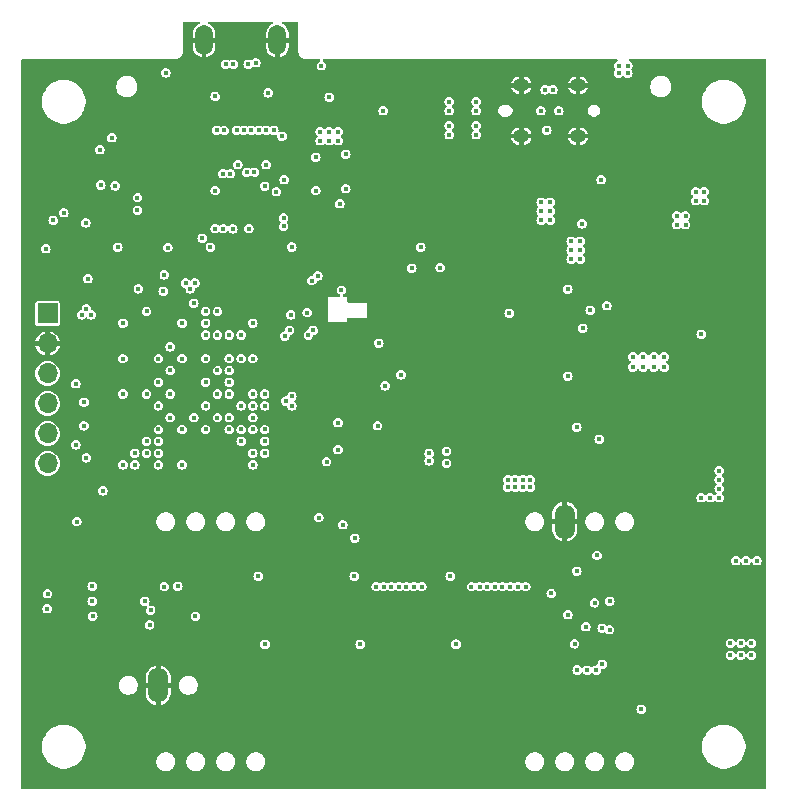
<source format=gbr>
%TF.GenerationSoftware,KiCad,Pcbnew,8.0.8*%
%TF.CreationDate,2025-05-19T19:47:46+02:00*%
%TF.ProjectId,hd_64_v0,68645f36-345f-4763-902e-6b696361645f,0.2*%
%TF.SameCoordinates,PX4737720PY55fe290*%
%TF.FileFunction,Copper,L2,Inr*%
%TF.FilePolarity,Positive*%
%FSLAX46Y46*%
G04 Gerber Fmt 4.6, Leading zero omitted, Abs format (unit mm)*
G04 Created by KiCad (PCBNEW 8.0.8) date 2025-05-19 19:47:46*
%MOMM*%
%LPD*%
G01*
G04 APERTURE LIST*
%TA.AperFunction,ComponentPad*%
%ADD10O,1.346200X1.092200*%
%TD*%
%TA.AperFunction,ComponentPad*%
%ADD11O,1.700000X3.000000*%
%TD*%
%TA.AperFunction,ComponentPad*%
%ADD12O,1.500000X2.550000*%
%TD*%
%TA.AperFunction,ComponentPad*%
%ADD13R,1.700000X1.700000*%
%TD*%
%TA.AperFunction,ComponentPad*%
%ADD14O,1.700000X1.700000*%
%TD*%
%TA.AperFunction,ViaPad*%
%ADD15C,0.400000*%
%TD*%
%TA.AperFunction,ViaPad*%
%ADD16C,0.450000*%
%TD*%
G04 APERTURE END LIST*
D10*
X47358000Y55507999D03*
X42558000Y55507999D03*
X47358000Y59808001D03*
X42558000Y59808001D03*
D11*
X46228000Y22860000D03*
D12*
X21896000Y63627000D03*
X15696000Y63627000D03*
D13*
X2438000Y40488000D03*
D14*
X2438000Y37948000D03*
X2438000Y35408000D03*
X2438000Y32868000D03*
X2438000Y30328000D03*
X2438000Y27788000D03*
D11*
X11811000Y9017000D03*
D15*
X52578000Y29718000D03*
X37973000Y25273000D03*
X45212000Y55626000D03*
X30607000Y54737000D03*
X36924000Y1270000D03*
X14859000Y16510000D03*
X20193000Y8890000D03*
X6624000Y25070000D03*
X54483000Y57277000D03*
X3937000Y50673000D03*
X16637000Y20828000D03*
X16124000Y56170000D03*
X16637000Y15367000D03*
X30607000Y56642000D03*
X16637000Y18542000D03*
X25527000Y35814000D03*
X32624000Y1270000D03*
X5724000Y33570000D03*
X14824000Y29670000D03*
X34824000Y13370000D03*
X43180000Y10033000D03*
X16256000Y1397000D03*
X62484000Y8763000D03*
X49149000Y49784000D03*
X52832000Y44577000D03*
X18923000Y43180000D03*
X21524000Y17270000D03*
X6731000Y14478000D03*
X30607000Y55753000D03*
X14351000Y11303000D03*
X21590000Y5334000D03*
X23624000Y44970000D03*
X52114000Y52705000D03*
X42164000Y22860000D03*
X17624000Y51770000D03*
X51435000Y30353000D03*
X12824000Y29670000D03*
X22606000Y52705000D03*
X19177000Y56769000D03*
X16256000Y44704000D03*
X41148000Y24384000D03*
X35179000Y31623000D03*
X41275000Y16764000D03*
X20024000Y16670000D03*
X6731000Y19177000D03*
X34524000Y9270000D03*
X15524000Y57390000D03*
X37211000Y32893000D03*
X48641000Y13716000D03*
X21463000Y19431000D03*
X59436000Y18669000D03*
X51689000Y53213000D03*
X31877000Y16764000D03*
X27813000Y16764000D03*
X57404000Y17907000D03*
X12824000Y30670000D03*
X62484000Y9779000D03*
X31924000Y39370000D03*
X44929342Y42276671D03*
X6424000Y37670000D03*
X29624000Y17170000D03*
X53213000Y51816000D03*
X48514000Y10795000D03*
X37668886Y22002827D03*
X46482000Y53086000D03*
X41275000Y20320000D03*
X6223000Y18034000D03*
X30607000Y51943000D03*
X44577000Y17272000D03*
X59182000Y43942000D03*
X45945342Y15254329D03*
X17824000Y37670000D03*
X50546000Y39370000D03*
X18415000Y20828000D03*
X12446000Y20828000D03*
X42545000Y16764000D03*
X31024000Y28470000D03*
X36322000Y9525000D03*
X25724000Y33870000D03*
X33528000Y36576000D03*
X42926000Y19304000D03*
X7824000Y36670000D03*
X9398000Y49784000D03*
X38124000Y45570000D03*
X52832000Y43053000D03*
X38862000Y48514000D03*
X40640000Y6985000D03*
X33824000Y32570000D03*
X32258000Y29845000D03*
X50292000Y29718000D03*
X5024000Y12770000D03*
X39497000Y52451000D03*
X16524000Y53270000D03*
X9525000Y16891000D03*
X50624000Y13770000D03*
X34544000Y48768000D03*
X59944000Y34290000D03*
X45466000Y53086000D03*
X40005000Y16764000D03*
X22352000Y57531000D03*
X16637000Y11303000D03*
X10824000Y30670000D03*
X52070000Y16764000D03*
X13824000Y29670000D03*
X35433000Y24130000D03*
X33147000Y58801000D03*
X11824000Y31670000D03*
X61595000Y39751000D03*
X58928000Y14859000D03*
X20824000Y31670000D03*
X12824000Y28670000D03*
X26524000Y29591000D03*
X28067000Y32893000D03*
X50546000Y40005000D03*
X14351000Y26289000D03*
X25146000Y22606000D03*
X18415000Y9906000D03*
X28575000Y7366000D03*
X10541000Y46355000D03*
X29845000Y51943000D03*
X9824000Y33670000D03*
X8255000Y42291000D03*
X22724000Y36770000D03*
X16989342Y61326671D03*
X42524000Y13670000D03*
X7824000Y40670000D03*
X59436000Y22352000D03*
X8763000Y5461000D03*
X2624000Y20970000D03*
X24765000Y56007000D03*
X38735000Y16764000D03*
X12824000Y36670000D03*
X33401000Y27686000D03*
X38989000Y43180000D03*
X12324000Y43070000D03*
X7824000Y31670000D03*
D16*
X26924000Y54070000D03*
D15*
X14824000Y30670000D03*
X13824000Y31670000D03*
D16*
X20824000Y40670000D03*
D15*
X30480000Y26162000D03*
X25324000Y36770000D03*
X37624000Y17170000D03*
X37719000Y40259000D03*
X45339000Y32639000D03*
X56261000Y54102000D03*
X59436000Y20574000D03*
X30226000Y45720000D03*
X21684000Y28260000D03*
X18415000Y7112000D03*
X22987000Y14351000D03*
X33528000Y58166000D03*
X14351000Y61468000D03*
X52705000Y33274000D03*
X3429000Y34163000D03*
X52705000Y34798000D03*
X24964000Y30070000D03*
X34417000Y16764000D03*
X8824000Y29670000D03*
X47498000Y1270000D03*
X12319000Y19304000D03*
X55880000Y29718000D03*
X18415000Y15367000D03*
X5842000Y54483000D03*
X12824000Y39670000D03*
X43942000Y39878000D03*
X13081000Y58570000D03*
X35362000Y38664000D03*
X22225000Y56261000D03*
X24324000Y35270000D03*
X23324000Y37170000D03*
X42418000Y5461000D03*
X26824000Y11470000D03*
X52832000Y43815000D03*
X51943000Y34036000D03*
X18824000Y39670000D03*
X4324000Y24670000D03*
X23876000Y31369000D03*
X32893000Y3170000D03*
X46863000Y42037000D03*
X16637000Y8382000D03*
X49657000Y53721000D03*
X59690000Y13589000D03*
X9525000Y43815000D03*
X31024000Y32770000D03*
X40259000Y21463000D03*
X6858000Y42418000D03*
X59436000Y21463000D03*
X44958000Y1270000D03*
X30607000Y16764000D03*
X29824000Y41770000D03*
X11104000Y49230000D03*
X28524000Y49870000D03*
X46609000Y10287000D03*
X14824000Y28670000D03*
X55245000Y39243000D03*
X5024000Y37670000D03*
X11430000Y25146000D03*
X35524000Y12370000D03*
X27148359Y23134726D03*
X61722000Y30988000D03*
X16824000Y36670000D03*
X23876000Y6985000D03*
X33909000Y58801000D03*
X7724000Y25908000D03*
X27686000Y50419000D03*
X15024000Y44770000D03*
X51943000Y33274000D03*
X14824000Y36670000D03*
X47244000Y5080000D03*
X49414000Y50870000D03*
X14097000Y56261000D03*
X13970000Y52705000D03*
X13716000Y60198000D03*
X51816000Y29718000D03*
X61595000Y48133000D03*
X25400000Y24257000D03*
X51816000Y39370000D03*
X51181000Y40005000D03*
X35560000Y52451000D03*
X26670000Y56769000D03*
X41656000Y46228000D03*
X20824000Y27670000D03*
X5946835Y27712912D03*
X19658833Y51920426D03*
X15024000Y4572000D03*
X5207000Y53721000D03*
X47498000Y24003000D03*
X3429000Y29083000D03*
X19177000Y53213000D03*
X52070000Y44577000D03*
X29337000Y38100000D03*
X3810000Y26543000D03*
X36524000Y3170000D03*
X14124000Y54570000D03*
X55753000Y6604000D03*
X31369000Y6985000D03*
X58928000Y15621000D03*
X21124000Y50070000D03*
X58293000Y17907000D03*
X21924000Y53170000D03*
X52705000Y34036000D03*
X13824000Y37670000D03*
X27686000Y3170000D03*
X51943000Y34798000D03*
X55626000Y43815000D03*
X10541000Y15494000D03*
X51943000Y10287000D03*
X50673000Y8128000D03*
X35433000Y36251000D03*
X52578000Y8001000D03*
X52070000Y43815000D03*
X50038000Y10795000D03*
X7824000Y27670000D03*
X27813000Y38989000D03*
X30353000Y48260000D03*
X57277000Y7620000D03*
X33147000Y16764000D03*
X13335000Y51943000D03*
X26924000Y32131000D03*
X30734000Y1270000D03*
X59055000Y52832000D03*
X39370000Y35052000D03*
X35052000Y46101000D03*
X59436000Y19685000D03*
X18824000Y31670000D03*
X17794329Y62131658D03*
X49657000Y4699000D03*
X18824000Y33670000D03*
X28448000Y9144000D03*
X27813000Y21717000D03*
X5334000Y44196000D03*
X4318000Y9652000D03*
X44704000Y36703000D03*
X1270000Y15240000D03*
X14478000Y13081000D03*
X7124000Y22270000D03*
X54737000Y2667000D03*
X12824000Y32670000D03*
X17024000Y48270000D03*
X47371000Y11938000D03*
X26797000Y46101000D03*
X24424000Y44970000D03*
X45466000Y37211000D03*
X39024000Y26570000D03*
X16824000Y32670000D03*
X37973000Y43434000D03*
X11274000Y56000000D03*
X48768000Y19304000D03*
X51054000Y29718000D03*
X27305000Y1143000D03*
X31369000Y51943000D03*
X33274000Y31623000D03*
X38924000Y30070000D03*
X1905000Y50673000D03*
X20701000Y61849000D03*
X50038000Y8128000D03*
X16824000Y39670000D03*
X44958000Y24003000D03*
X24384000Y57785000D03*
X15824000Y37670000D03*
X34417000Y7112000D03*
X3429000Y31623000D03*
X13462000Y49270000D03*
X58928000Y16383000D03*
X27524000Y43070000D03*
X5724000Y37670000D03*
X8324000Y20170000D03*
X49286563Y16261433D03*
X27432000Y57658000D03*
X39124000Y44770000D03*
X32258000Y42418000D03*
X15824000Y27670000D03*
X54991000Y23622000D03*
X16637000Y6223000D03*
X15824000Y33670000D03*
X6324000Y51370000D03*
X11444000Y53420000D03*
X41529000Y34290000D03*
X1824000Y22570000D03*
X23024000Y41970000D03*
X3424000Y23870000D03*
X12424000Y4572000D03*
X22924000Y43270000D03*
X30988000Y35306000D03*
X42926000Y11811000D03*
X50038000Y47752000D03*
X15824000Y35670000D03*
X18796000Y61976000D03*
X51181000Y39370000D03*
X16637000Y42799000D03*
X23424000Y43670000D03*
X19824000Y29670000D03*
X49022000Y48641000D03*
X20024000Y20828000D03*
X41910000Y42164000D03*
X20824000Y36670000D03*
X54229000Y29718000D03*
X52070000Y43053000D03*
X6924000Y48170000D03*
X14986000Y20828000D03*
X16824000Y34670000D03*
X12824000Y27670000D03*
X21724000Y37870000D03*
X1905000Y12954000D03*
X55499000Y26416000D03*
X46609000Y18923000D03*
X8763000Y15367000D03*
X15875000Y25908000D03*
X18796000Y1397000D03*
X58928000Y17145000D03*
X22479000Y1270000D03*
X33528000Y37338000D03*
X10824000Y37670000D03*
X19824000Y48270000D03*
X25024000Y15970000D03*
X43307000Y7112000D03*
X51816000Y40005000D03*
X45974000Y52578000D03*
X10911450Y13553128D03*
X38024000Y28870000D03*
X45847000Y9017000D03*
X42926000Y51943000D03*
X26624000Y13470000D03*
X9271000Y55626000D03*
X34624000Y33670000D03*
X38024000Y27770000D03*
X50038000Y1270000D03*
X44831000Y47498000D03*
X6350000Y16764000D03*
X6924000Y46070000D03*
X15824000Y31670000D03*
X5824000Y30370000D03*
X14624000Y45970000D03*
X1778000Y43053000D03*
X21909502Y48178699D03*
X42799000Y31242000D03*
X27424000Y36270000D03*
X2921000Y51689000D03*
X52578000Y53213000D03*
X44450000Y44577000D03*
X27305000Y24130000D03*
X17724000Y48270000D03*
X31496000Y5588000D03*
X9824000Y39670000D03*
X12824000Y34670000D03*
X1651000Y18669000D03*
X18415000Y17907000D03*
X19645244Y62155448D03*
X62484000Y7874000D03*
X16637000Y50892000D03*
X8171000Y51294000D03*
X54653000Y35941000D03*
X19824000Y36670000D03*
X56452000Y48768000D03*
X56452000Y48006000D03*
X51986000Y35941000D03*
X19824000Y33670000D03*
X52875000Y36830000D03*
X38735000Y56388000D03*
X27686000Y51054000D03*
X23124000Y33470000D03*
X55733000Y48006000D03*
X14963000Y14859000D03*
X23024000Y40370000D03*
X2436000Y16764000D03*
X10124000Y42570000D03*
X12624000Y46070000D03*
X54653000Y36830000D03*
X26058000Y27940000D03*
D16*
X28924000Y12470000D03*
D15*
X13824000Y39670000D03*
X22624000Y33070000D03*
X4826000Y34544000D03*
D16*
X20824000Y12470000D03*
D15*
X41529000Y40513000D03*
X5324000Y40370000D03*
X8824000Y33670000D03*
X52875000Y35941000D03*
X12324000Y17370000D03*
X6858000Y54356000D03*
X5724000Y40870000D03*
X23124000Y32670000D03*
X36218000Y28829000D03*
X28404000Y18244000D03*
X51986000Y36830000D03*
X2286000Y45974000D03*
X25146000Y50892000D03*
X19824000Y39670000D03*
X6124000Y40370000D03*
X27178000Y49784000D03*
X36449000Y56388000D03*
X6941500Y51370000D03*
X30376000Y30988000D03*
X2413000Y15494000D03*
X15824000Y39670000D03*
X5842000Y43434000D03*
D16*
X37024000Y12470000D03*
D15*
X5671500Y48159500D03*
X36532000Y18244000D03*
X7874000Y55372000D03*
X8824000Y36670000D03*
X55733000Y48768000D03*
X3810000Y49022000D03*
X24424000Y40570000D03*
X2921000Y48387000D03*
X8382000Y46101000D03*
X36449000Y55626000D03*
X20276000Y18244000D03*
X4826000Y29370000D03*
X13462000Y17410000D03*
X53764000Y36830000D03*
X53764000Y35941000D03*
X8824000Y39670000D03*
X38735000Y55626000D03*
X34739500Y28661000D03*
X20824000Y51270000D03*
X4924000Y22870000D03*
X25527000Y55880000D03*
X26289000Y55118000D03*
X27051000Y55118000D03*
X26289000Y55880000D03*
X20955000Y53086000D03*
X25527000Y55118000D03*
X27051000Y55880000D03*
X18542000Y53086000D03*
X22285000Y55499000D03*
X44239000Y49149000D03*
X14924000Y43070000D03*
X23124000Y46117000D03*
X11824000Y34670000D03*
X44239000Y48387000D03*
X14124000Y43070000D03*
X11824000Y32670000D03*
X47688500Y48069500D03*
X16224000Y46101000D03*
X11824000Y36670000D03*
X45001000Y49149000D03*
X14524000Y42570000D03*
X12824000Y37670000D03*
X45001000Y48387000D03*
X44239000Y49911000D03*
X47244000Y30861000D03*
X45001000Y49911000D03*
X28448000Y21463000D03*
X30252000Y17370000D03*
X17824000Y31670000D03*
X30889712Y17371840D03*
X17824000Y30670000D03*
X31552000Y17370000D03*
X18824000Y30670000D03*
X32202000Y17370000D03*
X18824000Y29670000D03*
X32827003Y17370000D03*
X19824000Y28670000D03*
X33452006Y17370000D03*
X19824000Y27670000D03*
X20824000Y28670000D03*
X34124000Y17370000D03*
X18824000Y32670000D03*
X38324000Y17370000D03*
X20824000Y29670000D03*
X39024000Y17370000D03*
X19824000Y30670000D03*
X39649003Y17370000D03*
X40324000Y17370000D03*
X20824000Y30670000D03*
X40949003Y17370000D03*
X19824000Y31670000D03*
X19824000Y32670000D03*
X41624000Y17370000D03*
X42249003Y17370000D03*
X20824000Y32670000D03*
X42924000Y17370000D03*
X20824000Y33670000D03*
X36218000Y27813000D03*
X35687000Y44368000D03*
X62032500Y12573000D03*
X60254500Y11557000D03*
X34739500Y28011000D03*
X61143500Y11557000D03*
X34036000Y46101000D03*
X30480000Y37973000D03*
X50038000Y16129000D03*
X32359500Y35301000D03*
X31024000Y34370000D03*
X62032500Y11557000D03*
X60254500Y12573000D03*
X52705000Y6985000D03*
X33274000Y44323000D03*
X50026529Y13714943D03*
X61143500Y12573000D03*
X16624000Y58870000D03*
X25146000Y53721000D03*
X17824000Y36670000D03*
X15524000Y46870000D03*
X16824000Y40670000D03*
X16624000Y47670000D03*
X17324000Y47670000D03*
X16824000Y38670000D03*
X18124000Y47662893D03*
X17824000Y38670000D03*
X19485000Y47670000D03*
X18824000Y38670000D03*
X27028000Y31242000D03*
X22424000Y47870000D03*
X22424000Y48570000D03*
X27028000Y28956000D03*
X22479000Y51816000D03*
X18824000Y36670000D03*
X17824000Y35670000D03*
X21809000Y50800000D03*
X20066000Y61722000D03*
X21590000Y56007000D03*
X19431000Y61595000D03*
X20955000Y56007000D03*
X20320000Y56007000D03*
X19939000Y52451000D03*
X19304000Y52451000D03*
X19685000Y56007000D03*
X19050000Y56016119D03*
X18161000Y61595000D03*
X17526000Y61595000D03*
X18450094Y56005350D03*
X17922875Y52324000D03*
X17399000Y55982750D03*
X16764000Y56007000D03*
X17272000Y52324000D03*
X17824000Y33670000D03*
X27324000Y42470000D03*
X11824000Y28670000D03*
X11824000Y27670000D03*
X46779000Y45847000D03*
X47541000Y45085000D03*
X16824000Y35670000D03*
X24524000Y38670000D03*
X46779000Y45085000D03*
X15824000Y34670000D03*
X15824000Y32670000D03*
X16824000Y31670000D03*
X22924000Y39070000D03*
X15824000Y30670000D03*
X14824000Y31670000D03*
X24824000Y43270000D03*
X47541000Y46609000D03*
X12824000Y33670000D03*
X22524000Y38570000D03*
X16824000Y33670000D03*
X47541000Y45847000D03*
X25324000Y43670000D03*
X46779000Y46609000D03*
X13824000Y36670000D03*
X24924000Y39070000D03*
X12824000Y31670000D03*
X13824000Y30670000D03*
X15824000Y36670000D03*
X12824000Y35670000D03*
X9824000Y27670000D03*
X42037000Y26416000D03*
X42037000Y25781000D03*
X43307000Y25781000D03*
X42672000Y26416000D03*
X41402000Y25781000D03*
X43307000Y26416000D03*
X42672000Y25781000D03*
X41402000Y26416000D03*
X49149000Y29845000D03*
X46482000Y35179000D03*
X48895000Y10287000D03*
X48133000Y10287000D03*
X47272658Y10301329D03*
X5524000Y32970000D03*
X15824000Y40670000D03*
X5524000Y30970000D03*
X14824000Y41370000D03*
X5724000Y28270000D03*
X15824000Y38670000D03*
X49319000Y51816000D03*
X30861000Y57658000D03*
X48387000Y40767000D03*
X46482000Y14986000D03*
X48753000Y15987000D03*
X45085000Y16789500D03*
X49403000Y10795000D03*
X47053500Y12509500D03*
X47244000Y18669000D03*
X12324000Y43770000D03*
X6268997Y14870000D03*
X11824000Y30670000D03*
X12219022Y42370000D03*
X10668000Y16129000D03*
X11824000Y29670000D03*
X6223000Y17410000D03*
X10824000Y29670000D03*
X11168000Y15367000D03*
X13824000Y27670000D03*
X10824000Y28670000D03*
X11080750Y14128750D03*
X9824000Y28670000D03*
X6223000Y16140000D03*
X25624000Y61468000D03*
X57785000Y24892000D03*
X59309000Y24892000D03*
X21124000Y59170000D03*
X50800000Y61468000D03*
X50800000Y60833000D03*
X59309000Y26416000D03*
X51562000Y61468000D03*
X51562000Y60833000D03*
X59309000Y27178000D03*
X26289000Y58801000D03*
X59309000Y25654000D03*
X58547000Y24892000D03*
X58039000Y50800000D03*
X57320000Y50800000D03*
X60706000Y19558000D03*
X38735000Y57658000D03*
X36449000Y57658000D03*
X47752000Y39243000D03*
X36449000Y58420000D03*
X57785000Y38735000D03*
X38735000Y58420000D03*
X61595000Y19558000D03*
X62484000Y19558000D03*
X57320000Y50038000D03*
X58039000Y50038000D03*
X7124000Y25470000D03*
X10824000Y33670000D03*
X49784000Y41148000D03*
X46482000Y42545000D03*
X45212000Y59436000D03*
X44704000Y56007000D03*
X10053000Y50301000D03*
X10053000Y49239000D03*
X44564000Y59420000D03*
X10824000Y40670000D03*
X12446000Y60858500D03*
X45720000Y57658000D03*
X44196000Y57658000D03*
X8824000Y27670000D03*
X27686000Y53975000D03*
X17824000Y34670000D03*
X27432000Y22606000D03*
X25400000Y23206003D03*
X48958500Y20002500D03*
X48006000Y13970000D03*
X49403000Y13843000D03*
%TA.AperFunction,Conductor*%
G36*
X15314975Y65185593D02*
G01*
X15350939Y65136093D01*
X15350939Y65074907D01*
X15314975Y65025407D01*
X15294669Y65014036D01*
X15246010Y64993882D01*
X15245998Y64993876D01*
X15090410Y64889913D01*
X15090406Y64889910D01*
X14958090Y64757594D01*
X14958087Y64757590D01*
X14854124Y64602002D01*
X14854118Y64601990D01*
X14782508Y64429107D01*
X14782508Y64429105D01*
X14746000Y64245570D01*
X14746000Y63827001D01*
X14746001Y63827000D01*
X15371000Y63827000D01*
X15371000Y63427000D01*
X14746001Y63427000D01*
X14746000Y63426999D01*
X14746000Y63008431D01*
X14782508Y62824896D01*
X14782508Y62824894D01*
X14854118Y62652011D01*
X14854124Y62651999D01*
X14958087Y62496411D01*
X14958090Y62496407D01*
X15090406Y62364091D01*
X15090410Y62364088D01*
X15245998Y62260125D01*
X15246010Y62260119D01*
X15418894Y62188509D01*
X15496000Y62173171D01*
X15496000Y62842382D01*
X15496446Y62841936D01*
X15570555Y62799149D01*
X15653213Y62777000D01*
X15738787Y62777000D01*
X15821445Y62799149D01*
X15895554Y62841936D01*
X15896000Y62842382D01*
X15896000Y62173172D01*
X15973104Y62188509D01*
X15973106Y62188509D01*
X16145989Y62260119D01*
X16146001Y62260125D01*
X16301589Y62364088D01*
X16301593Y62364091D01*
X16433909Y62496407D01*
X16433912Y62496411D01*
X16537875Y62651999D01*
X16537881Y62652011D01*
X16609491Y62824894D01*
X16609491Y62824896D01*
X16645999Y63008431D01*
X16646000Y63008435D01*
X16646000Y63426999D01*
X16645999Y63427000D01*
X16021000Y63427000D01*
X16021000Y63827000D01*
X16645999Y63827000D01*
X16646000Y63827001D01*
X16646000Y64245566D01*
X16645999Y64245570D01*
X16609491Y64429105D01*
X16609491Y64429107D01*
X16537881Y64601990D01*
X16537875Y64602002D01*
X16433912Y64757590D01*
X16433909Y64757594D01*
X16301593Y64889910D01*
X16301589Y64889913D01*
X16146001Y64993876D01*
X16145989Y64993882D01*
X16097331Y65014036D01*
X16050805Y65053772D01*
X16036521Y65113267D01*
X16059935Y65169795D01*
X16112104Y65201764D01*
X16135216Y65204500D01*
X21456784Y65204500D01*
X21514975Y65185593D01*
X21550939Y65136093D01*
X21550939Y65074907D01*
X21514975Y65025407D01*
X21494669Y65014036D01*
X21446010Y64993882D01*
X21445998Y64993876D01*
X21290410Y64889913D01*
X21290406Y64889910D01*
X21158090Y64757594D01*
X21158087Y64757590D01*
X21054124Y64602002D01*
X21054118Y64601990D01*
X20982508Y64429107D01*
X20982508Y64429105D01*
X20946000Y64245570D01*
X20946000Y63827001D01*
X20946001Y63827000D01*
X21571000Y63827000D01*
X21571000Y63427000D01*
X20946001Y63427000D01*
X20946000Y63426999D01*
X20946000Y63008431D01*
X20982508Y62824896D01*
X20982508Y62824894D01*
X21054118Y62652011D01*
X21054124Y62651999D01*
X21158087Y62496411D01*
X21158090Y62496407D01*
X21290406Y62364091D01*
X21290410Y62364088D01*
X21445998Y62260125D01*
X21446010Y62260119D01*
X21618894Y62188509D01*
X21696000Y62173171D01*
X21696000Y62842382D01*
X21696446Y62841936D01*
X21770555Y62799149D01*
X21853213Y62777000D01*
X21938787Y62777000D01*
X22021445Y62799149D01*
X22095554Y62841936D01*
X22096000Y62842382D01*
X22096000Y62173172D01*
X22173104Y62188509D01*
X22173106Y62188509D01*
X22345989Y62260119D01*
X22346001Y62260125D01*
X22501589Y62364088D01*
X22501593Y62364091D01*
X22633909Y62496407D01*
X22633912Y62496411D01*
X22737875Y62651999D01*
X22737881Y62652011D01*
X22809491Y62824894D01*
X22809491Y62824896D01*
X22845999Y63008431D01*
X22846000Y63008435D01*
X22846000Y63426999D01*
X22845999Y63427000D01*
X22221000Y63427000D01*
X22221000Y63827000D01*
X22845999Y63827000D01*
X22846000Y63827001D01*
X22846000Y64245566D01*
X22845999Y64245570D01*
X22809491Y64429105D01*
X22809491Y64429107D01*
X22737881Y64601990D01*
X22737875Y64602002D01*
X22633912Y64757590D01*
X22633909Y64757594D01*
X22501593Y64889910D01*
X22501589Y64889913D01*
X22346001Y64993876D01*
X22345989Y64993882D01*
X22297331Y65014036D01*
X22250805Y65053772D01*
X22236521Y65113267D01*
X22259935Y65169795D01*
X22312104Y65201764D01*
X22335216Y65204500D01*
X23576500Y65204500D01*
X23634691Y65185593D01*
X23670655Y65136093D01*
X23675500Y65105500D01*
X23675500Y62668217D01*
X23702726Y62531341D01*
X23702728Y62531335D01*
X23756135Y62402401D01*
X23756139Y62402392D01*
X23811583Y62319416D01*
X23833672Y62286358D01*
X23833675Y62286355D01*
X23847004Y62273026D01*
X23861577Y62244424D01*
X23876000Y62230001D01*
X23876000Y62230000D01*
X23876001Y62230000D01*
X23888985Y62217016D01*
X23907213Y62211093D01*
X23919026Y62201004D01*
X23932358Y62187672D01*
X23981830Y62154616D01*
X24048391Y62110140D01*
X24048397Y62110138D01*
X24048399Y62110136D01*
X24177338Y62056727D01*
X24314219Y62029500D01*
X24344118Y62029500D01*
X25431464Y62029500D01*
X25489655Y62010593D01*
X25525619Y61961093D01*
X25525619Y61899907D01*
X25489655Y61850407D01*
X25476410Y61842291D01*
X25385659Y61796051D01*
X25295949Y61706341D01*
X25238355Y61593308D01*
X25238354Y61593304D01*
X25218777Y61469696D01*
X25218508Y61468000D01*
X25236617Y61353660D01*
X25238354Y61342697D01*
X25238355Y61342693D01*
X25272284Y61276105D01*
X25295950Y61229658D01*
X25385658Y61139950D01*
X25498696Y61082354D01*
X25624000Y61062508D01*
X25749304Y61082354D01*
X25862342Y61139950D01*
X25952050Y61229658D01*
X26009646Y61342696D01*
X26029492Y61468000D01*
X26029223Y61469696D01*
X26026778Y61485134D01*
X26009646Y61593304D01*
X25952050Y61706342D01*
X25862342Y61796050D01*
X25789153Y61833342D01*
X25771590Y61842291D01*
X25728326Y61885556D01*
X25718755Y61945988D01*
X25746533Y62000504D01*
X25801050Y62028281D01*
X25816536Y62029500D01*
X50607464Y62029500D01*
X50665655Y62010593D01*
X50701619Y61961093D01*
X50701619Y61899907D01*
X50665655Y61850407D01*
X50652410Y61842291D01*
X50561659Y61796051D01*
X50471949Y61706341D01*
X50414355Y61593308D01*
X50414354Y61593304D01*
X50394777Y61469696D01*
X50394508Y61468000D01*
X50412617Y61353660D01*
X50414354Y61342697D01*
X50414355Y61342693D01*
X50443681Y61285139D01*
X50471950Y61229658D01*
X50471952Y61229656D01*
X50481106Y61220501D01*
X50508882Y61165984D01*
X50499308Y61105552D01*
X50481106Y61080499D01*
X50471952Y61071345D01*
X50471950Y61071342D01*
X50414355Y60958308D01*
X50414354Y60958304D01*
X50394508Y60833001D01*
X50394508Y60833000D01*
X50414354Y60707697D01*
X50414355Y60707693D01*
X50458956Y60620160D01*
X50471950Y60594658D01*
X50561658Y60504950D01*
X50674696Y60447354D01*
X50800000Y60427508D01*
X50925304Y60447354D01*
X51038342Y60504950D01*
X51110998Y60577607D01*
X51165513Y60605382D01*
X51225945Y60595811D01*
X51251000Y60577608D01*
X51323658Y60504950D01*
X51436696Y60447354D01*
X51562000Y60427508D01*
X51687304Y60447354D01*
X51800342Y60504950D01*
X51890050Y60594658D01*
X51947646Y60707696D01*
X51967492Y60833000D01*
X51947646Y60958304D01*
X51890050Y61071342D01*
X51880893Y61080499D01*
X51853118Y61135013D01*
X51862689Y61195445D01*
X51880892Y61220501D01*
X51890050Y61229658D01*
X51947646Y61342696D01*
X51967492Y61468000D01*
X51967223Y61469696D01*
X51964778Y61485134D01*
X51947646Y61593304D01*
X51890050Y61706342D01*
X51800342Y61796050D01*
X51727153Y61833342D01*
X51709590Y61842291D01*
X51666326Y61885556D01*
X51656755Y61945988D01*
X51684533Y62000504D01*
X51739050Y62028281D01*
X51754536Y62029500D01*
X63200500Y62029500D01*
X63258691Y62010593D01*
X63294655Y61961093D01*
X63299500Y61930500D01*
X63299500Y299500D01*
X63280593Y241309D01*
X63231093Y205345D01*
X63200500Y200500D01*
X299500Y200500D01*
X241309Y219407D01*
X205345Y268907D01*
X200500Y299500D01*
X200500Y3931290D01*
X1959500Y3931290D01*
X1959500Y3688711D01*
X1991161Y3448219D01*
X1991161Y3448214D01*
X2053944Y3213908D01*
X2053948Y3213895D01*
X2146772Y2989796D01*
X2146774Y2989792D01*
X2146776Y2989788D01*
X2268064Y2779711D01*
X2268066Y2779708D01*
X2415729Y2587269D01*
X2415731Y2587267D01*
X2415735Y2587262D01*
X2587262Y2415735D01*
X2587266Y2415732D01*
X2587268Y2415730D01*
X2779707Y2268067D01*
X2779711Y2268064D01*
X2989788Y2146776D01*
X3213900Y2053946D01*
X3448211Y1991162D01*
X3688712Y1959500D01*
X3688713Y1959500D01*
X3931287Y1959500D01*
X3931288Y1959500D01*
X4171789Y1991162D01*
X4406100Y2053946D01*
X4630212Y2146776D01*
X4840289Y2268064D01*
X5032738Y2415735D01*
X5204265Y2587262D01*
X5228499Y2618845D01*
X11645500Y2618845D01*
X11645500Y2461156D01*
X11676263Y2306504D01*
X11676263Y2306502D01*
X11736603Y2160826D01*
X11736609Y2160815D01*
X11789312Y2081941D01*
X11824211Y2029711D01*
X11935711Y1918211D01*
X12013876Y1865983D01*
X12066814Y1830610D01*
X12066825Y1830604D01*
X12120638Y1808315D01*
X12212503Y1770263D01*
X12367158Y1739500D01*
X12367159Y1739500D01*
X12524841Y1739500D01*
X12524842Y1739500D01*
X12679497Y1770263D01*
X12825179Y1830606D01*
X12956289Y1918211D01*
X13067789Y2029711D01*
X13155394Y2160821D01*
X13215737Y2306503D01*
X13246500Y2461158D01*
X13246500Y2618842D01*
X13246499Y2618845D01*
X14185500Y2618845D01*
X14185500Y2461156D01*
X14216263Y2306504D01*
X14216263Y2306502D01*
X14276603Y2160826D01*
X14276609Y2160815D01*
X14329312Y2081941D01*
X14364211Y2029711D01*
X14475711Y1918211D01*
X14553876Y1865983D01*
X14606814Y1830610D01*
X14606825Y1830604D01*
X14660638Y1808315D01*
X14752503Y1770263D01*
X14907158Y1739500D01*
X14907159Y1739500D01*
X15064841Y1739500D01*
X15064842Y1739500D01*
X15219497Y1770263D01*
X15365179Y1830606D01*
X15496289Y1918211D01*
X15607789Y2029711D01*
X15695394Y2160821D01*
X15755737Y2306503D01*
X15786500Y2461158D01*
X15786500Y2618842D01*
X15786499Y2618845D01*
X16725500Y2618845D01*
X16725500Y2461156D01*
X16756263Y2306504D01*
X16756263Y2306502D01*
X16816603Y2160826D01*
X16816609Y2160815D01*
X16869312Y2081941D01*
X16904211Y2029711D01*
X17015711Y1918211D01*
X17093876Y1865983D01*
X17146814Y1830610D01*
X17146825Y1830604D01*
X17200638Y1808315D01*
X17292503Y1770263D01*
X17447158Y1739500D01*
X17447159Y1739500D01*
X17604841Y1739500D01*
X17604842Y1739500D01*
X17759497Y1770263D01*
X17905179Y1830606D01*
X18036289Y1918211D01*
X18147789Y2029711D01*
X18235394Y2160821D01*
X18295737Y2306503D01*
X18326500Y2461158D01*
X18326500Y2618842D01*
X18326499Y2618845D01*
X19265500Y2618845D01*
X19265500Y2461156D01*
X19296263Y2306504D01*
X19296263Y2306502D01*
X19356603Y2160826D01*
X19356609Y2160815D01*
X19409312Y2081941D01*
X19444211Y2029711D01*
X19555711Y1918211D01*
X19633876Y1865983D01*
X19686814Y1830610D01*
X19686825Y1830604D01*
X19740638Y1808315D01*
X19832503Y1770263D01*
X19987158Y1739500D01*
X19987159Y1739500D01*
X20144841Y1739500D01*
X20144842Y1739500D01*
X20299497Y1770263D01*
X20445179Y1830606D01*
X20576289Y1918211D01*
X20687789Y2029711D01*
X20775394Y2160821D01*
X20835737Y2306503D01*
X20866500Y2461158D01*
X20866500Y2618842D01*
X20866499Y2618845D01*
X42887500Y2618845D01*
X42887500Y2461156D01*
X42918263Y2306504D01*
X42918263Y2306502D01*
X42978603Y2160826D01*
X42978609Y2160815D01*
X43031312Y2081941D01*
X43066211Y2029711D01*
X43177711Y1918211D01*
X43255876Y1865983D01*
X43308814Y1830610D01*
X43308825Y1830604D01*
X43362638Y1808315D01*
X43454503Y1770263D01*
X43609158Y1739500D01*
X43609159Y1739500D01*
X43766841Y1739500D01*
X43766842Y1739500D01*
X43921497Y1770263D01*
X44067179Y1830606D01*
X44198289Y1918211D01*
X44309789Y2029711D01*
X44397394Y2160821D01*
X44457737Y2306503D01*
X44488500Y2461158D01*
X44488500Y2618842D01*
X44488499Y2618845D01*
X45427500Y2618845D01*
X45427500Y2461156D01*
X45458263Y2306504D01*
X45458263Y2306502D01*
X45518603Y2160826D01*
X45518609Y2160815D01*
X45571312Y2081941D01*
X45606211Y2029711D01*
X45717711Y1918211D01*
X45795876Y1865983D01*
X45848814Y1830610D01*
X45848825Y1830604D01*
X45902638Y1808315D01*
X45994503Y1770263D01*
X46149158Y1739500D01*
X46149159Y1739500D01*
X46306841Y1739500D01*
X46306842Y1739500D01*
X46461497Y1770263D01*
X46607179Y1830606D01*
X46738289Y1918211D01*
X46849789Y2029711D01*
X46937394Y2160821D01*
X46997737Y2306503D01*
X47028500Y2461158D01*
X47028500Y2618842D01*
X47028499Y2618845D01*
X47967500Y2618845D01*
X47967500Y2461156D01*
X47998263Y2306504D01*
X47998263Y2306502D01*
X48058603Y2160826D01*
X48058609Y2160815D01*
X48111312Y2081941D01*
X48146211Y2029711D01*
X48257711Y1918211D01*
X48335876Y1865983D01*
X48388814Y1830610D01*
X48388825Y1830604D01*
X48442638Y1808315D01*
X48534503Y1770263D01*
X48689158Y1739500D01*
X48689159Y1739500D01*
X48846841Y1739500D01*
X48846842Y1739500D01*
X49001497Y1770263D01*
X49147179Y1830606D01*
X49278289Y1918211D01*
X49389789Y2029711D01*
X49477394Y2160821D01*
X49537737Y2306503D01*
X49568500Y2461158D01*
X49568500Y2618842D01*
X49568499Y2618845D01*
X50507500Y2618845D01*
X50507500Y2461156D01*
X50538263Y2306504D01*
X50538263Y2306502D01*
X50598603Y2160826D01*
X50598609Y2160815D01*
X50651312Y2081941D01*
X50686211Y2029711D01*
X50797711Y1918211D01*
X50875876Y1865983D01*
X50928814Y1830610D01*
X50928825Y1830604D01*
X50982638Y1808315D01*
X51074503Y1770263D01*
X51229158Y1739500D01*
X51229159Y1739500D01*
X51386841Y1739500D01*
X51386842Y1739500D01*
X51541497Y1770263D01*
X51687179Y1830606D01*
X51818289Y1918211D01*
X51929789Y2029711D01*
X52017394Y2160821D01*
X52077737Y2306503D01*
X52108500Y2461158D01*
X52108500Y2618842D01*
X52077737Y2773497D01*
X52017394Y2919179D01*
X52017393Y2919181D01*
X52017390Y2919186D01*
X51982017Y2972124D01*
X51929789Y3050289D01*
X51818289Y3161789D01*
X51740307Y3213895D01*
X51687185Y3249391D01*
X51687174Y3249397D01*
X51541497Y3309737D01*
X51386844Y3340500D01*
X51386842Y3340500D01*
X51229158Y3340500D01*
X51229155Y3340500D01*
X51074503Y3309737D01*
X51074501Y3309737D01*
X50928825Y3249397D01*
X50928814Y3249391D01*
X50797711Y3161789D01*
X50797707Y3161786D01*
X50686214Y3050293D01*
X50686211Y3050289D01*
X50598609Y2919186D01*
X50598603Y2919175D01*
X50538263Y2773499D01*
X50538263Y2773497D01*
X50507500Y2618845D01*
X49568499Y2618845D01*
X49537737Y2773497D01*
X49477394Y2919179D01*
X49477393Y2919181D01*
X49477390Y2919186D01*
X49442017Y2972124D01*
X49389789Y3050289D01*
X49278289Y3161789D01*
X49200307Y3213895D01*
X49147185Y3249391D01*
X49147174Y3249397D01*
X49001497Y3309737D01*
X48846844Y3340500D01*
X48846842Y3340500D01*
X48689158Y3340500D01*
X48689155Y3340500D01*
X48534503Y3309737D01*
X48534501Y3309737D01*
X48388825Y3249397D01*
X48388814Y3249391D01*
X48257711Y3161789D01*
X48257707Y3161786D01*
X48146214Y3050293D01*
X48146211Y3050289D01*
X48058609Y2919186D01*
X48058603Y2919175D01*
X47998263Y2773499D01*
X47998263Y2773497D01*
X47967500Y2618845D01*
X47028499Y2618845D01*
X46997737Y2773497D01*
X46937394Y2919179D01*
X46937393Y2919181D01*
X46937390Y2919186D01*
X46902017Y2972124D01*
X46849789Y3050289D01*
X46738289Y3161789D01*
X46660307Y3213895D01*
X46607185Y3249391D01*
X46607174Y3249397D01*
X46461497Y3309737D01*
X46306844Y3340500D01*
X46306842Y3340500D01*
X46149158Y3340500D01*
X46149155Y3340500D01*
X45994503Y3309737D01*
X45994501Y3309737D01*
X45848825Y3249397D01*
X45848814Y3249391D01*
X45717711Y3161789D01*
X45717707Y3161786D01*
X45606214Y3050293D01*
X45606211Y3050289D01*
X45518609Y2919186D01*
X45518603Y2919175D01*
X45458263Y2773499D01*
X45458263Y2773497D01*
X45427500Y2618845D01*
X44488499Y2618845D01*
X44457737Y2773497D01*
X44397394Y2919179D01*
X44397393Y2919181D01*
X44397390Y2919186D01*
X44362017Y2972124D01*
X44309789Y3050289D01*
X44198289Y3161789D01*
X44120307Y3213895D01*
X44067185Y3249391D01*
X44067174Y3249397D01*
X43921497Y3309737D01*
X43766844Y3340500D01*
X43766842Y3340500D01*
X43609158Y3340500D01*
X43609155Y3340500D01*
X43454503Y3309737D01*
X43454501Y3309737D01*
X43308825Y3249397D01*
X43308814Y3249391D01*
X43177711Y3161789D01*
X43177707Y3161786D01*
X43066214Y3050293D01*
X43066211Y3050289D01*
X42978609Y2919186D01*
X42978603Y2919175D01*
X42918263Y2773499D01*
X42918263Y2773497D01*
X42887500Y2618845D01*
X20866499Y2618845D01*
X20835737Y2773497D01*
X20775394Y2919179D01*
X20775393Y2919181D01*
X20775390Y2919186D01*
X20740017Y2972124D01*
X20687789Y3050289D01*
X20576289Y3161789D01*
X20498307Y3213895D01*
X20445185Y3249391D01*
X20445174Y3249397D01*
X20299497Y3309737D01*
X20144844Y3340500D01*
X20144842Y3340500D01*
X19987158Y3340500D01*
X19987155Y3340500D01*
X19832503Y3309737D01*
X19832501Y3309737D01*
X19686825Y3249397D01*
X19686814Y3249391D01*
X19555711Y3161789D01*
X19555707Y3161786D01*
X19444214Y3050293D01*
X19444211Y3050289D01*
X19356609Y2919186D01*
X19356603Y2919175D01*
X19296263Y2773499D01*
X19296263Y2773497D01*
X19265500Y2618845D01*
X18326499Y2618845D01*
X18295737Y2773497D01*
X18235394Y2919179D01*
X18235393Y2919181D01*
X18235390Y2919186D01*
X18200017Y2972124D01*
X18147789Y3050289D01*
X18036289Y3161789D01*
X17958307Y3213895D01*
X17905185Y3249391D01*
X17905174Y3249397D01*
X17759497Y3309737D01*
X17604844Y3340500D01*
X17604842Y3340500D01*
X17447158Y3340500D01*
X17447155Y3340500D01*
X17292503Y3309737D01*
X17292501Y3309737D01*
X17146825Y3249397D01*
X17146814Y3249391D01*
X17015711Y3161789D01*
X17015707Y3161786D01*
X16904214Y3050293D01*
X16904211Y3050289D01*
X16816609Y2919186D01*
X16816603Y2919175D01*
X16756263Y2773499D01*
X16756263Y2773497D01*
X16725500Y2618845D01*
X15786499Y2618845D01*
X15755737Y2773497D01*
X15695394Y2919179D01*
X15695393Y2919181D01*
X15695390Y2919186D01*
X15660017Y2972124D01*
X15607789Y3050289D01*
X15496289Y3161789D01*
X15418307Y3213895D01*
X15365185Y3249391D01*
X15365174Y3249397D01*
X15219497Y3309737D01*
X15064844Y3340500D01*
X15064842Y3340500D01*
X14907158Y3340500D01*
X14907155Y3340500D01*
X14752503Y3309737D01*
X14752501Y3309737D01*
X14606825Y3249397D01*
X14606814Y3249391D01*
X14475711Y3161789D01*
X14475707Y3161786D01*
X14364214Y3050293D01*
X14364211Y3050289D01*
X14276609Y2919186D01*
X14276603Y2919175D01*
X14216263Y2773499D01*
X14216263Y2773497D01*
X14185500Y2618845D01*
X13246499Y2618845D01*
X13215737Y2773497D01*
X13155394Y2919179D01*
X13155393Y2919181D01*
X13155390Y2919186D01*
X13120017Y2972124D01*
X13067789Y3050289D01*
X12956289Y3161789D01*
X12878307Y3213895D01*
X12825185Y3249391D01*
X12825174Y3249397D01*
X12679497Y3309737D01*
X12524844Y3340500D01*
X12524842Y3340500D01*
X12367158Y3340500D01*
X12367155Y3340500D01*
X12212503Y3309737D01*
X12212501Y3309737D01*
X12066825Y3249397D01*
X12066814Y3249391D01*
X11935711Y3161789D01*
X11935707Y3161786D01*
X11824214Y3050293D01*
X11824211Y3050289D01*
X11736609Y2919186D01*
X11736603Y2919175D01*
X11676263Y2773499D01*
X11676263Y2773497D01*
X11645500Y2618845D01*
X5228499Y2618845D01*
X5351936Y2779711D01*
X5473224Y2989788D01*
X5566054Y3213900D01*
X5628838Y3448211D01*
X5660500Y3688712D01*
X5660500Y3931288D01*
X5660500Y3931290D01*
X57839500Y3931290D01*
X57839500Y3688711D01*
X57871161Y3448219D01*
X57871161Y3448214D01*
X57933944Y3213908D01*
X57933948Y3213895D01*
X58026772Y2989796D01*
X58026774Y2989792D01*
X58026776Y2989788D01*
X58148064Y2779711D01*
X58148066Y2779708D01*
X58295729Y2587269D01*
X58295731Y2587267D01*
X58295735Y2587262D01*
X58467262Y2415735D01*
X58467266Y2415732D01*
X58467268Y2415730D01*
X58659707Y2268067D01*
X58659711Y2268064D01*
X58869788Y2146776D01*
X59093900Y2053946D01*
X59328211Y1991162D01*
X59568712Y1959500D01*
X59568713Y1959500D01*
X59811287Y1959500D01*
X59811288Y1959500D01*
X60051789Y1991162D01*
X60286100Y2053946D01*
X60510212Y2146776D01*
X60720289Y2268064D01*
X60912738Y2415735D01*
X61084265Y2587262D01*
X61231936Y2779711D01*
X61353224Y2989788D01*
X61446054Y3213900D01*
X61508838Y3448211D01*
X61540500Y3688712D01*
X61540500Y3931288D01*
X61508838Y4171789D01*
X61446054Y4406100D01*
X61353224Y4630212D01*
X61231936Y4840289D01*
X61084265Y5032738D01*
X60912738Y5204265D01*
X60912733Y5204269D01*
X60912731Y5204271D01*
X60720292Y5351934D01*
X60720289Y5351936D01*
X60510212Y5473224D01*
X60510208Y5473226D01*
X60510204Y5473228D01*
X60286105Y5566052D01*
X60286104Y5566053D01*
X60286100Y5566054D01*
X60051789Y5628838D01*
X60051786Y5628839D01*
X60051784Y5628839D01*
X59811289Y5660500D01*
X59811288Y5660500D01*
X59568712Y5660500D01*
X59568710Y5660500D01*
X59328218Y5628839D01*
X59328213Y5628839D01*
X59093907Y5566056D01*
X59093894Y5566052D01*
X58869795Y5473228D01*
X58659707Y5351934D01*
X58467268Y5204271D01*
X58295729Y5032732D01*
X58148066Y4840293D01*
X58026772Y4630205D01*
X57933948Y4406106D01*
X57933944Y4406093D01*
X57871161Y4171787D01*
X57871161Y4171782D01*
X57839500Y3931290D01*
X5660500Y3931290D01*
X5628838Y4171789D01*
X5566054Y4406100D01*
X5473224Y4630212D01*
X5351936Y4840289D01*
X5204265Y5032738D01*
X5032738Y5204265D01*
X5032733Y5204269D01*
X5032731Y5204271D01*
X4840292Y5351934D01*
X4840289Y5351936D01*
X4630212Y5473224D01*
X4630208Y5473226D01*
X4630204Y5473228D01*
X4406105Y5566052D01*
X4406104Y5566053D01*
X4406100Y5566054D01*
X4171789Y5628838D01*
X4171786Y5628839D01*
X4171784Y5628839D01*
X3931289Y5660500D01*
X3931288Y5660500D01*
X3688712Y5660500D01*
X3688710Y5660500D01*
X3448218Y5628839D01*
X3448213Y5628839D01*
X3213907Y5566056D01*
X3213894Y5566052D01*
X2989795Y5473228D01*
X2779707Y5351934D01*
X2587268Y5204271D01*
X2415729Y5032732D01*
X2268066Y4840293D01*
X2146772Y4630205D01*
X2053948Y4406106D01*
X2053944Y4406093D01*
X1991161Y4171787D01*
X1991161Y4171782D01*
X1959500Y3931290D01*
X200500Y3931290D01*
X200500Y6985001D01*
X52299508Y6985001D01*
X52299508Y6985000D01*
X52319354Y6859697D01*
X52319355Y6859693D01*
X52374944Y6750594D01*
X52376950Y6746658D01*
X52466658Y6656950D01*
X52579696Y6599354D01*
X52705000Y6579508D01*
X52830304Y6599354D01*
X52943342Y6656950D01*
X53033050Y6746658D01*
X53090646Y6859696D01*
X53110492Y6985000D01*
X53090646Y7110304D01*
X53033050Y7223342D01*
X52943342Y7313050D01*
X52939406Y7315056D01*
X52830307Y7370645D01*
X52830304Y7370646D01*
X52705000Y7390492D01*
X52579696Y7370646D01*
X52579692Y7370645D01*
X52466659Y7313051D01*
X52376949Y7223341D01*
X52319355Y7110308D01*
X52319354Y7110304D01*
X52299508Y6985001D01*
X200500Y6985001D01*
X200500Y9095845D01*
X8470500Y9095845D01*
X8470500Y8938156D01*
X8501263Y8783504D01*
X8501263Y8783502D01*
X8561603Y8637826D01*
X8561609Y8637815D01*
X8575584Y8616901D01*
X8649211Y8506711D01*
X8760711Y8395211D01*
X8838876Y8342983D01*
X8891814Y8307610D01*
X8891825Y8307604D01*
X8945638Y8285315D01*
X9037503Y8247263D01*
X9192158Y8216500D01*
X9192159Y8216500D01*
X9349841Y8216500D01*
X9349842Y8216500D01*
X9504497Y8247263D01*
X9650179Y8307606D01*
X9781289Y8395211D01*
X9892789Y8506711D01*
X9980394Y8637821D01*
X10040737Y8783503D01*
X10071500Y8938158D01*
X10071500Y9095842D01*
X10040737Y9250497D01*
X9980394Y9396179D01*
X9980393Y9396181D01*
X9980390Y9396186D01*
X9922432Y9482925D01*
X9892789Y9527289D01*
X9781289Y9638789D01*
X9729059Y9673688D01*
X9650185Y9726391D01*
X9650174Y9726397D01*
X9543893Y9770419D01*
X10761000Y9770419D01*
X10761000Y9217001D01*
X10761001Y9217000D01*
X11349120Y9217000D01*
X11345075Y9209993D01*
X11311000Y9082826D01*
X11311000Y8951174D01*
X11345075Y8824007D01*
X11349120Y8817000D01*
X10761001Y8817000D01*
X10761000Y8816999D01*
X10761000Y8263582D01*
X10801349Y8060728D01*
X10880501Y7869640D01*
X10880508Y7869626D01*
X10995405Y7697671D01*
X11141670Y7551406D01*
X11313625Y7436509D01*
X11313639Y7436502D01*
X11504723Y7357352D01*
X11504730Y7357350D01*
X11611000Y7336213D01*
X11611000Y8555121D01*
X11618007Y8551075D01*
X11745174Y8517000D01*
X11876826Y8517000D01*
X12003993Y8551075D01*
X12011000Y8555121D01*
X12011000Y7336214D01*
X12117269Y7357350D01*
X12117276Y7357352D01*
X12308360Y7436502D01*
X12308374Y7436509D01*
X12480329Y7551406D01*
X12626594Y7697671D01*
X12741491Y7869626D01*
X12741498Y7869640D01*
X12820650Y8060728D01*
X12860999Y8263582D01*
X12861000Y8263587D01*
X12861000Y8816999D01*
X12860999Y8817000D01*
X12272880Y8817000D01*
X12276925Y8824007D01*
X12311000Y8951174D01*
X12311000Y9082826D01*
X12307511Y9095845D01*
X13550500Y9095845D01*
X13550500Y8938156D01*
X13581263Y8783504D01*
X13581263Y8783502D01*
X13641603Y8637826D01*
X13641609Y8637815D01*
X13655584Y8616901D01*
X13729211Y8506711D01*
X13840711Y8395211D01*
X13918876Y8342983D01*
X13971814Y8307610D01*
X13971825Y8307604D01*
X14025638Y8285315D01*
X14117503Y8247263D01*
X14272158Y8216500D01*
X14272159Y8216500D01*
X14429841Y8216500D01*
X14429842Y8216500D01*
X14584497Y8247263D01*
X14730179Y8307606D01*
X14861289Y8395211D01*
X14972789Y8506711D01*
X15060394Y8637821D01*
X15120737Y8783503D01*
X15151500Y8938158D01*
X15151500Y9095842D01*
X15120737Y9250497D01*
X15060394Y9396179D01*
X15060393Y9396181D01*
X15060390Y9396186D01*
X15002432Y9482925D01*
X14972789Y9527289D01*
X14861289Y9638789D01*
X14809059Y9673688D01*
X14730185Y9726391D01*
X14730174Y9726397D01*
X14584497Y9786737D01*
X14429844Y9817500D01*
X14429842Y9817500D01*
X14272158Y9817500D01*
X14272155Y9817500D01*
X14117503Y9786737D01*
X14117501Y9786737D01*
X13971825Y9726397D01*
X13971814Y9726391D01*
X13840711Y9638789D01*
X13840707Y9638786D01*
X13729214Y9527293D01*
X13729211Y9527289D01*
X13641609Y9396186D01*
X13641603Y9396175D01*
X13581263Y9250499D01*
X13581263Y9250497D01*
X13550500Y9095845D01*
X12307511Y9095845D01*
X12276925Y9209993D01*
X12272880Y9217000D01*
X12860999Y9217000D01*
X12861000Y9217001D01*
X12861000Y9770414D01*
X12860999Y9770419D01*
X12820650Y9973273D01*
X12741498Y10164361D01*
X12741491Y10164375D01*
X12649980Y10301330D01*
X46867166Y10301330D01*
X46867166Y10301329D01*
X46887012Y10176026D01*
X46887013Y10176022D01*
X46907425Y10135962D01*
X46944608Y10062987D01*
X47034316Y9973279D01*
X47147354Y9915683D01*
X47272658Y9895837D01*
X47397962Y9915683D01*
X47511000Y9973279D01*
X47600708Y10062987D01*
X47610969Y10083127D01*
X47654232Y10126390D01*
X47714664Y10135962D01*
X47769181Y10108186D01*
X47787387Y10083127D01*
X47804950Y10048658D01*
X47894658Y9958950D01*
X48007696Y9901354D01*
X48133000Y9881508D01*
X48258304Y9901354D01*
X48371342Y9958950D01*
X48443998Y10031607D01*
X48498513Y10059382D01*
X48558945Y10049811D01*
X48584000Y10031608D01*
X48656658Y9958950D01*
X48769696Y9901354D01*
X48895000Y9881508D01*
X49020304Y9901354D01*
X49133342Y9958950D01*
X49223050Y10048658D01*
X49280646Y10161696D01*
X49300492Y10287000D01*
X49300492Y10290508D01*
X49301576Y10293845D01*
X49301711Y10294696D01*
X49301845Y10294675D01*
X49319399Y10348699D01*
X49368899Y10384663D01*
X49399492Y10389508D01*
X49403000Y10389508D01*
X49528304Y10409354D01*
X49641342Y10466950D01*
X49731050Y10556658D01*
X49788646Y10669696D01*
X49808492Y10795000D01*
X49788646Y10920304D01*
X49731050Y11033342D01*
X49641342Y11123050D01*
X49637406Y11125056D01*
X49528307Y11180645D01*
X49528304Y11180646D01*
X49403000Y11200492D01*
X49277696Y11180646D01*
X49277692Y11180645D01*
X49164659Y11123051D01*
X49074949Y11033341D01*
X49017355Y10920308D01*
X49017354Y10920304D01*
X48997508Y10795002D01*
X48997508Y10791492D01*
X48996423Y10788155D01*
X48996289Y10787305D01*
X48996154Y10787327D01*
X48978601Y10733301D01*
X48929101Y10697337D01*
X48898508Y10692492D01*
X48894999Y10692492D01*
X48769696Y10672646D01*
X48769692Y10672645D01*
X48656659Y10615051D01*
X48656658Y10615051D01*
X48656658Y10615050D01*
X48584001Y10542394D01*
X48529487Y10514618D01*
X48469055Y10524189D01*
X48443999Y10542393D01*
X48371342Y10615050D01*
X48343218Y10629380D01*
X48258307Y10672645D01*
X48258304Y10672646D01*
X48133000Y10692492D01*
X48007696Y10672646D01*
X48007692Y10672645D01*
X47894659Y10615051D01*
X47804949Y10525341D01*
X47794687Y10505201D01*
X47751421Y10461938D01*
X47690989Y10452368D01*
X47636473Y10480148D01*
X47618271Y10505201D01*
X47600708Y10539671D01*
X47511000Y10629379D01*
X47431880Y10669693D01*
X47397965Y10686974D01*
X47397962Y10686975D01*
X47272658Y10706821D01*
X47147354Y10686975D01*
X47147350Y10686974D01*
X47034317Y10629380D01*
X46944607Y10539670D01*
X46887013Y10426637D01*
X46887012Y10426633D01*
X46867166Y10301330D01*
X12649980Y10301330D01*
X12626594Y10336330D01*
X12480329Y10482595D01*
X12308374Y10597492D01*
X12308360Y10597499D01*
X12117277Y10676649D01*
X12117269Y10676651D01*
X12011000Y10697789D01*
X12011000Y9478880D01*
X12003993Y9482925D01*
X11876826Y9517000D01*
X11745174Y9517000D01*
X11618007Y9482925D01*
X11611000Y9478880D01*
X11611000Y10697789D01*
X11610999Y10697789D01*
X11504730Y10676651D01*
X11504722Y10676649D01*
X11313639Y10597499D01*
X11313625Y10597492D01*
X11141670Y10482595D01*
X10995405Y10336330D01*
X10880508Y10164375D01*
X10880501Y10164361D01*
X10801349Y9973273D01*
X10761000Y9770419D01*
X9543893Y9770419D01*
X9504497Y9786737D01*
X9349844Y9817500D01*
X9349842Y9817500D01*
X9192158Y9817500D01*
X9192155Y9817500D01*
X9037503Y9786737D01*
X9037501Y9786737D01*
X8891825Y9726397D01*
X8891814Y9726391D01*
X8760711Y9638789D01*
X8760707Y9638786D01*
X8649214Y9527293D01*
X8649211Y9527289D01*
X8561609Y9396186D01*
X8561603Y9396175D01*
X8501263Y9250499D01*
X8501263Y9250497D01*
X8470500Y9095845D01*
X200500Y9095845D01*
X200500Y11557001D01*
X59849008Y11557001D01*
X59849008Y11557000D01*
X59868854Y11431697D01*
X59868855Y11431693D01*
X59898209Y11374084D01*
X59926450Y11318658D01*
X60016158Y11228950D01*
X60129196Y11171354D01*
X60254500Y11151508D01*
X60379804Y11171354D01*
X60492842Y11228950D01*
X60582550Y11318658D01*
X60610791Y11374085D01*
X60654055Y11417348D01*
X60714488Y11426919D01*
X60769004Y11399141D01*
X60787208Y11374085D01*
X60815450Y11318658D01*
X60905158Y11228950D01*
X61018196Y11171354D01*
X61143500Y11151508D01*
X61268804Y11171354D01*
X61381842Y11228950D01*
X61471550Y11318658D01*
X61499791Y11374085D01*
X61543055Y11417348D01*
X61603488Y11426919D01*
X61658004Y11399141D01*
X61676208Y11374085D01*
X61704450Y11318658D01*
X61794158Y11228950D01*
X61907196Y11171354D01*
X62032500Y11151508D01*
X62157804Y11171354D01*
X62270842Y11228950D01*
X62360550Y11318658D01*
X62418146Y11431696D01*
X62437992Y11557000D01*
X62418146Y11682304D01*
X62360550Y11795342D01*
X62270842Y11885050D01*
X62266906Y11887056D01*
X62157807Y11942645D01*
X62157804Y11942646D01*
X62032500Y11962492D01*
X61907196Y11942646D01*
X61907192Y11942645D01*
X61794159Y11885051D01*
X61704449Y11795341D01*
X61676209Y11739917D01*
X61632944Y11696653D01*
X61572512Y11687082D01*
X61517996Y11714860D01*
X61499791Y11739917D01*
X61486974Y11765070D01*
X61471550Y11795342D01*
X61381842Y11885050D01*
X61377906Y11887056D01*
X61268807Y11942645D01*
X61268804Y11942646D01*
X61143500Y11962492D01*
X61018196Y11942646D01*
X61018192Y11942645D01*
X60905159Y11885051D01*
X60815449Y11795341D01*
X60787209Y11739917D01*
X60743944Y11696653D01*
X60683512Y11687082D01*
X60628996Y11714860D01*
X60610791Y11739917D01*
X60597974Y11765070D01*
X60582550Y11795342D01*
X60492842Y11885050D01*
X60488906Y11887056D01*
X60379807Y11942645D01*
X60379804Y11942646D01*
X60254500Y11962492D01*
X60129196Y11942646D01*
X60129192Y11942645D01*
X60016159Y11885051D01*
X59926449Y11795341D01*
X59868855Y11682308D01*
X59868854Y11682304D01*
X59849008Y11557001D01*
X200500Y11557001D01*
X200500Y12470001D01*
X20393196Y12470001D01*
X20393196Y12470000D01*
X20414281Y12336873D01*
X20414282Y12336871D01*
X20475470Y12216783D01*
X20475472Y12216780D01*
X20570780Y12121472D01*
X20690874Y12060281D01*
X20824000Y12039196D01*
X20957126Y12060281D01*
X21077220Y12121472D01*
X21172528Y12216780D01*
X21233719Y12336874D01*
X21254804Y12470000D01*
X21254804Y12470001D01*
X28493196Y12470001D01*
X28493196Y12470000D01*
X28514281Y12336873D01*
X28514282Y12336871D01*
X28575470Y12216783D01*
X28575472Y12216780D01*
X28670780Y12121472D01*
X28790874Y12060281D01*
X28924000Y12039196D01*
X29057126Y12060281D01*
X29177220Y12121472D01*
X29272528Y12216780D01*
X29333719Y12336874D01*
X29354804Y12470000D01*
X29354804Y12470001D01*
X36593196Y12470001D01*
X36593196Y12470000D01*
X36614281Y12336873D01*
X36614282Y12336871D01*
X36675470Y12216783D01*
X36675472Y12216780D01*
X36770780Y12121472D01*
X36890874Y12060281D01*
X37024000Y12039196D01*
X37157126Y12060281D01*
X37277220Y12121472D01*
X37372528Y12216780D01*
X37433719Y12336874D01*
X37454804Y12470000D01*
X37448548Y12509500D01*
X46648008Y12509500D01*
X46666921Y12390084D01*
X46667854Y12384197D01*
X46667855Y12384193D01*
X46691966Y12336874D01*
X46725450Y12271158D01*
X46815158Y12181450D01*
X46928196Y12123854D01*
X47053500Y12104008D01*
X47178804Y12123854D01*
X47291842Y12181450D01*
X47381550Y12271158D01*
X47439146Y12384196D01*
X47458992Y12509500D01*
X47448935Y12573000D01*
X59849008Y12573000D01*
X59865321Y12470000D01*
X59868854Y12447697D01*
X59868855Y12447693D01*
X59924444Y12338594D01*
X59926450Y12334658D01*
X60016158Y12244950D01*
X60129196Y12187354D01*
X60254500Y12167508D01*
X60379804Y12187354D01*
X60492842Y12244950D01*
X60582550Y12334658D01*
X60610791Y12390085D01*
X60654055Y12433348D01*
X60714488Y12442919D01*
X60769004Y12415141D01*
X60787208Y12390085D01*
X60815450Y12334658D01*
X60905158Y12244950D01*
X61018196Y12187354D01*
X61143500Y12167508D01*
X61268804Y12187354D01*
X61381842Y12244950D01*
X61471550Y12334658D01*
X61499791Y12390085D01*
X61543055Y12433348D01*
X61603488Y12442919D01*
X61658004Y12415141D01*
X61676208Y12390085D01*
X61704450Y12334658D01*
X61794158Y12244950D01*
X61907196Y12187354D01*
X62032500Y12167508D01*
X62157804Y12187354D01*
X62270842Y12244950D01*
X62360550Y12334658D01*
X62418146Y12447696D01*
X62437992Y12573000D01*
X62418146Y12698304D01*
X62360550Y12811342D01*
X62270842Y12901050D01*
X62266906Y12903056D01*
X62157807Y12958645D01*
X62157804Y12958646D01*
X62032500Y12978492D01*
X61907196Y12958646D01*
X61907192Y12958645D01*
X61794159Y12901051D01*
X61704449Y12811341D01*
X61676209Y12755917D01*
X61632944Y12712653D01*
X61572512Y12703082D01*
X61517996Y12730860D01*
X61499791Y12755917D01*
X61486974Y12781070D01*
X61471550Y12811342D01*
X61381842Y12901050D01*
X61377906Y12903056D01*
X61268807Y12958645D01*
X61268804Y12958646D01*
X61143500Y12978492D01*
X61018196Y12958646D01*
X61018192Y12958645D01*
X60905159Y12901051D01*
X60815449Y12811341D01*
X60787209Y12755917D01*
X60743944Y12712653D01*
X60683512Y12703082D01*
X60628996Y12730860D01*
X60610791Y12755917D01*
X60597974Y12781070D01*
X60582550Y12811342D01*
X60492842Y12901050D01*
X60488906Y12903056D01*
X60379807Y12958645D01*
X60379804Y12958646D01*
X60254500Y12978492D01*
X60129196Y12958646D01*
X60129192Y12958645D01*
X60016159Y12901051D01*
X59926449Y12811341D01*
X59868855Y12698308D01*
X59868854Y12698304D01*
X59849008Y12573000D01*
X47448935Y12573000D01*
X47439146Y12634804D01*
X47381550Y12747842D01*
X47291842Y12837550D01*
X47287906Y12839556D01*
X47178807Y12895145D01*
X47178804Y12895146D01*
X47053500Y12914992D01*
X46928196Y12895146D01*
X46928192Y12895145D01*
X46815159Y12837551D01*
X46725449Y12747841D01*
X46667855Y12634808D01*
X46667854Y12634804D01*
X46648008Y12509500D01*
X37448548Y12509500D01*
X37433719Y12603126D01*
X37372528Y12723220D01*
X37277220Y12818528D01*
X37277217Y12818530D01*
X37157129Y12879718D01*
X37157127Y12879719D01*
X37024000Y12900804D01*
X36890872Y12879719D01*
X36890870Y12879718D01*
X36770782Y12818530D01*
X36675470Y12723218D01*
X36614282Y12603130D01*
X36614281Y12603128D01*
X36593196Y12470001D01*
X29354804Y12470001D01*
X29333719Y12603126D01*
X29272528Y12723220D01*
X29177220Y12818528D01*
X29177217Y12818530D01*
X29057129Y12879718D01*
X29057127Y12879719D01*
X28924000Y12900804D01*
X28790872Y12879719D01*
X28790870Y12879718D01*
X28670782Y12818530D01*
X28575470Y12723218D01*
X28514282Y12603130D01*
X28514281Y12603128D01*
X28493196Y12470001D01*
X21254804Y12470001D01*
X21233719Y12603126D01*
X21172528Y12723220D01*
X21077220Y12818528D01*
X21077217Y12818530D01*
X20957129Y12879718D01*
X20957127Y12879719D01*
X20824000Y12900804D01*
X20690872Y12879719D01*
X20690870Y12879718D01*
X20570782Y12818530D01*
X20475470Y12723218D01*
X20414282Y12603130D01*
X20414281Y12603128D01*
X20393196Y12470001D01*
X200500Y12470001D01*
X200500Y14128750D01*
X10675258Y14128750D01*
X10688840Y14042993D01*
X10695104Y14003447D01*
X10695105Y14003443D01*
X10720662Y13953285D01*
X10752700Y13890408D01*
X10842408Y13800700D01*
X10955446Y13743104D01*
X11080750Y13723258D01*
X11206054Y13743104D01*
X11319092Y13800700D01*
X11408800Y13890408D01*
X11449355Y13970001D01*
X47600508Y13970001D01*
X47600508Y13970000D01*
X47620354Y13844697D01*
X47620355Y13844693D01*
X47642771Y13800700D01*
X47677950Y13731658D01*
X47767658Y13641950D01*
X47880696Y13584354D01*
X48006000Y13564508D01*
X48131304Y13584354D01*
X48244342Y13641950D01*
X48334050Y13731658D01*
X48390782Y13843000D01*
X48997508Y13843000D01*
X49013329Y13743106D01*
X49017354Y13717697D01*
X49017355Y13717693D01*
X49055949Y13641950D01*
X49074950Y13604658D01*
X49164658Y13514950D01*
X49277696Y13457354D01*
X49403000Y13437508D01*
X49528304Y13457354D01*
X49589700Y13488638D01*
X49650131Y13498209D01*
X49704648Y13470432D01*
X49788187Y13386893D01*
X49901225Y13329297D01*
X50026529Y13309451D01*
X50151833Y13329297D01*
X50264871Y13386893D01*
X50354579Y13476601D01*
X50412175Y13589639D01*
X50432021Y13714943D01*
X50431585Y13717693D01*
X50427560Y13743106D01*
X50412175Y13840247D01*
X50354579Y13953285D01*
X50264871Y14042993D01*
X50232013Y14059735D01*
X50151836Y14100588D01*
X50151833Y14100589D01*
X50026529Y14120435D01*
X49901225Y14100589D01*
X49901223Y14100589D01*
X49839828Y14069306D01*
X49779395Y14059735D01*
X49724881Y14087511D01*
X49641342Y14171050D01*
X49568153Y14208342D01*
X49528307Y14228645D01*
X49528304Y14228646D01*
X49403000Y14248492D01*
X49277696Y14228646D01*
X49277692Y14228645D01*
X49164659Y14171051D01*
X49074949Y14081341D01*
X49017355Y13968308D01*
X49017354Y13968304D01*
X48997777Y13844696D01*
X48997508Y13843000D01*
X48390782Y13843000D01*
X48391646Y13844696D01*
X48411492Y13970000D01*
X48391646Y14095304D01*
X48334050Y14208342D01*
X48244342Y14298050D01*
X48240406Y14300056D01*
X48131307Y14355645D01*
X48131304Y14355646D01*
X48006000Y14375492D01*
X47880696Y14355646D01*
X47880692Y14355645D01*
X47767659Y14298051D01*
X47677949Y14208341D01*
X47620355Y14095308D01*
X47620354Y14095304D01*
X47600508Y13970001D01*
X11449355Y13970001D01*
X11466396Y14003446D01*
X11486242Y14128750D01*
X11466396Y14254054D01*
X11408800Y14367092D01*
X11319092Y14456800D01*
X11286599Y14473356D01*
X11206057Y14514395D01*
X11206054Y14514396D01*
X11080750Y14534242D01*
X10955446Y14514396D01*
X10955442Y14514395D01*
X10842409Y14456801D01*
X10752699Y14367091D01*
X10695105Y14254058D01*
X10695104Y14254054D01*
X10681958Y14171050D01*
X10675258Y14128750D01*
X200500Y14128750D01*
X200500Y14870001D01*
X5863505Y14870001D01*
X5863505Y14870000D01*
X5883351Y14744697D01*
X5883352Y14744693D01*
X5888957Y14733693D01*
X5940947Y14631658D01*
X6030655Y14541950D01*
X6143693Y14484354D01*
X6268997Y14464508D01*
X6394301Y14484354D01*
X6507339Y14541950D01*
X6597047Y14631658D01*
X6654643Y14744696D01*
X6672747Y14859001D01*
X14557508Y14859001D01*
X14557508Y14859000D01*
X14577354Y14733697D01*
X14577355Y14733693D01*
X14615949Y14657950D01*
X14634950Y14620658D01*
X14724658Y14530950D01*
X14837696Y14473354D01*
X14963000Y14453508D01*
X15088304Y14473354D01*
X15201342Y14530950D01*
X15291050Y14620658D01*
X15348646Y14733696D01*
X15368492Y14859000D01*
X15368223Y14860696D01*
X15352256Y14961508D01*
X15348646Y14984304D01*
X15347782Y14986000D01*
X46076508Y14986000D01*
X46094880Y14870000D01*
X46096354Y14860697D01*
X46096355Y14860693D01*
X46097218Y14859000D01*
X46153950Y14747658D01*
X46243658Y14657950D01*
X46356696Y14600354D01*
X46482000Y14580508D01*
X46607304Y14600354D01*
X46720342Y14657950D01*
X46810050Y14747658D01*
X46867646Y14860696D01*
X46887492Y14986000D01*
X46867646Y15111304D01*
X46810050Y15224342D01*
X46720342Y15314050D01*
X46716406Y15316056D01*
X46607307Y15371645D01*
X46607304Y15371646D01*
X46482000Y15391492D01*
X46356696Y15371646D01*
X46356692Y15371645D01*
X46243659Y15314051D01*
X46153949Y15224341D01*
X46096355Y15111308D01*
X46096354Y15111304D01*
X46077982Y14995304D01*
X46076508Y14986000D01*
X15347782Y14986000D01*
X15291050Y15097342D01*
X15201342Y15187050D01*
X15197406Y15189056D01*
X15088307Y15244645D01*
X15088304Y15244646D01*
X14963000Y15264492D01*
X14837696Y15244646D01*
X14837692Y15244645D01*
X14724659Y15187051D01*
X14634949Y15097341D01*
X14577355Y14984308D01*
X14577354Y14984304D01*
X14557508Y14859001D01*
X6672747Y14859001D01*
X6674489Y14870000D01*
X6654643Y14995304D01*
X6597047Y15108342D01*
X6507339Y15198050D01*
X6503403Y15200056D01*
X6394304Y15255645D01*
X6394301Y15255646D01*
X6268997Y15275492D01*
X6143693Y15255646D01*
X6143689Y15255645D01*
X6030656Y15198051D01*
X5940946Y15108341D01*
X5883352Y14995308D01*
X5883351Y14995304D01*
X5863505Y14870001D01*
X200500Y14870001D01*
X200500Y15494001D01*
X2007508Y15494001D01*
X2007508Y15494000D01*
X2027354Y15368697D01*
X2027355Y15368693D01*
X2074844Y15275492D01*
X2084950Y15255658D01*
X2174658Y15165950D01*
X2287696Y15108354D01*
X2413000Y15088508D01*
X2538304Y15108354D01*
X2651342Y15165950D01*
X2741050Y15255658D01*
X2798646Y15368696D01*
X2818492Y15494000D01*
X2798646Y15619304D01*
X2741050Y15732342D01*
X2651342Y15822050D01*
X2545152Y15876157D01*
X2538307Y15879645D01*
X2538304Y15879646D01*
X2413000Y15899492D01*
X2287696Y15879646D01*
X2287692Y15879645D01*
X2174659Y15822051D01*
X2084949Y15732341D01*
X2027355Y15619308D01*
X2027354Y15619304D01*
X2007508Y15494001D01*
X200500Y15494001D01*
X200500Y16140001D01*
X5817508Y16140001D01*
X5817508Y16140000D01*
X5837354Y16014697D01*
X5837355Y16014693D01*
X5892933Y15905616D01*
X5894950Y15901658D01*
X5984658Y15811950D01*
X6097696Y15754354D01*
X6223000Y15734508D01*
X6348304Y15754354D01*
X6461342Y15811950D01*
X6551050Y15901658D01*
X6608646Y16014696D01*
X6626750Y16129001D01*
X10262508Y16129001D01*
X10262508Y16129000D01*
X10282354Y16003697D01*
X10282355Y16003693D01*
X10290861Y15987000D01*
X10339950Y15890658D01*
X10429658Y15800950D01*
X10542696Y15743354D01*
X10668000Y15723508D01*
X10728634Y15733112D01*
X10789063Y15723541D01*
X10832328Y15680277D01*
X10841900Y15619845D01*
X10832329Y15590386D01*
X10782354Y15492306D01*
X10782354Y15492304D01*
X10762508Y15367001D01*
X10762508Y15367000D01*
X10782354Y15241697D01*
X10782355Y15241693D01*
X10820949Y15165950D01*
X10839950Y15128658D01*
X10929658Y15038950D01*
X11042696Y14981354D01*
X11168000Y14961508D01*
X11293304Y14981354D01*
X11406342Y15038950D01*
X11496050Y15128658D01*
X11553646Y15241696D01*
X11573492Y15367000D01*
X11573223Y15368696D01*
X11569613Y15391492D01*
X11553646Y15492304D01*
X11496050Y15605342D01*
X11406342Y15695050D01*
X11402406Y15697056D01*
X11293307Y15752645D01*
X11293304Y15752646D01*
X11168000Y15772492D01*
X11167999Y15772492D01*
X11107367Y15762889D01*
X11046935Y15772461D01*
X11003670Y15815725D01*
X10994099Y15876157D01*
X11003670Y15905614D01*
X11045139Y15987001D01*
X48347508Y15987001D01*
X48347508Y15987000D01*
X48367354Y15861697D01*
X48367355Y15861693D01*
X48392701Y15811950D01*
X48424950Y15748658D01*
X48514658Y15658950D01*
X48627696Y15601354D01*
X48753000Y15581508D01*
X48878304Y15601354D01*
X48991342Y15658950D01*
X49081050Y15748658D01*
X49138646Y15861696D01*
X49158492Y15987000D01*
X49138646Y16112304D01*
X49130138Y16129001D01*
X49632508Y16129001D01*
X49632508Y16129000D01*
X49652354Y16003697D01*
X49652355Y16003693D01*
X49660861Y15987000D01*
X49709950Y15890658D01*
X49799658Y15800950D01*
X49912696Y15743354D01*
X50038000Y15723508D01*
X50163304Y15743354D01*
X50276342Y15800950D01*
X50366050Y15890658D01*
X50423646Y16003696D01*
X50443492Y16129000D01*
X50423646Y16254304D01*
X50366050Y16367342D01*
X50276342Y16457050D01*
X50267707Y16461450D01*
X50163307Y16514645D01*
X50163304Y16514646D01*
X50038000Y16534492D01*
X49912696Y16514646D01*
X49912692Y16514645D01*
X49799659Y16457051D01*
X49709949Y16367341D01*
X49652355Y16254308D01*
X49652354Y16254304D01*
X49632508Y16129001D01*
X49130138Y16129001D01*
X49081050Y16225342D01*
X48991342Y16315050D01*
X48987406Y16317056D01*
X48878307Y16372645D01*
X48878304Y16372646D01*
X48753000Y16392492D01*
X48627696Y16372646D01*
X48627692Y16372645D01*
X48514659Y16315051D01*
X48424949Y16225341D01*
X48367355Y16112308D01*
X48367354Y16112304D01*
X48347508Y15987001D01*
X11045139Y15987001D01*
X11053646Y16003696D01*
X11073492Y16129000D01*
X11053646Y16254304D01*
X10996050Y16367342D01*
X10906342Y16457050D01*
X10897707Y16461450D01*
X10793307Y16514645D01*
X10793304Y16514646D01*
X10668000Y16534492D01*
X10542696Y16514646D01*
X10542692Y16514645D01*
X10429659Y16457051D01*
X10339949Y16367341D01*
X10282355Y16254308D01*
X10282354Y16254304D01*
X10262508Y16129001D01*
X6626750Y16129001D01*
X6628492Y16140000D01*
X6608646Y16265304D01*
X6551050Y16378342D01*
X6461342Y16468050D01*
X6369893Y16514646D01*
X6348307Y16525645D01*
X6348304Y16525646D01*
X6223000Y16545492D01*
X6097696Y16525646D01*
X6097692Y16525645D01*
X5984659Y16468051D01*
X5894949Y16378341D01*
X5837355Y16265308D01*
X5837354Y16265304D01*
X5817508Y16140001D01*
X200500Y16140001D01*
X200500Y16764001D01*
X2030508Y16764001D01*
X2030508Y16764000D01*
X2050354Y16638697D01*
X2050355Y16638693D01*
X2094956Y16551160D01*
X2107950Y16525658D01*
X2197658Y16435950D01*
X2310696Y16378354D01*
X2436000Y16358508D01*
X2561304Y16378354D01*
X2674342Y16435950D01*
X2764050Y16525658D01*
X2821646Y16638696D01*
X2841492Y16764000D01*
X2837453Y16789501D01*
X44679508Y16789501D01*
X44679508Y16789500D01*
X44699354Y16664197D01*
X44699355Y16664193D01*
X44712346Y16638697D01*
X44756950Y16551158D01*
X44846658Y16461450D01*
X44959696Y16403854D01*
X45085000Y16384008D01*
X45210304Y16403854D01*
X45323342Y16461450D01*
X45413050Y16551158D01*
X45470646Y16664196D01*
X45490492Y16789500D01*
X45470646Y16914804D01*
X45413050Y17027842D01*
X45323342Y17117550D01*
X45295650Y17131660D01*
X45210307Y17175145D01*
X45210304Y17175146D01*
X45085000Y17194992D01*
X44959696Y17175146D01*
X44959692Y17175145D01*
X44846659Y17117551D01*
X44756949Y17027841D01*
X44699355Y16914808D01*
X44699354Y16914804D01*
X44679508Y16789501D01*
X2837453Y16789501D01*
X2821646Y16889304D01*
X2764050Y17002342D01*
X2674342Y17092050D01*
X2663883Y17097379D01*
X2561307Y17149645D01*
X2561304Y17149646D01*
X2436000Y17169492D01*
X2310696Y17149646D01*
X2310692Y17149645D01*
X2197659Y17092051D01*
X2107949Y17002341D01*
X2050355Y16889308D01*
X2050354Y16889304D01*
X2030508Y16764001D01*
X200500Y16764001D01*
X200500Y17410001D01*
X5817508Y17410001D01*
X5817508Y17410000D01*
X5837354Y17284697D01*
X5837355Y17284693D01*
X5883061Y17194992D01*
X5894950Y17171658D01*
X5984658Y17081950D01*
X6097696Y17024354D01*
X6223000Y17004508D01*
X6348304Y17024354D01*
X6461342Y17081950D01*
X6551050Y17171658D01*
X6608646Y17284696D01*
X6622157Y17370001D01*
X11918508Y17370001D01*
X11918508Y17370000D01*
X11938354Y17244697D01*
X11938355Y17244693D01*
X11986501Y17150202D01*
X11995950Y17131658D01*
X12085658Y17041950D01*
X12198696Y16984354D01*
X12324000Y16964508D01*
X12449304Y16984354D01*
X12562342Y17041950D01*
X12652050Y17131658D01*
X12709646Y17244696D01*
X12729492Y17370000D01*
X12723157Y17410001D01*
X13056508Y17410001D01*
X13056508Y17410000D01*
X13076354Y17284697D01*
X13076355Y17284693D01*
X13122061Y17194992D01*
X13133950Y17171658D01*
X13223658Y17081950D01*
X13336696Y17024354D01*
X13462000Y17004508D01*
X13587304Y17024354D01*
X13700342Y17081950D01*
X13790050Y17171658D01*
X13847646Y17284696D01*
X13861157Y17370001D01*
X29846508Y17370001D01*
X29846508Y17370000D01*
X29866354Y17244697D01*
X29866355Y17244693D01*
X29914501Y17150202D01*
X29923950Y17131658D01*
X30013658Y17041950D01*
X30126696Y16984354D01*
X30252000Y16964508D01*
X30377304Y16984354D01*
X30490342Y17041950D01*
X30501774Y17053383D01*
X30556289Y17081158D01*
X30616721Y17071587D01*
X30641776Y17053384D01*
X30651370Y17043790D01*
X30764408Y16986194D01*
X30889712Y16966348D01*
X31015016Y16986194D01*
X31128054Y17043790D01*
X31149934Y17065671D01*
X31204449Y17093446D01*
X31264881Y17083875D01*
X31289936Y17065672D01*
X31313658Y17041950D01*
X31426696Y16984354D01*
X31552000Y16964508D01*
X31677304Y16984354D01*
X31790342Y17041950D01*
X31806998Y17058607D01*
X31861513Y17086382D01*
X31921945Y17076811D01*
X31947000Y17058608D01*
X31963658Y17041950D01*
X32076696Y16984354D01*
X32202000Y16964508D01*
X32327304Y16984354D01*
X32440342Y17041950D01*
X32444491Y17046100D01*
X32499004Y17073883D01*
X32559437Y17064317D01*
X32584501Y17046110D01*
X32588661Y17041950D01*
X32701699Y16984354D01*
X32827003Y16964508D01*
X32952307Y16984354D01*
X33065345Y17041950D01*
X33069494Y17046100D01*
X33124007Y17073883D01*
X33184440Y17064317D01*
X33209504Y17046110D01*
X33213664Y17041950D01*
X33326702Y16984354D01*
X33452006Y16964508D01*
X33577310Y16984354D01*
X33690348Y17041950D01*
X33718001Y17069604D01*
X33772516Y17097379D01*
X33832948Y17087808D01*
X33858003Y17069605D01*
X33885658Y17041950D01*
X33998696Y16984354D01*
X34124000Y16964508D01*
X34249304Y16984354D01*
X34362342Y17041950D01*
X34452050Y17131658D01*
X34509646Y17244696D01*
X34529492Y17370000D01*
X34529492Y17370001D01*
X37918508Y17370001D01*
X37918508Y17370000D01*
X37938354Y17244697D01*
X37938355Y17244693D01*
X37986501Y17150202D01*
X37995950Y17131658D01*
X38085658Y17041950D01*
X38198696Y16984354D01*
X38324000Y16964508D01*
X38449304Y16984354D01*
X38562342Y17041950D01*
X38603998Y17083607D01*
X38658513Y17111382D01*
X38718945Y17101811D01*
X38744000Y17083608D01*
X38785658Y17041950D01*
X38898696Y16984354D01*
X39024000Y16964508D01*
X39149304Y16984354D01*
X39262342Y17041950D01*
X39266491Y17046100D01*
X39321004Y17073883D01*
X39381437Y17064317D01*
X39406501Y17046110D01*
X39410661Y17041950D01*
X39523699Y16984354D01*
X39649003Y16964508D01*
X39774307Y16984354D01*
X39887345Y17041950D01*
X39916500Y17071106D01*
X39971013Y17098881D01*
X40031445Y17089310D01*
X40056501Y17071107D01*
X40085658Y17041950D01*
X40198696Y16984354D01*
X40324000Y16964508D01*
X40449304Y16984354D01*
X40562342Y17041950D01*
X40566491Y17046100D01*
X40621004Y17073883D01*
X40681437Y17064317D01*
X40706501Y17046110D01*
X40710661Y17041950D01*
X40823699Y16984354D01*
X40949003Y16964508D01*
X41074307Y16984354D01*
X41187345Y17041950D01*
X41216500Y17071106D01*
X41271013Y17098881D01*
X41331445Y17089310D01*
X41356501Y17071107D01*
X41385658Y17041950D01*
X41498696Y16984354D01*
X41624000Y16964508D01*
X41749304Y16984354D01*
X41862342Y17041950D01*
X41866491Y17046100D01*
X41921004Y17073883D01*
X41981437Y17064317D01*
X42006501Y17046110D01*
X42010661Y17041950D01*
X42123699Y16984354D01*
X42249003Y16964508D01*
X42374307Y16984354D01*
X42487345Y17041950D01*
X42516500Y17071106D01*
X42571013Y17098881D01*
X42631445Y17089310D01*
X42656501Y17071107D01*
X42685658Y17041950D01*
X42798696Y16984354D01*
X42924000Y16964508D01*
X43049304Y16984354D01*
X43162342Y17041950D01*
X43252050Y17131658D01*
X43309646Y17244696D01*
X43329492Y17370000D01*
X43309646Y17495304D01*
X43252050Y17608342D01*
X43162342Y17698050D01*
X43158406Y17700056D01*
X43049307Y17755645D01*
X43049304Y17755646D01*
X42924000Y17775492D01*
X42798696Y17755646D01*
X42798692Y17755645D01*
X42685659Y17698051D01*
X42656504Y17668896D01*
X42601987Y17641120D01*
X42541555Y17650692D01*
X42516500Y17668895D01*
X42487345Y17698050D01*
X42483409Y17700056D01*
X42374310Y17755645D01*
X42374307Y17755646D01*
X42249003Y17775492D01*
X42123699Y17755646D01*
X42123695Y17755645D01*
X42010661Y17698050D01*
X42010657Y17698047D01*
X42006501Y17693891D01*
X41951983Y17666116D01*
X41891551Y17675691D01*
X41866500Y17693892D01*
X41862342Y17698050D01*
X41858406Y17700056D01*
X41749307Y17755645D01*
X41749304Y17755646D01*
X41624000Y17775492D01*
X41498696Y17755646D01*
X41498692Y17755645D01*
X41385659Y17698051D01*
X41356504Y17668896D01*
X41301987Y17641120D01*
X41241555Y17650692D01*
X41216500Y17668895D01*
X41187345Y17698050D01*
X41183409Y17700056D01*
X41074310Y17755645D01*
X41074307Y17755646D01*
X40949003Y17775492D01*
X40823699Y17755646D01*
X40823695Y17755645D01*
X40710661Y17698050D01*
X40710657Y17698047D01*
X40706501Y17693891D01*
X40651983Y17666116D01*
X40591551Y17675691D01*
X40566500Y17693892D01*
X40562342Y17698050D01*
X40558406Y17700056D01*
X40449307Y17755645D01*
X40449304Y17755646D01*
X40324000Y17775492D01*
X40198696Y17755646D01*
X40198692Y17755645D01*
X40085659Y17698051D01*
X40056504Y17668896D01*
X40001987Y17641120D01*
X39941555Y17650692D01*
X39916500Y17668895D01*
X39887345Y17698050D01*
X39883409Y17700056D01*
X39774310Y17755645D01*
X39774307Y17755646D01*
X39649003Y17775492D01*
X39523699Y17755646D01*
X39523695Y17755645D01*
X39410661Y17698050D01*
X39410657Y17698047D01*
X39406501Y17693891D01*
X39351983Y17666116D01*
X39291551Y17675691D01*
X39266500Y17693892D01*
X39262342Y17698050D01*
X39258406Y17700056D01*
X39149307Y17755645D01*
X39149304Y17755646D01*
X39024000Y17775492D01*
X38898696Y17755646D01*
X38898692Y17755645D01*
X38785659Y17698051D01*
X38785658Y17698051D01*
X38785658Y17698050D01*
X38744001Y17656394D01*
X38689487Y17628618D01*
X38629055Y17638189D01*
X38603999Y17656393D01*
X38562342Y17698050D01*
X38558406Y17700056D01*
X38449307Y17755645D01*
X38449304Y17755646D01*
X38324000Y17775492D01*
X38198696Y17755646D01*
X38198692Y17755645D01*
X38085659Y17698051D01*
X37995949Y17608341D01*
X37938355Y17495308D01*
X37938354Y17495304D01*
X37918508Y17370001D01*
X34529492Y17370001D01*
X34509646Y17495304D01*
X34452050Y17608342D01*
X34362342Y17698050D01*
X34358406Y17700056D01*
X34249307Y17755645D01*
X34249304Y17755646D01*
X34124000Y17775492D01*
X33998696Y17755646D01*
X33998692Y17755645D01*
X33885659Y17698051D01*
X33858006Y17670398D01*
X33803489Y17642622D01*
X33743057Y17652194D01*
X33718000Y17670398D01*
X33707003Y17681395D01*
X33690348Y17698050D01*
X33686412Y17700056D01*
X33577313Y17755645D01*
X33577310Y17755646D01*
X33452006Y17775492D01*
X33326702Y17755646D01*
X33326698Y17755645D01*
X33213664Y17698050D01*
X33213660Y17698047D01*
X33209504Y17693891D01*
X33154986Y17666116D01*
X33094554Y17675691D01*
X33069503Y17693892D01*
X33065345Y17698050D01*
X33061409Y17700056D01*
X32952310Y17755645D01*
X32952307Y17755646D01*
X32827003Y17775492D01*
X32701699Y17755646D01*
X32701695Y17755645D01*
X32588661Y17698050D01*
X32588657Y17698047D01*
X32584501Y17693891D01*
X32529983Y17666116D01*
X32469551Y17675691D01*
X32444500Y17693892D01*
X32440342Y17698050D01*
X32436406Y17700056D01*
X32327307Y17755645D01*
X32327304Y17755646D01*
X32202000Y17775492D01*
X32076696Y17755646D01*
X32076692Y17755645D01*
X31963658Y17698050D01*
X31963655Y17698048D01*
X31947002Y17681395D01*
X31892485Y17653619D01*
X31832053Y17663191D01*
X31806998Y17681395D01*
X31790344Y17698048D01*
X31790342Y17698050D01*
X31711836Y17738051D01*
X31677307Y17755645D01*
X31677304Y17755646D01*
X31552000Y17775492D01*
X31426696Y17755646D01*
X31426692Y17755645D01*
X31313659Y17698051D01*
X31313658Y17698051D01*
X31313658Y17698050D01*
X31291777Y17676170D01*
X31237263Y17648394D01*
X31176831Y17657965D01*
X31151775Y17676169D01*
X31128054Y17699890D01*
X31124118Y17701896D01*
X31015019Y17757485D01*
X31015016Y17757486D01*
X30889712Y17777332D01*
X30764408Y17757486D01*
X30764404Y17757485D01*
X30651370Y17699890D01*
X30651366Y17699887D01*
X30639934Y17688456D01*
X30585416Y17660682D01*
X30524985Y17670257D01*
X30499934Y17688458D01*
X30490342Y17698050D01*
X30486406Y17700056D01*
X30377307Y17755645D01*
X30377304Y17755646D01*
X30252000Y17775492D01*
X30126696Y17755646D01*
X30126692Y17755645D01*
X30013659Y17698051D01*
X29923949Y17608341D01*
X29866355Y17495308D01*
X29866354Y17495304D01*
X29846508Y17370001D01*
X13861157Y17370001D01*
X13867492Y17410000D01*
X13847646Y17535304D01*
X13790050Y17648342D01*
X13700342Y17738050D01*
X13662197Y17757486D01*
X13587307Y17795645D01*
X13587304Y17795646D01*
X13462000Y17815492D01*
X13336696Y17795646D01*
X13336692Y17795645D01*
X13223659Y17738051D01*
X13133949Y17648341D01*
X13076355Y17535308D01*
X13076354Y17535304D01*
X13056508Y17410001D01*
X12723157Y17410001D01*
X12709646Y17495304D01*
X12652050Y17608342D01*
X12562342Y17698050D01*
X12558406Y17700056D01*
X12449307Y17755645D01*
X12449304Y17755646D01*
X12324000Y17775492D01*
X12198696Y17755646D01*
X12198692Y17755645D01*
X12085659Y17698051D01*
X11995949Y17608341D01*
X11938355Y17495308D01*
X11938354Y17495304D01*
X11918508Y17370001D01*
X6622157Y17370001D01*
X6628492Y17410000D01*
X6608646Y17535304D01*
X6551050Y17648342D01*
X6461342Y17738050D01*
X6423197Y17757486D01*
X6348307Y17795645D01*
X6348304Y17795646D01*
X6223000Y17815492D01*
X6097696Y17795646D01*
X6097692Y17795645D01*
X5984659Y17738051D01*
X5894949Y17648341D01*
X5837355Y17535308D01*
X5837354Y17535304D01*
X5817508Y17410001D01*
X200500Y17410001D01*
X200500Y18244001D01*
X19870508Y18244001D01*
X19870508Y18244000D01*
X19890354Y18118697D01*
X19890355Y18118693D01*
X19945944Y18009594D01*
X19947950Y18005658D01*
X20037658Y17915950D01*
X20150696Y17858354D01*
X20276000Y17838508D01*
X20401304Y17858354D01*
X20514342Y17915950D01*
X20604050Y18005658D01*
X20661646Y18118696D01*
X20681492Y18244000D01*
X20681492Y18244001D01*
X27998508Y18244001D01*
X27998508Y18244000D01*
X28018354Y18118697D01*
X28018355Y18118693D01*
X28073944Y18009594D01*
X28075950Y18005658D01*
X28165658Y17915950D01*
X28278696Y17858354D01*
X28404000Y17838508D01*
X28529304Y17858354D01*
X28642342Y17915950D01*
X28732050Y18005658D01*
X28789646Y18118696D01*
X28809492Y18244000D01*
X28809492Y18244001D01*
X36126508Y18244001D01*
X36126508Y18244000D01*
X36146354Y18118697D01*
X36146355Y18118693D01*
X36201944Y18009594D01*
X36203950Y18005658D01*
X36293658Y17915950D01*
X36406696Y17858354D01*
X36532000Y17838508D01*
X36657304Y17858354D01*
X36770342Y17915950D01*
X36860050Y18005658D01*
X36917646Y18118696D01*
X36937492Y18244000D01*
X36917646Y18369304D01*
X36860050Y18482342D01*
X36770342Y18572050D01*
X36766406Y18574056D01*
X36657307Y18629645D01*
X36657304Y18629646D01*
X36532000Y18649492D01*
X36406696Y18629646D01*
X36406692Y18629645D01*
X36293659Y18572051D01*
X36203949Y18482341D01*
X36146355Y18369308D01*
X36146354Y18369304D01*
X36126508Y18244001D01*
X28809492Y18244001D01*
X28789646Y18369304D01*
X28732050Y18482342D01*
X28642342Y18572050D01*
X28638406Y18574056D01*
X28529307Y18629645D01*
X28529304Y18629646D01*
X28404000Y18649492D01*
X28278696Y18629646D01*
X28278692Y18629645D01*
X28165659Y18572051D01*
X28075949Y18482341D01*
X28018355Y18369308D01*
X28018354Y18369304D01*
X27998508Y18244001D01*
X20681492Y18244001D01*
X20661646Y18369304D01*
X20604050Y18482342D01*
X20514342Y18572050D01*
X20510406Y18574056D01*
X20401307Y18629645D01*
X20401304Y18629646D01*
X20276000Y18649492D01*
X20150696Y18629646D01*
X20150692Y18629645D01*
X20037659Y18572051D01*
X19947949Y18482341D01*
X19890355Y18369308D01*
X19890354Y18369304D01*
X19870508Y18244001D01*
X200500Y18244001D01*
X200500Y18669001D01*
X46838508Y18669001D01*
X46838508Y18669000D01*
X46858354Y18543697D01*
X46858355Y18543693D01*
X46889616Y18482341D01*
X46915950Y18430658D01*
X47005658Y18340950D01*
X47118696Y18283354D01*
X47244000Y18263508D01*
X47369304Y18283354D01*
X47482342Y18340950D01*
X47572050Y18430658D01*
X47629646Y18543696D01*
X47649492Y18669000D01*
X47629646Y18794304D01*
X47572050Y18907342D01*
X47482342Y18997050D01*
X47478406Y18999056D01*
X47369307Y19054645D01*
X47369304Y19054646D01*
X47244000Y19074492D01*
X47118696Y19054646D01*
X47118692Y19054645D01*
X47005659Y18997051D01*
X46915949Y18907341D01*
X46858355Y18794308D01*
X46858354Y18794304D01*
X46838508Y18669001D01*
X200500Y18669001D01*
X200500Y19558001D01*
X60300508Y19558001D01*
X60300508Y19558000D01*
X60320354Y19432697D01*
X60320355Y19432693D01*
X60349709Y19375084D01*
X60377950Y19319658D01*
X60467658Y19229950D01*
X60580696Y19172354D01*
X60706000Y19152508D01*
X60831304Y19172354D01*
X60944342Y19229950D01*
X61034050Y19319658D01*
X61062291Y19375085D01*
X61105555Y19418348D01*
X61165988Y19427919D01*
X61220504Y19400141D01*
X61238708Y19375085D01*
X61266950Y19319658D01*
X61356658Y19229950D01*
X61469696Y19172354D01*
X61595000Y19152508D01*
X61720304Y19172354D01*
X61833342Y19229950D01*
X61923050Y19319658D01*
X61951291Y19375085D01*
X61994555Y19418348D01*
X62054988Y19427919D01*
X62109504Y19400141D01*
X62127708Y19375085D01*
X62155950Y19319658D01*
X62245658Y19229950D01*
X62358696Y19172354D01*
X62484000Y19152508D01*
X62609304Y19172354D01*
X62722342Y19229950D01*
X62812050Y19319658D01*
X62869646Y19432696D01*
X62889492Y19558000D01*
X62869646Y19683304D01*
X62812050Y19796342D01*
X62722342Y19886050D01*
X62718406Y19888056D01*
X62609307Y19943645D01*
X62609304Y19943646D01*
X62484000Y19963492D01*
X62358696Y19943646D01*
X62358692Y19943645D01*
X62245659Y19886051D01*
X62155949Y19796341D01*
X62127709Y19740917D01*
X62084444Y19697653D01*
X62024012Y19688082D01*
X61969496Y19715860D01*
X61951291Y19740917D01*
X61938474Y19766070D01*
X61923050Y19796342D01*
X61833342Y19886050D01*
X61829406Y19888056D01*
X61720307Y19943645D01*
X61720304Y19943646D01*
X61595000Y19963492D01*
X61469696Y19943646D01*
X61469692Y19943645D01*
X61356659Y19886051D01*
X61266949Y19796341D01*
X61238709Y19740917D01*
X61195444Y19697653D01*
X61135012Y19688082D01*
X61080496Y19715860D01*
X61062291Y19740917D01*
X61049474Y19766070D01*
X61034050Y19796342D01*
X60944342Y19886050D01*
X60940406Y19888056D01*
X60831307Y19943645D01*
X60831304Y19943646D01*
X60706000Y19963492D01*
X60580696Y19943646D01*
X60580692Y19943645D01*
X60467659Y19886051D01*
X60377949Y19796341D01*
X60320355Y19683308D01*
X60320354Y19683304D01*
X60300508Y19558001D01*
X200500Y19558001D01*
X200500Y20002500D01*
X48553008Y20002500D01*
X48562329Y19943646D01*
X48572854Y19877197D01*
X48572855Y19877193D01*
X48614051Y19796342D01*
X48630450Y19764158D01*
X48720158Y19674450D01*
X48833196Y19616854D01*
X48958500Y19597008D01*
X49083804Y19616854D01*
X49196842Y19674450D01*
X49286550Y19764158D01*
X49344146Y19877196D01*
X49363992Y20002500D01*
X49344146Y20127804D01*
X49286550Y20240842D01*
X49196842Y20330550D01*
X49192906Y20332556D01*
X49083807Y20388145D01*
X49083804Y20388146D01*
X48958500Y20407992D01*
X48833196Y20388146D01*
X48833192Y20388145D01*
X48720159Y20330551D01*
X48630449Y20240841D01*
X48572855Y20127808D01*
X48572854Y20127804D01*
X48553008Y20002500D01*
X200500Y20002500D01*
X200500Y21463001D01*
X28042508Y21463001D01*
X28042508Y21463000D01*
X28062354Y21337697D01*
X28062355Y21337693D01*
X28092002Y21279509D01*
X28119950Y21224658D01*
X28209658Y21134950D01*
X28322696Y21077354D01*
X28448000Y21057508D01*
X28573304Y21077354D01*
X28686342Y21134950D01*
X28776050Y21224658D01*
X28833646Y21337696D01*
X28853492Y21463000D01*
X28833646Y21588304D01*
X28776050Y21701342D01*
X28686342Y21791050D01*
X28682406Y21793056D01*
X28573307Y21848645D01*
X28573304Y21848646D01*
X28448000Y21868492D01*
X28322696Y21848646D01*
X28322692Y21848645D01*
X28209659Y21791051D01*
X28119949Y21701341D01*
X28062355Y21588308D01*
X28062354Y21588304D01*
X28042508Y21463001D01*
X200500Y21463001D01*
X200500Y22870000D01*
X4518508Y22870000D01*
X4526370Y22820358D01*
X4538354Y22744697D01*
X4538355Y22744693D01*
X4577939Y22667007D01*
X4595950Y22631658D01*
X4685658Y22541950D01*
X4798696Y22484354D01*
X4924000Y22464508D01*
X5049304Y22484354D01*
X5162342Y22541950D01*
X5252050Y22631658D01*
X5309646Y22744696D01*
X5329492Y22870000D01*
X5318588Y22938845D01*
X11645500Y22938845D01*
X11645500Y22781156D01*
X11676263Y22626504D01*
X11676263Y22626502D01*
X11736603Y22480826D01*
X11736609Y22480816D01*
X11747506Y22464508D01*
X11824211Y22349711D01*
X11935711Y22238211D01*
X12013876Y22185983D01*
X12066814Y22150610D01*
X12066825Y22150604D01*
X12120638Y22128315D01*
X12212503Y22090263D01*
X12367158Y22059500D01*
X12367159Y22059500D01*
X12524841Y22059500D01*
X12524842Y22059500D01*
X12679497Y22090263D01*
X12825179Y22150606D01*
X12956289Y22238211D01*
X13067789Y22349711D01*
X13144494Y22464508D01*
X13155391Y22480816D01*
X13155392Y22480819D01*
X13155394Y22480821D01*
X13215737Y22626503D01*
X13246500Y22781158D01*
X13246500Y22938842D01*
X13246499Y22938845D01*
X14185500Y22938845D01*
X14185500Y22781156D01*
X14216263Y22626504D01*
X14216263Y22626502D01*
X14276603Y22480826D01*
X14276609Y22480816D01*
X14287506Y22464508D01*
X14364211Y22349711D01*
X14475711Y22238211D01*
X14553876Y22185983D01*
X14606814Y22150610D01*
X14606825Y22150604D01*
X14660638Y22128315D01*
X14752503Y22090263D01*
X14907158Y22059500D01*
X14907159Y22059500D01*
X15064841Y22059500D01*
X15064842Y22059500D01*
X15219497Y22090263D01*
X15365179Y22150606D01*
X15496289Y22238211D01*
X15607789Y22349711D01*
X15684494Y22464508D01*
X15695391Y22480816D01*
X15695392Y22480819D01*
X15695394Y22480821D01*
X15755737Y22626503D01*
X15786500Y22781158D01*
X15786500Y22938842D01*
X15786499Y22938845D01*
X16725500Y22938845D01*
X16725500Y22781156D01*
X16756263Y22626504D01*
X16756263Y22626502D01*
X16816603Y22480826D01*
X16816609Y22480816D01*
X16827506Y22464508D01*
X16904211Y22349711D01*
X17015711Y22238211D01*
X17093876Y22185983D01*
X17146814Y22150610D01*
X17146825Y22150604D01*
X17200638Y22128315D01*
X17292503Y22090263D01*
X17447158Y22059500D01*
X17447159Y22059500D01*
X17604841Y22059500D01*
X17604842Y22059500D01*
X17759497Y22090263D01*
X17905179Y22150606D01*
X18036289Y22238211D01*
X18147789Y22349711D01*
X18224494Y22464508D01*
X18235391Y22480816D01*
X18235392Y22480819D01*
X18235394Y22480821D01*
X18295737Y22626503D01*
X18326500Y22781158D01*
X18326500Y22938842D01*
X18326499Y22938845D01*
X19265500Y22938845D01*
X19265500Y22781156D01*
X19296263Y22626504D01*
X19296263Y22626502D01*
X19356603Y22480826D01*
X19356609Y22480816D01*
X19367506Y22464508D01*
X19444211Y22349711D01*
X19555711Y22238211D01*
X19633876Y22185983D01*
X19686814Y22150610D01*
X19686825Y22150604D01*
X19740638Y22128315D01*
X19832503Y22090263D01*
X19987158Y22059500D01*
X19987159Y22059500D01*
X20144841Y22059500D01*
X20144842Y22059500D01*
X20299497Y22090263D01*
X20445179Y22150606D01*
X20576289Y22238211D01*
X20687789Y22349711D01*
X20764494Y22464508D01*
X20775391Y22480816D01*
X20775392Y22480819D01*
X20775394Y22480821D01*
X20827244Y22606000D01*
X27026508Y22606000D01*
X27046333Y22480826D01*
X27046354Y22480697D01*
X27046355Y22480693D01*
X27090490Y22394075D01*
X27103950Y22367658D01*
X27193658Y22277950D01*
X27306696Y22220354D01*
X27432000Y22200508D01*
X27557304Y22220354D01*
X27670342Y22277950D01*
X27760050Y22367658D01*
X27817646Y22480696D01*
X27837492Y22606000D01*
X27817646Y22731304D01*
X27760050Y22844342D01*
X27670342Y22934050D01*
X27660931Y22938845D01*
X42887500Y22938845D01*
X42887500Y22781156D01*
X42918263Y22626504D01*
X42918263Y22626502D01*
X42978603Y22480826D01*
X42978609Y22480816D01*
X42989506Y22464508D01*
X43066211Y22349711D01*
X43177711Y22238211D01*
X43255876Y22185983D01*
X43308814Y22150610D01*
X43308825Y22150604D01*
X43362638Y22128315D01*
X43454503Y22090263D01*
X43609158Y22059500D01*
X43609159Y22059500D01*
X43766841Y22059500D01*
X43766842Y22059500D01*
X43921497Y22090263D01*
X44067179Y22150606D01*
X44198289Y22238211D01*
X44309789Y22349711D01*
X44386494Y22464508D01*
X44397391Y22480816D01*
X44397392Y22480819D01*
X44397394Y22480821D01*
X44457737Y22626503D01*
X44488500Y22781158D01*
X44488500Y22938842D01*
X44457737Y23093497D01*
X44411136Y23206003D01*
X44397396Y23239175D01*
X44397390Y23239186D01*
X44339432Y23325925D01*
X44309789Y23370289D01*
X44198289Y23481789D01*
X44146059Y23516688D01*
X44067185Y23569391D01*
X44067174Y23569397D01*
X43960893Y23613419D01*
X45178000Y23613419D01*
X45178000Y23060001D01*
X45178001Y23060000D01*
X45766120Y23060000D01*
X45762075Y23052993D01*
X45728000Y22925826D01*
X45728000Y22794174D01*
X45762075Y22667007D01*
X45766120Y22660000D01*
X45178001Y22660000D01*
X45178000Y22659999D01*
X45178000Y22106582D01*
X45218349Y21903728D01*
X45297501Y21712640D01*
X45297508Y21712626D01*
X45412405Y21540671D01*
X45558670Y21394406D01*
X45730625Y21279509D01*
X45730639Y21279502D01*
X45921723Y21200352D01*
X45921730Y21200350D01*
X46028000Y21179213D01*
X46028000Y22398121D01*
X46035007Y22394075D01*
X46162174Y22360000D01*
X46293826Y22360000D01*
X46420993Y22394075D01*
X46428000Y22398121D01*
X46428000Y21179214D01*
X46534269Y21200350D01*
X46534276Y21200352D01*
X46725360Y21279502D01*
X46725374Y21279509D01*
X46897329Y21394406D01*
X47043594Y21540671D01*
X47158491Y21712626D01*
X47158498Y21712640D01*
X47237650Y21903728D01*
X47277999Y22106582D01*
X47278000Y22106587D01*
X47278000Y22659999D01*
X47277999Y22660000D01*
X46689880Y22660000D01*
X46693925Y22667007D01*
X46728000Y22794174D01*
X46728000Y22925826D01*
X46724511Y22938845D01*
X47967500Y22938845D01*
X47967500Y22781156D01*
X47998263Y22626504D01*
X47998263Y22626502D01*
X48058603Y22480826D01*
X48058609Y22480816D01*
X48069506Y22464508D01*
X48146211Y22349711D01*
X48257711Y22238211D01*
X48335876Y22185983D01*
X48388814Y22150610D01*
X48388825Y22150604D01*
X48442638Y22128315D01*
X48534503Y22090263D01*
X48689158Y22059500D01*
X48689159Y22059500D01*
X48846841Y22059500D01*
X48846842Y22059500D01*
X49001497Y22090263D01*
X49147179Y22150606D01*
X49278289Y22238211D01*
X49389789Y22349711D01*
X49466494Y22464508D01*
X49477391Y22480816D01*
X49477392Y22480819D01*
X49477394Y22480821D01*
X49537737Y22626503D01*
X49568500Y22781158D01*
X49568500Y22938842D01*
X49568499Y22938845D01*
X50507500Y22938845D01*
X50507500Y22781156D01*
X50538263Y22626504D01*
X50538263Y22626502D01*
X50598603Y22480826D01*
X50598609Y22480816D01*
X50609506Y22464508D01*
X50686211Y22349711D01*
X50797711Y22238211D01*
X50875876Y22185983D01*
X50928814Y22150610D01*
X50928825Y22150604D01*
X50982638Y22128315D01*
X51074503Y22090263D01*
X51229158Y22059500D01*
X51229159Y22059500D01*
X51386841Y22059500D01*
X51386842Y22059500D01*
X51541497Y22090263D01*
X51687179Y22150606D01*
X51818289Y22238211D01*
X51929789Y22349711D01*
X52006494Y22464508D01*
X52017391Y22480816D01*
X52017392Y22480819D01*
X52017394Y22480821D01*
X52077737Y22626503D01*
X52108500Y22781158D01*
X52108500Y22938842D01*
X52077737Y23093497D01*
X52031136Y23206003D01*
X52017396Y23239175D01*
X52017390Y23239186D01*
X51959432Y23325925D01*
X51929789Y23370289D01*
X51818289Y23481789D01*
X51766059Y23516688D01*
X51687185Y23569391D01*
X51687174Y23569397D01*
X51541497Y23629737D01*
X51386844Y23660500D01*
X51386842Y23660500D01*
X51229158Y23660500D01*
X51229155Y23660500D01*
X51074503Y23629737D01*
X51074501Y23629737D01*
X50928825Y23569397D01*
X50928814Y23569391D01*
X50797711Y23481789D01*
X50797707Y23481786D01*
X50686214Y23370293D01*
X50686211Y23370289D01*
X50598609Y23239186D01*
X50598603Y23239175D01*
X50538263Y23093499D01*
X50538263Y23093497D01*
X50507500Y22938845D01*
X49568499Y22938845D01*
X49537737Y23093497D01*
X49491136Y23206003D01*
X49477396Y23239175D01*
X49477390Y23239186D01*
X49419432Y23325925D01*
X49389789Y23370289D01*
X49278289Y23481789D01*
X49226059Y23516688D01*
X49147185Y23569391D01*
X49147174Y23569397D01*
X49001497Y23629737D01*
X48846844Y23660500D01*
X48846842Y23660500D01*
X48689158Y23660500D01*
X48689155Y23660500D01*
X48534503Y23629737D01*
X48534501Y23629737D01*
X48388825Y23569397D01*
X48388814Y23569391D01*
X48257711Y23481789D01*
X48257707Y23481786D01*
X48146214Y23370293D01*
X48146211Y23370289D01*
X48058609Y23239186D01*
X48058603Y23239175D01*
X47998263Y23093499D01*
X47998263Y23093497D01*
X47967500Y22938845D01*
X46724511Y22938845D01*
X46693925Y23052993D01*
X46689880Y23060000D01*
X47277999Y23060000D01*
X47278000Y23060001D01*
X47278000Y23613414D01*
X47277999Y23613419D01*
X47237650Y23816273D01*
X47158498Y24007361D01*
X47158491Y24007375D01*
X47043594Y24179330D01*
X46897329Y24325595D01*
X46725374Y24440492D01*
X46725360Y24440499D01*
X46534277Y24519649D01*
X46534269Y24519651D01*
X46428000Y24540789D01*
X46428000Y23321880D01*
X46420993Y23325925D01*
X46293826Y23360000D01*
X46162174Y23360000D01*
X46035007Y23325925D01*
X46028000Y23321880D01*
X46028000Y24540789D01*
X46027999Y24540789D01*
X45921730Y24519651D01*
X45921722Y24519649D01*
X45730639Y24440499D01*
X45730625Y24440492D01*
X45558670Y24325595D01*
X45412405Y24179330D01*
X45297508Y24007375D01*
X45297501Y24007361D01*
X45218349Y23816273D01*
X45178000Y23613419D01*
X43960893Y23613419D01*
X43921497Y23629737D01*
X43766844Y23660500D01*
X43766842Y23660500D01*
X43609158Y23660500D01*
X43609155Y23660500D01*
X43454503Y23629737D01*
X43454501Y23629737D01*
X43308825Y23569397D01*
X43308814Y23569391D01*
X43177711Y23481789D01*
X43177707Y23481786D01*
X43066214Y23370293D01*
X43066211Y23370289D01*
X42978609Y23239186D01*
X42978603Y23239175D01*
X42918263Y23093499D01*
X42918263Y23093497D01*
X42887500Y22938845D01*
X27660931Y22938845D01*
X27557307Y22991645D01*
X27557304Y22991646D01*
X27432000Y23011492D01*
X27306696Y22991646D01*
X27306692Y22991645D01*
X27193659Y22934051D01*
X27103949Y22844341D01*
X27046355Y22731308D01*
X27046354Y22731304D01*
X27035061Y22659999D01*
X27026508Y22606000D01*
X20827244Y22606000D01*
X20835737Y22626503D01*
X20866500Y22781158D01*
X20866500Y22938842D01*
X20835737Y23093497D01*
X20789136Y23206003D01*
X20789136Y23206004D01*
X24994508Y23206004D01*
X24994508Y23206003D01*
X25014354Y23080700D01*
X25014355Y23080696D01*
X25028471Y23052993D01*
X25071950Y22967661D01*
X25161658Y22877953D01*
X25274696Y22820357D01*
X25400000Y22800511D01*
X25525304Y22820357D01*
X25638342Y22877953D01*
X25728050Y22967661D01*
X25785646Y23080699D01*
X25805492Y23206003D01*
X25785646Y23331307D01*
X25728050Y23444345D01*
X25638342Y23534053D01*
X25568976Y23569397D01*
X25525307Y23591648D01*
X25525304Y23591649D01*
X25400000Y23611495D01*
X25274696Y23591649D01*
X25274692Y23591648D01*
X25161659Y23534054D01*
X25071949Y23444344D01*
X25014355Y23331311D01*
X25014354Y23331307D01*
X24994508Y23206004D01*
X20789136Y23206004D01*
X20775396Y23239175D01*
X20775390Y23239186D01*
X20717432Y23325925D01*
X20687789Y23370289D01*
X20576289Y23481789D01*
X20524059Y23516688D01*
X20445185Y23569391D01*
X20445174Y23569397D01*
X20299497Y23629737D01*
X20144844Y23660500D01*
X20144842Y23660500D01*
X19987158Y23660500D01*
X19987155Y23660500D01*
X19832503Y23629737D01*
X19832501Y23629737D01*
X19686825Y23569397D01*
X19686814Y23569391D01*
X19555711Y23481789D01*
X19555707Y23481786D01*
X19444214Y23370293D01*
X19444211Y23370289D01*
X19356609Y23239186D01*
X19356603Y23239175D01*
X19296263Y23093499D01*
X19296263Y23093497D01*
X19265500Y22938845D01*
X18326499Y22938845D01*
X18295737Y23093497D01*
X18249136Y23206003D01*
X18235396Y23239175D01*
X18235390Y23239186D01*
X18177432Y23325925D01*
X18147789Y23370289D01*
X18036289Y23481789D01*
X17984059Y23516688D01*
X17905185Y23569391D01*
X17905174Y23569397D01*
X17759497Y23629737D01*
X17604844Y23660500D01*
X17604842Y23660500D01*
X17447158Y23660500D01*
X17447155Y23660500D01*
X17292503Y23629737D01*
X17292501Y23629737D01*
X17146825Y23569397D01*
X17146814Y23569391D01*
X17015711Y23481789D01*
X17015707Y23481786D01*
X16904214Y23370293D01*
X16904211Y23370289D01*
X16816609Y23239186D01*
X16816603Y23239175D01*
X16756263Y23093499D01*
X16756263Y23093497D01*
X16725500Y22938845D01*
X15786499Y22938845D01*
X15755737Y23093497D01*
X15709136Y23206003D01*
X15695396Y23239175D01*
X15695390Y23239186D01*
X15637432Y23325925D01*
X15607789Y23370289D01*
X15496289Y23481789D01*
X15444059Y23516688D01*
X15365185Y23569391D01*
X15365174Y23569397D01*
X15219497Y23629737D01*
X15064844Y23660500D01*
X15064842Y23660500D01*
X14907158Y23660500D01*
X14907155Y23660500D01*
X14752503Y23629737D01*
X14752501Y23629737D01*
X14606825Y23569397D01*
X14606814Y23569391D01*
X14475711Y23481789D01*
X14475707Y23481786D01*
X14364214Y23370293D01*
X14364211Y23370289D01*
X14276609Y23239186D01*
X14276603Y23239175D01*
X14216263Y23093499D01*
X14216263Y23093497D01*
X14185500Y22938845D01*
X13246499Y22938845D01*
X13215737Y23093497D01*
X13169136Y23206003D01*
X13155396Y23239175D01*
X13155390Y23239186D01*
X13097432Y23325925D01*
X13067789Y23370289D01*
X12956289Y23481789D01*
X12904059Y23516688D01*
X12825185Y23569391D01*
X12825174Y23569397D01*
X12679497Y23629737D01*
X12524844Y23660500D01*
X12524842Y23660500D01*
X12367158Y23660500D01*
X12367155Y23660500D01*
X12212503Y23629737D01*
X12212501Y23629737D01*
X12066825Y23569397D01*
X12066814Y23569391D01*
X11935711Y23481789D01*
X11935707Y23481786D01*
X11824214Y23370293D01*
X11824211Y23370289D01*
X11736609Y23239186D01*
X11736603Y23239175D01*
X11676263Y23093499D01*
X11676263Y23093497D01*
X11645500Y22938845D01*
X5318588Y22938845D01*
X5309646Y22995304D01*
X5252050Y23108342D01*
X5162342Y23198050D01*
X5158406Y23200056D01*
X5049307Y23255645D01*
X5049304Y23255646D01*
X4924000Y23275492D01*
X4798696Y23255646D01*
X4798692Y23255645D01*
X4685659Y23198051D01*
X4595949Y23108341D01*
X4538355Y22995308D01*
X4538354Y22995304D01*
X4519768Y22877953D01*
X4518508Y22870000D01*
X200500Y22870000D01*
X200500Y24892001D01*
X57379508Y24892001D01*
X57379508Y24892000D01*
X57399354Y24766697D01*
X57399355Y24766693D01*
X57451486Y24664382D01*
X57456950Y24653658D01*
X57546658Y24563950D01*
X57659696Y24506354D01*
X57785000Y24486508D01*
X57910304Y24506354D01*
X58023342Y24563950D01*
X58095998Y24636607D01*
X58150513Y24664382D01*
X58210945Y24654811D01*
X58236000Y24636608D01*
X58308658Y24563950D01*
X58421696Y24506354D01*
X58547000Y24486508D01*
X58672304Y24506354D01*
X58785342Y24563950D01*
X58857998Y24636607D01*
X58912513Y24664382D01*
X58972945Y24654811D01*
X58998000Y24636608D01*
X59070658Y24563950D01*
X59183696Y24506354D01*
X59309000Y24486508D01*
X59434304Y24506354D01*
X59547342Y24563950D01*
X59637050Y24653658D01*
X59694646Y24766696D01*
X59714492Y24892000D01*
X59694646Y25017304D01*
X59637050Y25130342D01*
X59564393Y25202999D01*
X59536618Y25257513D01*
X59546189Y25317945D01*
X59564392Y25343001D01*
X59637050Y25415658D01*
X59694646Y25528696D01*
X59714492Y25654000D01*
X59714223Y25655696D01*
X59705885Y25708342D01*
X59694646Y25779304D01*
X59637050Y25892342D01*
X59564393Y25964999D01*
X59536618Y26019513D01*
X59546189Y26079945D01*
X59564392Y26105001D01*
X59637050Y26177658D01*
X59694646Y26290696D01*
X59714492Y26416000D01*
X59694646Y26541304D01*
X59637050Y26654342D01*
X59564393Y26726999D01*
X59536618Y26781513D01*
X59546189Y26841945D01*
X59564392Y26867001D01*
X59637050Y26939658D01*
X59694646Y27052696D01*
X59714492Y27178000D01*
X59694646Y27303304D01*
X59637050Y27416342D01*
X59547342Y27506050D01*
X59543406Y27508056D01*
X59434307Y27563645D01*
X59434304Y27563646D01*
X59309000Y27583492D01*
X59183696Y27563646D01*
X59183692Y27563645D01*
X59070659Y27506051D01*
X58980949Y27416341D01*
X58923355Y27303308D01*
X58923354Y27303304D01*
X58903508Y27178001D01*
X58903508Y27178000D01*
X58923354Y27052697D01*
X58923355Y27052693D01*
X58978944Y26943594D01*
X58980950Y26939658D01*
X59053606Y26867002D01*
X59081382Y26812487D01*
X59071811Y26752055D01*
X59053607Y26727000D01*
X58991500Y26664892D01*
X58980949Y26654341D01*
X58923355Y26541308D01*
X58923354Y26541304D01*
X58903508Y26416001D01*
X58903508Y26416000D01*
X58923354Y26290697D01*
X58923355Y26290693D01*
X58978944Y26181594D01*
X58980950Y26177658D01*
X59053606Y26105002D01*
X59081382Y26050487D01*
X59071811Y25990055D01*
X59053607Y25965000D01*
X58994916Y25906308D01*
X58980949Y25892341D01*
X58923355Y25779308D01*
X58923354Y25779304D01*
X58903777Y25655696D01*
X58903508Y25654000D01*
X58912804Y25595304D01*
X58923354Y25528697D01*
X58923355Y25528693D01*
X58953261Y25470000D01*
X58980950Y25415658D01*
X59053606Y25343002D01*
X59081382Y25288487D01*
X59071811Y25228055D01*
X59053607Y25203000D01*
X58998001Y25147394D01*
X58943487Y25119618D01*
X58883055Y25129189D01*
X58857999Y25147393D01*
X58785342Y25220050D01*
X58762556Y25231660D01*
X58672307Y25277645D01*
X58672304Y25277646D01*
X58547000Y25297492D01*
X58421696Y25277646D01*
X58421692Y25277645D01*
X58308659Y25220051D01*
X58308658Y25220051D01*
X58308658Y25220050D01*
X58236001Y25147394D01*
X58181487Y25119618D01*
X58121055Y25129189D01*
X58095999Y25147393D01*
X58023342Y25220050D01*
X58000556Y25231660D01*
X57910307Y25277645D01*
X57910304Y25277646D01*
X57785000Y25297492D01*
X57659696Y25277646D01*
X57659692Y25277645D01*
X57546659Y25220051D01*
X57456949Y25130341D01*
X57399355Y25017308D01*
X57399354Y25017304D01*
X57379508Y24892001D01*
X200500Y24892001D01*
X200500Y25470000D01*
X6718508Y25470000D01*
X6730330Y25395355D01*
X6738354Y25344697D01*
X6738355Y25344693D01*
X6766994Y25288487D01*
X6795950Y25231658D01*
X6885658Y25141950D01*
X6998696Y25084354D01*
X7124000Y25064508D01*
X7249304Y25084354D01*
X7362342Y25141950D01*
X7452050Y25231658D01*
X7509646Y25344696D01*
X7529492Y25470000D01*
X7509646Y25595304D01*
X7452050Y25708342D01*
X7362342Y25798050D01*
X7358406Y25800056D01*
X7249307Y25855645D01*
X7249304Y25855646D01*
X7124000Y25875492D01*
X6998696Y25855646D01*
X6998692Y25855645D01*
X6885659Y25798051D01*
X6795949Y25708341D01*
X6738355Y25595308D01*
X6738354Y25595304D01*
X6718508Y25470000D01*
X200500Y25470000D01*
X200500Y26416001D01*
X40996508Y26416001D01*
X40996508Y26416000D01*
X41016354Y26290697D01*
X41016355Y26290693D01*
X41045681Y26233139D01*
X41073950Y26177658D01*
X41073952Y26177656D01*
X41083106Y26168501D01*
X41110882Y26113984D01*
X41101308Y26053552D01*
X41083106Y26028499D01*
X41073952Y26019345D01*
X41073950Y26019342D01*
X41016355Y25906308D01*
X41016354Y25906304D01*
X40996508Y25781001D01*
X40996508Y25781000D01*
X41016354Y25655697D01*
X41016355Y25655693D01*
X41017218Y25654000D01*
X41073950Y25542658D01*
X41163658Y25452950D01*
X41276696Y25395354D01*
X41402000Y25375508D01*
X41527304Y25395354D01*
X41640342Y25452950D01*
X41649498Y25462107D01*
X41704013Y25489882D01*
X41764445Y25480311D01*
X41789500Y25462108D01*
X41798658Y25452950D01*
X41911696Y25395354D01*
X42037000Y25375508D01*
X42162304Y25395354D01*
X42275342Y25452950D01*
X42284498Y25462107D01*
X42339013Y25489882D01*
X42399445Y25480311D01*
X42424500Y25462108D01*
X42433658Y25452950D01*
X42546696Y25395354D01*
X42672000Y25375508D01*
X42797304Y25395354D01*
X42910342Y25452950D01*
X42919498Y25462107D01*
X42974013Y25489882D01*
X43034445Y25480311D01*
X43059500Y25462108D01*
X43068658Y25452950D01*
X43181696Y25395354D01*
X43307000Y25375508D01*
X43432304Y25395354D01*
X43545342Y25452950D01*
X43635050Y25542658D01*
X43692646Y25655696D01*
X43712492Y25781000D01*
X43692646Y25906304D01*
X43635050Y26019342D01*
X43625893Y26028499D01*
X43598118Y26083013D01*
X43607689Y26143445D01*
X43625892Y26168501D01*
X43635050Y26177658D01*
X43692646Y26290696D01*
X43712492Y26416000D01*
X43692646Y26541304D01*
X43635050Y26654342D01*
X43545342Y26744050D01*
X43529631Y26752055D01*
X43432307Y26801645D01*
X43432304Y26801646D01*
X43307000Y26821492D01*
X43181696Y26801646D01*
X43181692Y26801645D01*
X43068658Y26744050D01*
X43068655Y26744048D01*
X43059501Y26734894D01*
X43004984Y26707118D01*
X42944552Y26716692D01*
X42919499Y26734894D01*
X42910344Y26744048D01*
X42910342Y26744050D01*
X42836817Y26781513D01*
X42797307Y26801645D01*
X42797304Y26801646D01*
X42672000Y26821492D01*
X42546696Y26801646D01*
X42546692Y26801645D01*
X42433658Y26744050D01*
X42433655Y26744048D01*
X42424501Y26734894D01*
X42369984Y26707118D01*
X42309552Y26716692D01*
X42284499Y26734894D01*
X42275344Y26744048D01*
X42275342Y26744050D01*
X42201817Y26781513D01*
X42162307Y26801645D01*
X42162304Y26801646D01*
X42037000Y26821492D01*
X41911696Y26801646D01*
X41911692Y26801645D01*
X41798658Y26744050D01*
X41798655Y26744048D01*
X41789501Y26734894D01*
X41734984Y26707118D01*
X41674552Y26716692D01*
X41649499Y26734894D01*
X41640344Y26744048D01*
X41640342Y26744050D01*
X41566817Y26781513D01*
X41527307Y26801645D01*
X41527304Y26801646D01*
X41402000Y26821492D01*
X41276696Y26801646D01*
X41276692Y26801645D01*
X41163659Y26744051D01*
X41073949Y26654341D01*
X41016355Y26541308D01*
X41016354Y26541304D01*
X40996508Y26416001D01*
X200500Y26416001D01*
X200500Y27788004D01*
X1382417Y27788004D01*
X1382417Y27787997D01*
X1402698Y27582071D01*
X1402699Y27582066D01*
X1462768Y27384046D01*
X1560316Y27201548D01*
X1682478Y27052693D01*
X1691590Y27041590D01*
X1691595Y27041586D01*
X1851547Y26910317D01*
X1851548Y26910317D01*
X1851550Y26910315D01*
X2034046Y26812768D01*
X2171997Y26770922D01*
X2232065Y26752700D01*
X2232070Y26752699D01*
X2437997Y26732417D01*
X2438000Y26732417D01*
X2438003Y26732417D01*
X2643929Y26752699D01*
X2643934Y26752700D01*
X2841954Y26812768D01*
X3024450Y26910315D01*
X3184410Y27041590D01*
X3315685Y27201550D01*
X3413232Y27384046D01*
X3473300Y27582066D01*
X3473301Y27582071D01*
X3481961Y27670000D01*
X8418508Y27670000D01*
X8432434Y27582071D01*
X8438354Y27544697D01*
X8438355Y27544693D01*
X8458045Y27506050D01*
X8495950Y27431658D01*
X8585658Y27341950D01*
X8698696Y27284354D01*
X8824000Y27264508D01*
X8949304Y27284354D01*
X9062342Y27341950D01*
X9152050Y27431658D01*
X9209646Y27544696D01*
X9226219Y27649336D01*
X9234418Y27665429D01*
X9231447Y27674573D01*
X9413581Y27674573D01*
X9421780Y27649336D01*
X9432434Y27582071D01*
X9438354Y27544697D01*
X9438355Y27544693D01*
X9458045Y27506050D01*
X9495950Y27431658D01*
X9585658Y27341950D01*
X9698696Y27284354D01*
X9824000Y27264508D01*
X9949304Y27284354D01*
X10062342Y27341950D01*
X10152050Y27431658D01*
X10209646Y27544696D01*
X10229492Y27670000D01*
X11418508Y27670000D01*
X11432434Y27582071D01*
X11438354Y27544697D01*
X11438355Y27544693D01*
X11458045Y27506050D01*
X11495950Y27431658D01*
X11585658Y27341950D01*
X11698696Y27284354D01*
X11824000Y27264508D01*
X11949304Y27284354D01*
X12062342Y27341950D01*
X12152050Y27431658D01*
X12209646Y27544696D01*
X12229492Y27670000D01*
X13418508Y27670000D01*
X13432434Y27582071D01*
X13438354Y27544697D01*
X13438355Y27544693D01*
X13458045Y27506050D01*
X13495950Y27431658D01*
X13585658Y27341950D01*
X13698696Y27284354D01*
X13824000Y27264508D01*
X13949304Y27284354D01*
X14062342Y27341950D01*
X14152050Y27431658D01*
X14209646Y27544696D01*
X14229492Y27670000D01*
X19418508Y27670000D01*
X19432434Y27582071D01*
X19438354Y27544697D01*
X19438355Y27544693D01*
X19458045Y27506050D01*
X19495950Y27431658D01*
X19585658Y27341950D01*
X19698696Y27284354D01*
X19824000Y27264508D01*
X19949304Y27284354D01*
X20062342Y27341950D01*
X20152050Y27431658D01*
X20209646Y27544696D01*
X20229492Y27670000D01*
X20209646Y27795304D01*
X20152050Y27908342D01*
X20120391Y27940001D01*
X25652508Y27940001D01*
X25652508Y27940000D01*
X25672354Y27814697D01*
X25672355Y27814693D01*
X25727944Y27705594D01*
X25729950Y27701658D01*
X25819658Y27611950D01*
X25932696Y27554354D01*
X26058000Y27534508D01*
X26183304Y27554354D01*
X26296342Y27611950D01*
X26386050Y27701658D01*
X26443646Y27814696D01*
X26463492Y27940000D01*
X26443646Y28065304D01*
X26386050Y28178342D01*
X26296342Y28268050D01*
X26264340Y28284356D01*
X26183307Y28325645D01*
X26183304Y28325646D01*
X26058000Y28345492D01*
X25932696Y28325646D01*
X25932692Y28325645D01*
X25819659Y28268051D01*
X25729949Y28178341D01*
X25672355Y28065308D01*
X25672354Y28065304D01*
X25652508Y27940001D01*
X20120391Y27940001D01*
X20062342Y27998050D01*
X20058406Y28000056D01*
X19949307Y28055645D01*
X19949304Y28055646D01*
X19844664Y28072220D01*
X19828571Y28080419D01*
X19803334Y28072219D01*
X19698696Y28055646D01*
X19698692Y28055645D01*
X19585659Y27998051D01*
X19495949Y27908341D01*
X19438355Y27795308D01*
X19438354Y27795304D01*
X19418508Y27670000D01*
X14229492Y27670000D01*
X14209646Y27795304D01*
X14152050Y27908342D01*
X14062342Y27998050D01*
X14058406Y28000056D01*
X13949307Y28055645D01*
X13949304Y28055646D01*
X13824000Y28075492D01*
X13698696Y28055646D01*
X13698692Y28055645D01*
X13585659Y27998051D01*
X13495949Y27908341D01*
X13438355Y27795308D01*
X13438354Y27795304D01*
X13418508Y27670000D01*
X12229492Y27670000D01*
X12209646Y27795304D01*
X12152050Y27908342D01*
X12062342Y27998050D01*
X12058406Y28000056D01*
X11949307Y28055645D01*
X11949304Y28055646D01*
X11844664Y28072220D01*
X11828571Y28080419D01*
X11803334Y28072219D01*
X11698696Y28055646D01*
X11698692Y28055645D01*
X11585659Y27998051D01*
X11495949Y27908341D01*
X11438355Y27795308D01*
X11438354Y27795304D01*
X11418508Y27670000D01*
X10229492Y27670000D01*
X10209646Y27795304D01*
X10152050Y27908342D01*
X10062342Y27998050D01*
X10058406Y28000056D01*
X9949307Y28055645D01*
X9949304Y28055646D01*
X9844664Y28072220D01*
X9828571Y28080419D01*
X9803334Y28072219D01*
X9698696Y28055646D01*
X9698692Y28055645D01*
X9585659Y27998051D01*
X9495949Y27908341D01*
X9438355Y27795308D01*
X9438354Y27795304D01*
X9421781Y27690666D01*
X9413581Y27674573D01*
X9231447Y27674573D01*
X9226219Y27690666D01*
X9224193Y27703453D01*
X9209646Y27795304D01*
X9152050Y27908342D01*
X9062342Y27998050D01*
X9058406Y28000056D01*
X8949307Y28055645D01*
X8949304Y28055646D01*
X8824000Y28075492D01*
X8698696Y28055646D01*
X8698692Y28055645D01*
X8585659Y27998051D01*
X8495949Y27908341D01*
X8438355Y27795308D01*
X8438354Y27795304D01*
X8418508Y27670000D01*
X3481961Y27670000D01*
X3493583Y27787997D01*
X3493583Y27788004D01*
X3473301Y27993930D01*
X3473300Y27993935D01*
X3430113Y28136304D01*
X3413232Y28191954D01*
X3371515Y28270001D01*
X5318508Y28270001D01*
X5318508Y28270000D01*
X5338354Y28144697D01*
X5338355Y28144693D01*
X5371105Y28080419D01*
X5395950Y28031658D01*
X5485658Y27941950D01*
X5598696Y27884354D01*
X5724000Y27864508D01*
X5849304Y27884354D01*
X5962342Y27941950D01*
X6052050Y28031658D01*
X6109646Y28144696D01*
X6129492Y28270000D01*
X6109646Y28395304D01*
X6052050Y28508342D01*
X5962342Y28598050D01*
X5958406Y28600056D01*
X5849307Y28655645D01*
X5849304Y28655646D01*
X5758675Y28670000D01*
X9418508Y28670000D01*
X9437433Y28550508D01*
X9438354Y28544697D01*
X9438355Y28544693D01*
X9489990Y28443356D01*
X9495950Y28431658D01*
X9585658Y28341950D01*
X9698696Y28284354D01*
X9789318Y28270001D01*
X9803334Y28267781D01*
X9819427Y28259582D01*
X9844665Y28267781D01*
X9949304Y28284354D01*
X10062342Y28341950D01*
X10152050Y28431658D01*
X10209646Y28544696D01*
X10226219Y28649336D01*
X10234418Y28665429D01*
X10231447Y28674573D01*
X10413581Y28674573D01*
X10421780Y28649336D01*
X10437433Y28550508D01*
X10438354Y28544697D01*
X10438355Y28544693D01*
X10489990Y28443356D01*
X10495950Y28431658D01*
X10585658Y28341950D01*
X10698696Y28284354D01*
X10824000Y28264508D01*
X10949304Y28284354D01*
X11062342Y28341950D01*
X11152050Y28431658D01*
X11209646Y28544696D01*
X11226219Y28649336D01*
X11234418Y28665429D01*
X11231447Y28674573D01*
X11413581Y28674573D01*
X11421780Y28649336D01*
X11437433Y28550508D01*
X11438354Y28544697D01*
X11438355Y28544693D01*
X11489990Y28443356D01*
X11495950Y28431658D01*
X11585658Y28341950D01*
X11698696Y28284354D01*
X11789318Y28270001D01*
X11803334Y28267781D01*
X11819427Y28259582D01*
X11844665Y28267781D01*
X11949304Y28284354D01*
X12062342Y28341950D01*
X12152050Y28431658D01*
X12209646Y28544696D01*
X12229492Y28670000D01*
X19418508Y28670000D01*
X19437433Y28550508D01*
X19438354Y28544697D01*
X19438355Y28544693D01*
X19489990Y28443356D01*
X19495950Y28431658D01*
X19585658Y28341950D01*
X19698696Y28284354D01*
X19789318Y28270001D01*
X19803334Y28267781D01*
X19819427Y28259582D01*
X19844665Y28267781D01*
X19949304Y28284354D01*
X20062342Y28341950D01*
X20152050Y28431658D01*
X20209646Y28544696D01*
X20226219Y28649336D01*
X20234418Y28665429D01*
X20231447Y28674573D01*
X20413581Y28674573D01*
X20421780Y28649336D01*
X20437433Y28550508D01*
X20438354Y28544697D01*
X20438355Y28544693D01*
X20489990Y28443356D01*
X20495950Y28431658D01*
X20585658Y28341950D01*
X20698696Y28284354D01*
X20824000Y28264508D01*
X20949304Y28284354D01*
X21062342Y28341950D01*
X21152050Y28431658D01*
X21209646Y28544696D01*
X21229492Y28670000D01*
X21209646Y28795304D01*
X21152050Y28908342D01*
X21104391Y28956001D01*
X26622508Y28956001D01*
X26622508Y28956000D01*
X26642354Y28830697D01*
X26642355Y28830693D01*
X26646122Y28823300D01*
X26699950Y28717658D01*
X26789658Y28627950D01*
X26902696Y28570354D01*
X27028000Y28550508D01*
X27153304Y28570354D01*
X27266342Y28627950D01*
X27299392Y28661000D01*
X34334008Y28661000D01*
X34352428Y28544697D01*
X34353854Y28535697D01*
X34353855Y28535693D01*
X34367792Y28508341D01*
X34411450Y28422658D01*
X34411452Y28422656D01*
X34428105Y28406002D01*
X34455881Y28351485D01*
X34446309Y28291053D01*
X34428105Y28265998D01*
X34411452Y28249345D01*
X34411450Y28249342D01*
X34353855Y28136308D01*
X34353854Y28136304D01*
X34334008Y28011000D01*
X34350267Y27908341D01*
X34353854Y27885697D01*
X34353855Y27885693D01*
X34399909Y27795308D01*
X34411450Y27772658D01*
X34501158Y27682950D01*
X34614196Y27625354D01*
X34739500Y27605508D01*
X34864804Y27625354D01*
X34977842Y27682950D01*
X35067550Y27772658D01*
X35088105Y27813000D01*
X35812508Y27813000D01*
X35818897Y27772658D01*
X35832354Y27687697D01*
X35832355Y27687693D01*
X35851900Y27649335D01*
X35889950Y27574658D01*
X35979658Y27484950D01*
X36092696Y27427354D01*
X36218000Y27407508D01*
X36343304Y27427354D01*
X36456342Y27484950D01*
X36546050Y27574658D01*
X36603646Y27687696D01*
X36623492Y27813000D01*
X36623223Y27814696D01*
X36615334Y27864508D01*
X36603646Y27938304D01*
X36546050Y28051342D01*
X36456342Y28141050D01*
X36383153Y28178342D01*
X36343307Y28198645D01*
X36343304Y28198646D01*
X36218000Y28218492D01*
X36092696Y28198646D01*
X36092692Y28198645D01*
X35979659Y28141051D01*
X35889949Y28051341D01*
X35832355Y27938308D01*
X35832354Y27938304D01*
X35812777Y27814696D01*
X35812508Y27813000D01*
X35088105Y27813000D01*
X35125146Y27885696D01*
X35144992Y28011000D01*
X35125146Y28136304D01*
X35067550Y28249342D01*
X35050893Y28265999D01*
X35023118Y28320513D01*
X35032689Y28380945D01*
X35050894Y28406002D01*
X35067550Y28422658D01*
X35125146Y28535696D01*
X35144992Y28661000D01*
X35125146Y28786304D01*
X35103391Y28829001D01*
X35812508Y28829001D01*
X35812508Y28829000D01*
X35832354Y28703697D01*
X35832355Y28703693D01*
X35856837Y28655646D01*
X35889950Y28590658D01*
X35979658Y28500950D01*
X36092696Y28443354D01*
X36218000Y28423508D01*
X36343304Y28443354D01*
X36456342Y28500950D01*
X36546050Y28590658D01*
X36603646Y28703696D01*
X36623492Y28829000D01*
X36623223Y28830696D01*
X36612351Y28899342D01*
X36603646Y28954304D01*
X36546050Y29067342D01*
X36456342Y29157050D01*
X36383153Y29194342D01*
X36343307Y29214645D01*
X36343304Y29214646D01*
X36218000Y29234492D01*
X36092696Y29214646D01*
X36092692Y29214645D01*
X35979659Y29157051D01*
X35889949Y29067341D01*
X35832355Y28954308D01*
X35832354Y28954304D01*
X35812508Y28829001D01*
X35103391Y28829001D01*
X35067550Y28899342D01*
X34977842Y28989050D01*
X34960177Y28998051D01*
X34864807Y29046645D01*
X34864804Y29046646D01*
X34739500Y29066492D01*
X34614196Y29046646D01*
X34614192Y29046645D01*
X34501159Y28989051D01*
X34411449Y28899341D01*
X34353855Y28786308D01*
X34353854Y28786304D01*
X34335434Y28670001D01*
X34334008Y28661000D01*
X27299392Y28661000D01*
X27356050Y28717658D01*
X27413646Y28830696D01*
X27433492Y28956000D01*
X27432144Y28964508D01*
X27426832Y28998051D01*
X27413646Y29081304D01*
X27356050Y29194342D01*
X27266342Y29284050D01*
X27262406Y29286056D01*
X27153307Y29341645D01*
X27153304Y29341646D01*
X27028000Y29361492D01*
X26902696Y29341646D01*
X26902692Y29341645D01*
X26789659Y29284051D01*
X26699949Y29194341D01*
X26642355Y29081308D01*
X26642354Y29081304D01*
X26622508Y28956001D01*
X21104391Y28956001D01*
X21062342Y28998050D01*
X21058406Y29000056D01*
X20949307Y29055645D01*
X20949304Y29055646D01*
X20844664Y29072220D01*
X20828571Y29080419D01*
X20803334Y29072219D01*
X20698696Y29055646D01*
X20698692Y29055645D01*
X20585659Y28998051D01*
X20495949Y28908341D01*
X20438355Y28795308D01*
X20438354Y28795304D01*
X20421781Y28690666D01*
X20413581Y28674573D01*
X20231447Y28674573D01*
X20226219Y28690666D01*
X20221943Y28717660D01*
X20209646Y28795304D01*
X20152050Y28908342D01*
X20062342Y28998050D01*
X20058406Y29000056D01*
X19949307Y29055645D01*
X19949304Y29055646D01*
X19824000Y29075492D01*
X19698696Y29055646D01*
X19698692Y29055645D01*
X19585659Y28998051D01*
X19495949Y28908341D01*
X19438355Y28795308D01*
X19438354Y28795304D01*
X19426057Y28717660D01*
X19418508Y28670000D01*
X12229492Y28670000D01*
X12209646Y28795304D01*
X12152050Y28908342D01*
X12062342Y28998050D01*
X12058406Y29000056D01*
X11949307Y29055645D01*
X11949304Y29055646D01*
X11844664Y29072220D01*
X11828571Y29080419D01*
X11803334Y29072219D01*
X11698696Y29055646D01*
X11698692Y29055645D01*
X11585659Y28998051D01*
X11495949Y28908341D01*
X11438355Y28795308D01*
X11438354Y28795304D01*
X11421781Y28690666D01*
X11413581Y28674573D01*
X11231447Y28674573D01*
X11226219Y28690666D01*
X11221943Y28717660D01*
X11209646Y28795304D01*
X11152050Y28908342D01*
X11062342Y28998050D01*
X11058406Y29000056D01*
X10949307Y29055645D01*
X10949304Y29055646D01*
X10844664Y29072220D01*
X10828571Y29080419D01*
X10803334Y29072219D01*
X10698696Y29055646D01*
X10698692Y29055645D01*
X10585659Y28998051D01*
X10495949Y28908341D01*
X10438355Y28795308D01*
X10438354Y28795304D01*
X10421781Y28690666D01*
X10413581Y28674573D01*
X10231447Y28674573D01*
X10226219Y28690666D01*
X10221943Y28717660D01*
X10209646Y28795304D01*
X10152050Y28908342D01*
X10062342Y28998050D01*
X10058406Y29000056D01*
X9949307Y29055645D01*
X9949304Y29055646D01*
X9824000Y29075492D01*
X9698696Y29055646D01*
X9698692Y29055645D01*
X9585659Y28998051D01*
X9495949Y28908341D01*
X9438355Y28795308D01*
X9438354Y28795304D01*
X9426057Y28717660D01*
X9418508Y28670000D01*
X5758675Y28670000D01*
X5724000Y28675492D01*
X5598696Y28655646D01*
X5598692Y28655645D01*
X5485659Y28598051D01*
X5395949Y28508341D01*
X5338355Y28395308D01*
X5338354Y28395304D01*
X5318508Y28270001D01*
X3371515Y28270001D01*
X3315685Y28374450D01*
X3298567Y28395308D01*
X3184414Y28534405D01*
X3184410Y28534410D01*
X3171880Y28544693D01*
X3024452Y28665684D01*
X2841954Y28763232D01*
X2643934Y28823301D01*
X2643929Y28823302D01*
X2438003Y28843583D01*
X2437997Y28843583D01*
X2232070Y28823302D01*
X2232065Y28823301D01*
X2034045Y28763232D01*
X1851547Y28665684D01*
X1691595Y28534415D01*
X1691585Y28534405D01*
X1560316Y28374453D01*
X1462768Y28191955D01*
X1402699Y27993935D01*
X1402698Y27993930D01*
X1382417Y27788004D01*
X200500Y27788004D01*
X200500Y30328004D01*
X1382417Y30328004D01*
X1382417Y30327997D01*
X1402698Y30122071D01*
X1402699Y30122066D01*
X1462768Y29924046D01*
X1560316Y29741548D01*
X1635993Y29649335D01*
X1691590Y29581590D01*
X1691595Y29581586D01*
X1851547Y29450317D01*
X1851548Y29450317D01*
X1851550Y29450315D01*
X2034046Y29352768D01*
X2171997Y29310922D01*
X2232065Y29292700D01*
X2232070Y29292699D01*
X2437997Y29272417D01*
X2438000Y29272417D01*
X2438003Y29272417D01*
X2643929Y29292699D01*
X2643934Y29292700D01*
X2841954Y29352768D01*
X2874193Y29370000D01*
X4420508Y29370000D01*
X4435963Y29272417D01*
X4440354Y29244697D01*
X4440355Y29244693D01*
X4485012Y29157050D01*
X4497950Y29131658D01*
X4587658Y29041950D01*
X4700696Y28984354D01*
X4826000Y28964508D01*
X4951304Y28984354D01*
X5064342Y29041950D01*
X5154050Y29131658D01*
X5211646Y29244696D01*
X5231492Y29370000D01*
X5211646Y29495304D01*
X5154050Y29608342D01*
X5092391Y29670001D01*
X10418508Y29670001D01*
X10418508Y29670000D01*
X10438354Y29544697D01*
X10438355Y29544693D01*
X10481838Y29459354D01*
X10495950Y29431658D01*
X10585658Y29341950D01*
X10698696Y29284354D01*
X10790547Y29269807D01*
X10803334Y29267781D01*
X10819427Y29259582D01*
X10844665Y29267781D01*
X10949304Y29284354D01*
X11062342Y29341950D01*
X11152050Y29431658D01*
X11209646Y29544696D01*
X11226219Y29649336D01*
X11234418Y29665429D01*
X11231447Y29674573D01*
X11413581Y29674573D01*
X11421781Y29649335D01*
X11438354Y29544697D01*
X11438355Y29544693D01*
X11481838Y29459354D01*
X11495950Y29431658D01*
X11585658Y29341950D01*
X11698696Y29284354D01*
X11790547Y29269807D01*
X11803334Y29267781D01*
X11819427Y29259582D01*
X11844665Y29267781D01*
X11949304Y29284354D01*
X12062342Y29341950D01*
X12152050Y29431658D01*
X12209646Y29544696D01*
X12229492Y29670000D01*
X12229492Y29670001D01*
X18418508Y29670001D01*
X18418508Y29670000D01*
X18438354Y29544697D01*
X18438355Y29544693D01*
X18481838Y29459354D01*
X18495950Y29431658D01*
X18585658Y29341950D01*
X18698696Y29284354D01*
X18824000Y29264508D01*
X18949304Y29284354D01*
X19062342Y29341950D01*
X19152050Y29431658D01*
X19209646Y29544696D01*
X19229492Y29670000D01*
X19229492Y29670001D01*
X20418508Y29670001D01*
X20418508Y29670000D01*
X20438354Y29544697D01*
X20438355Y29544693D01*
X20481838Y29459354D01*
X20495950Y29431658D01*
X20585658Y29341950D01*
X20698696Y29284354D01*
X20790547Y29269807D01*
X20803334Y29267781D01*
X20819427Y29259582D01*
X20844665Y29267781D01*
X20949304Y29284354D01*
X21062342Y29341950D01*
X21152050Y29431658D01*
X21209646Y29544696D01*
X21229492Y29670000D01*
X21209646Y29795304D01*
X21184324Y29845001D01*
X48743508Y29845001D01*
X48743508Y29845000D01*
X48763354Y29719697D01*
X48763355Y29719693D01*
X48799205Y29649335D01*
X48820950Y29606658D01*
X48910658Y29516950D01*
X49023696Y29459354D01*
X49149000Y29439508D01*
X49274304Y29459354D01*
X49387342Y29516950D01*
X49477050Y29606658D01*
X49534646Y29719696D01*
X49554492Y29845000D01*
X49534646Y29970304D01*
X49477050Y30083342D01*
X49387342Y30173050D01*
X49383406Y30175056D01*
X49274307Y30230645D01*
X49274304Y30230646D01*
X49149000Y30250492D01*
X49023696Y30230646D01*
X49023692Y30230645D01*
X48910659Y30173051D01*
X48820949Y30083341D01*
X48763355Y29970308D01*
X48763354Y29970304D01*
X48743508Y29845001D01*
X21184324Y29845001D01*
X21152050Y29908342D01*
X21062342Y29998050D01*
X21058406Y30000056D01*
X20949307Y30055645D01*
X20949304Y30055646D01*
X20844664Y30072220D01*
X20828571Y30080419D01*
X20803334Y30072219D01*
X20698696Y30055646D01*
X20698692Y30055645D01*
X20585659Y29998051D01*
X20495949Y29908341D01*
X20438355Y29795308D01*
X20438354Y29795304D01*
X20418508Y29670001D01*
X19229492Y29670001D01*
X19209646Y29795304D01*
X19152050Y29908342D01*
X19062342Y29998050D01*
X19058406Y30000056D01*
X18949307Y30055645D01*
X18949304Y30055646D01*
X18844664Y30072220D01*
X18828571Y30080419D01*
X18803334Y30072219D01*
X18698696Y30055646D01*
X18698692Y30055645D01*
X18585659Y29998051D01*
X18495949Y29908341D01*
X18438355Y29795308D01*
X18438354Y29795304D01*
X18418508Y29670001D01*
X12229492Y29670001D01*
X12209646Y29795304D01*
X12152050Y29908342D01*
X12062342Y29998050D01*
X12058406Y30000056D01*
X11949307Y30055645D01*
X11949304Y30055646D01*
X11844664Y30072220D01*
X11828571Y30080419D01*
X11803334Y30072219D01*
X11698696Y30055646D01*
X11698692Y30055645D01*
X11585659Y29998051D01*
X11495949Y29908341D01*
X11438355Y29795308D01*
X11438354Y29795304D01*
X11421781Y29690666D01*
X11413581Y29674573D01*
X11231447Y29674573D01*
X11226219Y29690666D01*
X11218160Y29741548D01*
X11209646Y29795304D01*
X11152050Y29908342D01*
X11062342Y29998050D01*
X11058406Y30000056D01*
X10949307Y30055645D01*
X10949304Y30055646D01*
X10824000Y30075492D01*
X10698696Y30055646D01*
X10698692Y30055645D01*
X10585659Y29998051D01*
X10495949Y29908341D01*
X10438355Y29795308D01*
X10438354Y29795304D01*
X10418508Y29670001D01*
X5092391Y29670001D01*
X5064342Y29698050D01*
X5060406Y29700056D01*
X4951307Y29755645D01*
X4951304Y29755646D01*
X4826000Y29775492D01*
X4700696Y29755646D01*
X4700692Y29755645D01*
X4587659Y29698051D01*
X4497949Y29608341D01*
X4440355Y29495308D01*
X4440354Y29495304D01*
X4430274Y29431658D01*
X4420508Y29370000D01*
X2874193Y29370000D01*
X3024450Y29450315D01*
X3184410Y29581590D01*
X3315685Y29741550D01*
X3413232Y29924046D01*
X3473300Y30122066D01*
X3473301Y30122071D01*
X3493583Y30327997D01*
X3493583Y30328004D01*
X3473301Y30533930D01*
X3473300Y30533935D01*
X3446386Y30622658D01*
X3413232Y30731954D01*
X3315685Y30914450D01*
X3270096Y30970000D01*
X5118508Y30970000D01*
X5136507Y30856355D01*
X5138354Y30844697D01*
X5138355Y30844693D01*
X5193892Y30735697D01*
X5195950Y30731658D01*
X5285658Y30641950D01*
X5398696Y30584354D01*
X5524000Y30564508D01*
X5649304Y30584354D01*
X5762342Y30641950D01*
X5790393Y30670001D01*
X11418508Y30670001D01*
X11418508Y30670000D01*
X11438354Y30544697D01*
X11438355Y30544693D01*
X11483798Y30455508D01*
X11495950Y30431658D01*
X11585658Y30341950D01*
X11698696Y30284354D01*
X11790547Y30269807D01*
X11803334Y30267781D01*
X11819427Y30259582D01*
X11844665Y30267781D01*
X11949304Y30284354D01*
X12062342Y30341950D01*
X12152050Y30431658D01*
X12209646Y30544696D01*
X12229492Y30670000D01*
X12229492Y30670001D01*
X13418508Y30670001D01*
X13418508Y30670000D01*
X13438354Y30544697D01*
X13438355Y30544693D01*
X13483798Y30455508D01*
X13495950Y30431658D01*
X13585658Y30341950D01*
X13698696Y30284354D01*
X13824000Y30264508D01*
X13949304Y30284354D01*
X14062342Y30341950D01*
X14152050Y30431658D01*
X14209646Y30544696D01*
X14229492Y30670000D01*
X14229492Y30670001D01*
X15418508Y30670001D01*
X15418508Y30670000D01*
X15438354Y30544697D01*
X15438355Y30544693D01*
X15483798Y30455508D01*
X15495950Y30431658D01*
X15585658Y30341950D01*
X15698696Y30284354D01*
X15824000Y30264508D01*
X15949304Y30284354D01*
X16062342Y30341950D01*
X16152050Y30431658D01*
X16209646Y30544696D01*
X16229492Y30670000D01*
X16229492Y30670001D01*
X17418508Y30670001D01*
X17418508Y30670000D01*
X17438354Y30544697D01*
X17438355Y30544693D01*
X17483798Y30455508D01*
X17495950Y30431658D01*
X17585658Y30341950D01*
X17698696Y30284354D01*
X17824000Y30264508D01*
X17949304Y30284354D01*
X18062342Y30341950D01*
X18152050Y30431658D01*
X18209646Y30544696D01*
X18226219Y30649336D01*
X18234418Y30665429D01*
X18231447Y30674573D01*
X18413581Y30674573D01*
X18421781Y30649335D01*
X18438354Y30544697D01*
X18438355Y30544693D01*
X18483798Y30455508D01*
X18495950Y30431658D01*
X18585658Y30341950D01*
X18698696Y30284354D01*
X18790547Y30269807D01*
X18803334Y30267781D01*
X18819427Y30259582D01*
X18844665Y30267781D01*
X18949304Y30284354D01*
X19062342Y30341950D01*
X19152050Y30431658D01*
X19209646Y30544696D01*
X19226219Y30649336D01*
X19234418Y30665429D01*
X19231447Y30674573D01*
X19413581Y30674573D01*
X19421781Y30649335D01*
X19438354Y30544697D01*
X19438355Y30544693D01*
X19483798Y30455508D01*
X19495950Y30431658D01*
X19585658Y30341950D01*
X19698696Y30284354D01*
X19824000Y30264508D01*
X19949304Y30284354D01*
X20062342Y30341950D01*
X20152050Y30431658D01*
X20209646Y30544696D01*
X20226219Y30649336D01*
X20234418Y30665429D01*
X20231447Y30674573D01*
X20413581Y30674573D01*
X20421781Y30649335D01*
X20438354Y30544697D01*
X20438355Y30544693D01*
X20483798Y30455508D01*
X20495950Y30431658D01*
X20585658Y30341950D01*
X20698696Y30284354D01*
X20790547Y30269807D01*
X20803334Y30267781D01*
X20819427Y30259582D01*
X20844665Y30267781D01*
X20949304Y30284354D01*
X21062342Y30341950D01*
X21152050Y30431658D01*
X21209646Y30544696D01*
X21229492Y30670000D01*
X21209646Y30795304D01*
X21152050Y30908342D01*
X21062342Y30998050D01*
X21051332Y31003660D01*
X20949307Y31055645D01*
X20949304Y31055646D01*
X20824000Y31075492D01*
X20698696Y31055646D01*
X20698692Y31055645D01*
X20585659Y30998051D01*
X20495949Y30908341D01*
X20438355Y30795308D01*
X20438354Y30795304D01*
X20421781Y30690666D01*
X20413581Y30674573D01*
X20231447Y30674573D01*
X20226219Y30690666D01*
X20219726Y30731660D01*
X20209646Y30795304D01*
X20152050Y30908342D01*
X20062342Y30998050D01*
X20051332Y31003660D01*
X19949307Y31055645D01*
X19949304Y31055646D01*
X19844664Y31072220D01*
X19828571Y31080419D01*
X19803334Y31072219D01*
X19698696Y31055646D01*
X19698692Y31055645D01*
X19585659Y30998051D01*
X19495949Y30908341D01*
X19438355Y30795308D01*
X19438354Y30795304D01*
X19421781Y30690666D01*
X19413581Y30674573D01*
X19231447Y30674573D01*
X19226219Y30690666D01*
X19219726Y30731660D01*
X19209646Y30795304D01*
X19152050Y30908342D01*
X19062342Y30998050D01*
X19051332Y31003660D01*
X18949307Y31055645D01*
X18949304Y31055646D01*
X18824000Y31075492D01*
X18698696Y31055646D01*
X18698692Y31055645D01*
X18585659Y30998051D01*
X18495949Y30908341D01*
X18438355Y30795308D01*
X18438354Y30795304D01*
X18421781Y30690666D01*
X18413581Y30674573D01*
X18231447Y30674573D01*
X18226219Y30690666D01*
X18219726Y30731660D01*
X18209646Y30795304D01*
X18152050Y30908342D01*
X18062342Y30998050D01*
X18051332Y31003660D01*
X17949307Y31055645D01*
X17949304Y31055646D01*
X17844664Y31072220D01*
X17828571Y31080419D01*
X17803334Y31072219D01*
X17698696Y31055646D01*
X17698692Y31055645D01*
X17585659Y30998051D01*
X17495949Y30908341D01*
X17438355Y30795308D01*
X17438354Y30795304D01*
X17418508Y30670001D01*
X16229492Y30670001D01*
X16209646Y30795304D01*
X16152050Y30908342D01*
X16062342Y30998050D01*
X16051332Y31003660D01*
X15949307Y31055645D01*
X15949304Y31055646D01*
X15824000Y31075492D01*
X15698696Y31055646D01*
X15698692Y31055645D01*
X15585659Y30998051D01*
X15495949Y30908341D01*
X15438355Y30795308D01*
X15438354Y30795304D01*
X15418508Y30670001D01*
X14229492Y30670001D01*
X14209646Y30795304D01*
X14152050Y30908342D01*
X14062342Y30998050D01*
X14051332Y31003660D01*
X13949307Y31055645D01*
X13949304Y31055646D01*
X13824000Y31075492D01*
X13698696Y31055646D01*
X13698692Y31055645D01*
X13585659Y30998051D01*
X13495949Y30908341D01*
X13438355Y30795308D01*
X13438354Y30795304D01*
X13418508Y30670001D01*
X12229492Y30670001D01*
X12209646Y30795304D01*
X12152050Y30908342D01*
X12062342Y30998050D01*
X12051332Y31003660D01*
X11949307Y31055645D01*
X11949304Y31055646D01*
X11824000Y31075492D01*
X11698696Y31055646D01*
X11698692Y31055645D01*
X11585659Y30998051D01*
X11495949Y30908341D01*
X11438355Y30795308D01*
X11438354Y30795304D01*
X11418508Y30670001D01*
X5790393Y30670001D01*
X5852050Y30731658D01*
X5909646Y30844696D01*
X5929492Y30970000D01*
X5909646Y31095304D01*
X5852050Y31208342D01*
X5818391Y31242001D01*
X26622508Y31242001D01*
X26622508Y31242000D01*
X26642354Y31116697D01*
X26642355Y31116693D01*
X26673461Y31055645D01*
X26699950Y31003658D01*
X26789658Y30913950D01*
X26902696Y30856354D01*
X27028000Y30836508D01*
X27153304Y30856354D01*
X27266342Y30913950D01*
X27340392Y30988000D01*
X29970508Y30988000D01*
X29983124Y30908342D01*
X29990354Y30862697D01*
X29990355Y30862693D01*
X30024690Y30795308D01*
X30047950Y30749658D01*
X30137658Y30659950D01*
X30250696Y30602354D01*
X30376000Y30582508D01*
X30501304Y30602354D01*
X30614342Y30659950D01*
X30704050Y30749658D01*
X30760782Y30861000D01*
X46838508Y30861000D01*
X46848912Y30795308D01*
X46858354Y30735697D01*
X46858355Y30735693D01*
X46860410Y30731660D01*
X46915950Y30622658D01*
X47005658Y30532950D01*
X47118696Y30475354D01*
X47244000Y30455508D01*
X47369304Y30475354D01*
X47482342Y30532950D01*
X47572050Y30622658D01*
X47629646Y30735696D01*
X47649492Y30861000D01*
X47649223Y30862696D01*
X47641994Y30908342D01*
X47629646Y30986304D01*
X47572050Y31099342D01*
X47482342Y31189050D01*
X47449694Y31205685D01*
X47369307Y31246645D01*
X47369304Y31246646D01*
X47244000Y31266492D01*
X47118696Y31246646D01*
X47118692Y31246645D01*
X47005659Y31189051D01*
X46915949Y31099341D01*
X46858355Y30986308D01*
X46858354Y30986304D01*
X46838777Y30862696D01*
X46838508Y30861000D01*
X30760782Y30861000D01*
X30761646Y30862696D01*
X30781492Y30988000D01*
X30761646Y31113304D01*
X30704050Y31226342D01*
X30614342Y31316050D01*
X30536633Y31355645D01*
X30501307Y31373645D01*
X30501304Y31373646D01*
X30376000Y31393492D01*
X30250696Y31373646D01*
X30250692Y31373645D01*
X30137659Y31316051D01*
X30047949Y31226341D01*
X29990355Y31113308D01*
X29990354Y31113304D01*
X29988143Y31099341D01*
X29970508Y30988000D01*
X27340392Y30988000D01*
X27356050Y31003658D01*
X27413646Y31116696D01*
X27433492Y31242000D01*
X27413646Y31367304D01*
X27356050Y31480342D01*
X27266342Y31570050D01*
X27262406Y31572056D01*
X27153307Y31627645D01*
X27153304Y31627646D01*
X27028000Y31647492D01*
X26902696Y31627646D01*
X26902692Y31627645D01*
X26789659Y31570051D01*
X26699949Y31480341D01*
X26642355Y31367308D01*
X26642354Y31367304D01*
X26622508Y31242001D01*
X5818391Y31242001D01*
X5762342Y31298050D01*
X5727015Y31316050D01*
X5649307Y31355645D01*
X5649304Y31355646D01*
X5524000Y31375492D01*
X5398696Y31355646D01*
X5398692Y31355645D01*
X5285659Y31298051D01*
X5195949Y31208341D01*
X5138355Y31095308D01*
X5138354Y31095304D01*
X5118508Y30970000D01*
X3270096Y30970000D01*
X3256716Y30986304D01*
X3184414Y31074405D01*
X3184410Y31074410D01*
X3177088Y31080419D01*
X3024452Y31205684D01*
X2841954Y31303232D01*
X2643934Y31363301D01*
X2643929Y31363302D01*
X2438003Y31383583D01*
X2437997Y31383583D01*
X2232070Y31363302D01*
X2232065Y31363301D01*
X2034045Y31303232D01*
X1851547Y31205684D01*
X1691595Y31074415D01*
X1691585Y31074405D01*
X1560316Y30914453D01*
X1462768Y30731955D01*
X1402699Y30533935D01*
X1402698Y30533930D01*
X1382417Y30328004D01*
X200500Y30328004D01*
X200500Y31670001D01*
X12418508Y31670001D01*
X12418508Y31670000D01*
X12438354Y31544697D01*
X12438355Y31544693D01*
X12493944Y31435594D01*
X12495950Y31431658D01*
X12585658Y31341950D01*
X12698696Y31284354D01*
X12824000Y31264508D01*
X12949304Y31284354D01*
X13062342Y31341950D01*
X13152050Y31431658D01*
X13209646Y31544696D01*
X13229492Y31670000D01*
X13229492Y31670001D01*
X14418508Y31670001D01*
X14418508Y31670000D01*
X14438354Y31544697D01*
X14438355Y31544693D01*
X14493944Y31435594D01*
X14495950Y31431658D01*
X14585658Y31341950D01*
X14698696Y31284354D01*
X14824000Y31264508D01*
X14949304Y31284354D01*
X15062342Y31341950D01*
X15152050Y31431658D01*
X15209646Y31544696D01*
X15229492Y31670000D01*
X15229492Y31670001D01*
X16418508Y31670001D01*
X16418508Y31670000D01*
X16438354Y31544697D01*
X16438355Y31544693D01*
X16493944Y31435594D01*
X16495950Y31431658D01*
X16585658Y31341950D01*
X16698696Y31284354D01*
X16824000Y31264508D01*
X16949304Y31284354D01*
X17062342Y31341950D01*
X17152050Y31431658D01*
X17209646Y31544696D01*
X17226219Y31649336D01*
X17234418Y31665429D01*
X17231447Y31674573D01*
X17413581Y31674573D01*
X17421781Y31649335D01*
X17438354Y31544697D01*
X17438355Y31544693D01*
X17493944Y31435594D01*
X17495950Y31431658D01*
X17585658Y31341950D01*
X17698696Y31284354D01*
X17790547Y31269807D01*
X17803334Y31267781D01*
X17819427Y31259582D01*
X17844665Y31267781D01*
X17949304Y31284354D01*
X18062342Y31341950D01*
X18152050Y31431658D01*
X18209646Y31544696D01*
X18229492Y31670000D01*
X18229492Y31670001D01*
X19418508Y31670001D01*
X19418508Y31670000D01*
X19438354Y31544697D01*
X19438355Y31544693D01*
X19493944Y31435594D01*
X19495950Y31431658D01*
X19585658Y31341950D01*
X19698696Y31284354D01*
X19790547Y31269807D01*
X19803334Y31267781D01*
X19819427Y31259582D01*
X19844665Y31267781D01*
X19949304Y31284354D01*
X20062342Y31341950D01*
X20152050Y31431658D01*
X20209646Y31544696D01*
X20229492Y31670000D01*
X20209646Y31795304D01*
X20152050Y31908342D01*
X20062342Y31998050D01*
X20058406Y32000056D01*
X19949307Y32055645D01*
X19949304Y32055646D01*
X19844664Y32072220D01*
X19828571Y32080419D01*
X19803334Y32072219D01*
X19698696Y32055646D01*
X19698692Y32055645D01*
X19585659Y31998051D01*
X19495949Y31908341D01*
X19438355Y31795308D01*
X19438354Y31795304D01*
X19418508Y31670001D01*
X18229492Y31670001D01*
X18209646Y31795304D01*
X18152050Y31908342D01*
X18062342Y31998050D01*
X18058406Y32000056D01*
X17949307Y32055645D01*
X17949304Y32055646D01*
X17824000Y32075492D01*
X17698696Y32055646D01*
X17698692Y32055645D01*
X17585659Y31998051D01*
X17495949Y31908341D01*
X17438355Y31795308D01*
X17438354Y31795304D01*
X17421781Y31690666D01*
X17413581Y31674573D01*
X17231447Y31674573D01*
X17226219Y31690666D01*
X17224193Y31703453D01*
X17209646Y31795304D01*
X17152050Y31908342D01*
X17062342Y31998050D01*
X17058406Y32000056D01*
X16949307Y32055645D01*
X16949304Y32055646D01*
X16824000Y32075492D01*
X16698696Y32055646D01*
X16698692Y32055645D01*
X16585659Y31998051D01*
X16495949Y31908341D01*
X16438355Y31795308D01*
X16438354Y31795304D01*
X16418508Y31670001D01*
X15229492Y31670001D01*
X15209646Y31795304D01*
X15152050Y31908342D01*
X15062342Y31998050D01*
X15058406Y32000056D01*
X14949307Y32055645D01*
X14949304Y32055646D01*
X14824000Y32075492D01*
X14698696Y32055646D01*
X14698692Y32055645D01*
X14585659Y31998051D01*
X14495949Y31908341D01*
X14438355Y31795308D01*
X14438354Y31795304D01*
X14418508Y31670001D01*
X13229492Y31670001D01*
X13209646Y31795304D01*
X13152050Y31908342D01*
X13062342Y31998050D01*
X13058406Y32000056D01*
X12949307Y32055645D01*
X12949304Y32055646D01*
X12824000Y32075492D01*
X12698696Y32055646D01*
X12698692Y32055645D01*
X12585659Y31998051D01*
X12495949Y31908341D01*
X12438355Y31795308D01*
X12438354Y31795304D01*
X12418508Y31670001D01*
X200500Y31670001D01*
X200500Y32868004D01*
X1382417Y32868004D01*
X1382417Y32867997D01*
X1402698Y32662071D01*
X1402699Y32662066D01*
X1462768Y32464046D01*
X1560316Y32281548D01*
X1691585Y32121596D01*
X1691590Y32121590D01*
X1691595Y32121586D01*
X1851547Y31990317D01*
X1851548Y31990317D01*
X1851550Y31990315D01*
X2034046Y31892768D01*
X2171997Y31850922D01*
X2232065Y31832700D01*
X2232070Y31832699D01*
X2437997Y31812417D01*
X2438000Y31812417D01*
X2438003Y31812417D01*
X2643929Y31832699D01*
X2643934Y31832700D01*
X2841954Y31892768D01*
X3024450Y31990315D01*
X3184410Y32121590D01*
X3315685Y32281550D01*
X3413232Y32464046D01*
X3473300Y32662066D01*
X3473301Y32662071D01*
X3493583Y32867997D01*
X3493583Y32868004D01*
X3483537Y32970000D01*
X5118508Y32970000D01*
X5134662Y32868004D01*
X5138354Y32844697D01*
X5138355Y32844693D01*
X5190706Y32741950D01*
X5195950Y32731658D01*
X5285658Y32641950D01*
X5398696Y32584354D01*
X5524000Y32564508D01*
X5649304Y32584354D01*
X5762342Y32641950D01*
X5790392Y32670000D01*
X11418508Y32670000D01*
X11419811Y32661770D01*
X11438354Y32544697D01*
X11438355Y32544693D01*
X11479447Y32464046D01*
X11495950Y32431658D01*
X11585658Y32341950D01*
X11698696Y32284354D01*
X11824000Y32264508D01*
X11949304Y32284354D01*
X12062342Y32341950D01*
X12152050Y32431658D01*
X12209646Y32544696D01*
X12229492Y32670000D01*
X15418508Y32670000D01*
X15419811Y32661770D01*
X15438354Y32544697D01*
X15438355Y32544693D01*
X15479447Y32464046D01*
X15495950Y32431658D01*
X15585658Y32341950D01*
X15698696Y32284354D01*
X15824000Y32264508D01*
X15949304Y32284354D01*
X16062342Y32341950D01*
X16152050Y32431658D01*
X16209646Y32544696D01*
X16229492Y32670000D01*
X18418508Y32670000D01*
X18419811Y32661770D01*
X18438354Y32544697D01*
X18438355Y32544693D01*
X18479447Y32464046D01*
X18495950Y32431658D01*
X18585658Y32341950D01*
X18698696Y32284354D01*
X18824000Y32264508D01*
X18949304Y32284354D01*
X19062342Y32341950D01*
X19152050Y32431658D01*
X19209646Y32544696D01*
X19226219Y32649336D01*
X19234418Y32665429D01*
X19231447Y32674573D01*
X19413581Y32674573D01*
X19421781Y32649335D01*
X19438354Y32544697D01*
X19438355Y32544693D01*
X19479447Y32464046D01*
X19495950Y32431658D01*
X19585658Y32341950D01*
X19698696Y32284354D01*
X19790547Y32269807D01*
X19803334Y32267781D01*
X19819427Y32259582D01*
X19844665Y32267781D01*
X19949304Y32284354D01*
X20062342Y32341950D01*
X20152050Y32431658D01*
X20209646Y32544696D01*
X20226219Y32649336D01*
X20234418Y32665429D01*
X20231447Y32674573D01*
X20413581Y32674573D01*
X20421781Y32649335D01*
X20438354Y32544697D01*
X20438355Y32544693D01*
X20479447Y32464046D01*
X20495950Y32431658D01*
X20585658Y32341950D01*
X20698696Y32284354D01*
X20824000Y32264508D01*
X20949304Y32284354D01*
X21062342Y32341950D01*
X21152050Y32431658D01*
X21209646Y32544696D01*
X21229492Y32670000D01*
X21209646Y32795304D01*
X21152050Y32908342D01*
X21062342Y32998050D01*
X21058406Y33000056D01*
X20949307Y33055645D01*
X20949304Y33055646D01*
X20858680Y33070000D01*
X22218508Y33070000D01*
X22229903Y32998051D01*
X22238354Y32944697D01*
X22238355Y32944693D01*
X22256877Y32908342D01*
X22295950Y32831658D01*
X22385658Y32741950D01*
X22498696Y32684354D01*
X22624000Y32664508D01*
X22631792Y32664508D01*
X22631792Y32661770D01*
X22679675Y32654196D01*
X22722949Y32610941D01*
X22732530Y32581466D01*
X22738354Y32544696D01*
X22738355Y32544693D01*
X22779447Y32464046D01*
X22795950Y32431658D01*
X22885658Y32341950D01*
X22998696Y32284354D01*
X23124000Y32264508D01*
X23249304Y32284354D01*
X23362342Y32341950D01*
X23452050Y32431658D01*
X23509646Y32544696D01*
X23529492Y32670000D01*
X23509646Y32795304D01*
X23452050Y32908342D01*
X23362342Y32998050D01*
X23362339Y32998052D01*
X23360395Y32999996D01*
X23332618Y33054513D01*
X23342189Y33114945D01*
X23360395Y33140004D01*
X23362339Y33141949D01*
X23362342Y33141950D01*
X23452050Y33231658D01*
X23509646Y33344696D01*
X23529492Y33470000D01*
X23509646Y33595304D01*
X23452050Y33708342D01*
X23362342Y33798050D01*
X23358406Y33800056D01*
X23249307Y33855645D01*
X23249304Y33855646D01*
X23124000Y33875492D01*
X22998696Y33855646D01*
X22998692Y33855645D01*
X22885659Y33798051D01*
X22795949Y33708341D01*
X22738355Y33595308D01*
X22738354Y33595305D01*
X22732530Y33558535D01*
X22704751Y33504019D01*
X22650234Y33476243D01*
X22631791Y33476242D01*
X22631791Y33475492D01*
X22624000Y33475492D01*
X22498696Y33455646D01*
X22498692Y33455645D01*
X22385659Y33398051D01*
X22295949Y33308341D01*
X22238355Y33195308D01*
X22238354Y33195304D01*
X22220048Y33079721D01*
X22218508Y33070000D01*
X20858680Y33070000D01*
X20844664Y33072220D01*
X20828571Y33080419D01*
X20803334Y33072219D01*
X20698696Y33055646D01*
X20698692Y33055645D01*
X20585659Y32998051D01*
X20495949Y32908341D01*
X20438355Y32795308D01*
X20438354Y32795304D01*
X20421781Y32690666D01*
X20413581Y32674573D01*
X20231447Y32674573D01*
X20226219Y32690666D01*
X20218096Y32741950D01*
X20209646Y32795304D01*
X20152050Y32908342D01*
X20062342Y32998050D01*
X20058406Y33000056D01*
X19949307Y33055645D01*
X19949304Y33055646D01*
X19844664Y33072220D01*
X19828571Y33080419D01*
X19803334Y33072219D01*
X19698696Y33055646D01*
X19698692Y33055645D01*
X19585659Y32998051D01*
X19495949Y32908341D01*
X19438355Y32795308D01*
X19438354Y32795304D01*
X19421781Y32690666D01*
X19413581Y32674573D01*
X19231447Y32674573D01*
X19226219Y32690666D01*
X19218096Y32741950D01*
X19209646Y32795304D01*
X19152050Y32908342D01*
X19062342Y32998050D01*
X19058406Y33000056D01*
X18949307Y33055645D01*
X18949304Y33055646D01*
X18824000Y33075492D01*
X18698696Y33055646D01*
X18698692Y33055645D01*
X18585659Y32998051D01*
X18495949Y32908341D01*
X18438355Y32795308D01*
X18438354Y32795304D01*
X18420048Y32679721D01*
X18418508Y32670000D01*
X16229492Y32670000D01*
X16209646Y32795304D01*
X16152050Y32908342D01*
X16062342Y32998050D01*
X16058406Y33000056D01*
X15949307Y33055645D01*
X15949304Y33055646D01*
X15824000Y33075492D01*
X15698696Y33055646D01*
X15698692Y33055645D01*
X15585659Y32998051D01*
X15495949Y32908341D01*
X15438355Y32795308D01*
X15438354Y32795304D01*
X15420048Y32679721D01*
X15418508Y32670000D01*
X12229492Y32670000D01*
X12209646Y32795304D01*
X12152050Y32908342D01*
X12062342Y32998050D01*
X12058406Y33000056D01*
X11949307Y33055645D01*
X11949304Y33055646D01*
X11824000Y33075492D01*
X11698696Y33055646D01*
X11698692Y33055645D01*
X11585659Y32998051D01*
X11495949Y32908341D01*
X11438355Y32795308D01*
X11438354Y32795304D01*
X11420048Y32679721D01*
X11418508Y32670000D01*
X5790392Y32670000D01*
X5852050Y32731658D01*
X5909646Y32844696D01*
X5929492Y32970000D01*
X5909646Y33095304D01*
X5852050Y33208342D01*
X5762342Y33298050D01*
X5742143Y33308342D01*
X5649307Y33355645D01*
X5649304Y33355646D01*
X5524000Y33375492D01*
X5398696Y33355646D01*
X5398692Y33355645D01*
X5285659Y33298051D01*
X5195949Y33208341D01*
X5138355Y33095308D01*
X5138354Y33095304D01*
X5134970Y33073935D01*
X5118508Y32970000D01*
X3483537Y32970000D01*
X3473301Y33073930D01*
X3473300Y33073935D01*
X3436482Y33195308D01*
X3413232Y33271954D01*
X3315685Y33454450D01*
X3314704Y33455645D01*
X3200089Y33595305D01*
X3184410Y33614410D01*
X3116672Y33670001D01*
X8418508Y33670001D01*
X8418508Y33670000D01*
X8438354Y33544697D01*
X8438355Y33544693D01*
X8459080Y33504019D01*
X8495950Y33431658D01*
X8585658Y33341950D01*
X8698696Y33284354D01*
X8824000Y33264508D01*
X8949304Y33284354D01*
X9062342Y33341950D01*
X9152050Y33431658D01*
X9209646Y33544696D01*
X9229492Y33670000D01*
X9229492Y33670001D01*
X10418508Y33670001D01*
X10418508Y33670000D01*
X10438354Y33544697D01*
X10438355Y33544693D01*
X10459080Y33504019D01*
X10495950Y33431658D01*
X10585658Y33341950D01*
X10698696Y33284354D01*
X10824000Y33264508D01*
X10949304Y33284354D01*
X11062342Y33341950D01*
X11152050Y33431658D01*
X11209646Y33544696D01*
X11229492Y33670000D01*
X11229492Y33670001D01*
X12418508Y33670001D01*
X12418508Y33670000D01*
X12438354Y33544697D01*
X12438355Y33544693D01*
X12459080Y33504019D01*
X12495950Y33431658D01*
X12585658Y33341950D01*
X12698696Y33284354D01*
X12824000Y33264508D01*
X12949304Y33284354D01*
X13062342Y33341950D01*
X13152050Y33431658D01*
X13209646Y33544696D01*
X13229492Y33670000D01*
X13229492Y33670001D01*
X16418508Y33670001D01*
X16418508Y33670000D01*
X16438354Y33544697D01*
X16438355Y33544693D01*
X16459080Y33504019D01*
X16495950Y33431658D01*
X16585658Y33341950D01*
X16698696Y33284354D01*
X16824000Y33264508D01*
X16949304Y33284354D01*
X17062342Y33341950D01*
X17152050Y33431658D01*
X17209646Y33544696D01*
X17226219Y33649336D01*
X17234418Y33665429D01*
X17231447Y33674573D01*
X17413581Y33674573D01*
X17421781Y33649335D01*
X17438354Y33544697D01*
X17438355Y33544693D01*
X17459080Y33504019D01*
X17495950Y33431658D01*
X17585658Y33341950D01*
X17698696Y33284354D01*
X17824000Y33264508D01*
X17949304Y33284354D01*
X18062342Y33341950D01*
X18152050Y33431658D01*
X18209646Y33544696D01*
X18229492Y33670000D01*
X18229492Y33670001D01*
X19418508Y33670001D01*
X19418508Y33670000D01*
X19438354Y33544697D01*
X19438355Y33544693D01*
X19459080Y33504019D01*
X19495950Y33431658D01*
X19585658Y33341950D01*
X19698696Y33284354D01*
X19790547Y33269807D01*
X19803334Y33267781D01*
X19819427Y33259582D01*
X19844665Y33267781D01*
X19949304Y33284354D01*
X20062342Y33341950D01*
X20152050Y33431658D01*
X20209646Y33544696D01*
X20226219Y33649336D01*
X20234418Y33665429D01*
X20231447Y33674573D01*
X20413581Y33674573D01*
X20421781Y33649335D01*
X20438354Y33544697D01*
X20438355Y33544693D01*
X20459080Y33504019D01*
X20495950Y33431658D01*
X20585658Y33341950D01*
X20698696Y33284354D01*
X20790547Y33269807D01*
X20803334Y33267781D01*
X20819427Y33259582D01*
X20844665Y33267781D01*
X20949304Y33284354D01*
X21062342Y33341950D01*
X21152050Y33431658D01*
X21209646Y33544696D01*
X21229492Y33670000D01*
X21209646Y33795304D01*
X21152050Y33908342D01*
X21062342Y33998050D01*
X21058406Y34000056D01*
X20949307Y34055645D01*
X20949304Y34055646D01*
X20824000Y34075492D01*
X20698696Y34055646D01*
X20698692Y34055645D01*
X20585659Y33998051D01*
X20495949Y33908341D01*
X20438355Y33795308D01*
X20438354Y33795304D01*
X20421781Y33690666D01*
X20413581Y33674573D01*
X20231447Y33674573D01*
X20226219Y33690666D01*
X20223419Y33708342D01*
X20209646Y33795304D01*
X20152050Y33908342D01*
X20062342Y33998050D01*
X20058406Y34000056D01*
X19949307Y34055645D01*
X19949304Y34055646D01*
X19824000Y34075492D01*
X19698696Y34055646D01*
X19698692Y34055645D01*
X19585659Y33998051D01*
X19495949Y33908341D01*
X19438355Y33795308D01*
X19438354Y33795304D01*
X19418508Y33670001D01*
X18229492Y33670001D01*
X18209646Y33795304D01*
X18152050Y33908342D01*
X18062342Y33998050D01*
X18058406Y34000056D01*
X17949307Y34055645D01*
X17949304Y34055646D01*
X17844664Y34072220D01*
X17828571Y34080419D01*
X17803334Y34072219D01*
X17698696Y34055646D01*
X17698692Y34055645D01*
X17585659Y33998051D01*
X17495949Y33908341D01*
X17438355Y33795308D01*
X17438354Y33795304D01*
X17421781Y33690666D01*
X17413581Y33674573D01*
X17231447Y33674573D01*
X17226219Y33690666D01*
X17223419Y33708342D01*
X17209646Y33795304D01*
X17152050Y33908342D01*
X17062342Y33998050D01*
X17058406Y34000056D01*
X16949307Y34055645D01*
X16949304Y34055646D01*
X16824000Y34075492D01*
X16698696Y34055646D01*
X16698692Y34055645D01*
X16585659Y33998051D01*
X16495949Y33908341D01*
X16438355Y33795308D01*
X16438354Y33795304D01*
X16418508Y33670001D01*
X13229492Y33670001D01*
X13209646Y33795304D01*
X13152050Y33908342D01*
X13062342Y33998050D01*
X13058406Y34000056D01*
X12949307Y34055645D01*
X12949304Y34055646D01*
X12824000Y34075492D01*
X12698696Y34055646D01*
X12698692Y34055645D01*
X12585659Y33998051D01*
X12495949Y33908341D01*
X12438355Y33795308D01*
X12438354Y33795304D01*
X12418508Y33670001D01*
X11229492Y33670001D01*
X11209646Y33795304D01*
X11152050Y33908342D01*
X11062342Y33998050D01*
X11058406Y34000056D01*
X10949307Y34055645D01*
X10949304Y34055646D01*
X10824000Y34075492D01*
X10698696Y34055646D01*
X10698692Y34055645D01*
X10585659Y33998051D01*
X10495949Y33908341D01*
X10438355Y33795308D01*
X10438354Y33795304D01*
X10418508Y33670001D01*
X9229492Y33670001D01*
X9209646Y33795304D01*
X9152050Y33908342D01*
X9062342Y33998050D01*
X9058406Y34000056D01*
X8949307Y34055645D01*
X8949304Y34055646D01*
X8824000Y34075492D01*
X8698696Y34055646D01*
X8698692Y34055645D01*
X8585659Y33998051D01*
X8495949Y33908341D01*
X8438355Y33795308D01*
X8438354Y33795304D01*
X8418508Y33670001D01*
X3116672Y33670001D01*
X3111101Y33674573D01*
X3024452Y33745684D01*
X2841954Y33843232D01*
X2643934Y33903301D01*
X2643929Y33903302D01*
X2438003Y33923583D01*
X2437997Y33923583D01*
X2232070Y33903302D01*
X2232065Y33903301D01*
X2034045Y33843232D01*
X1851547Y33745684D01*
X1691595Y33614415D01*
X1691585Y33614405D01*
X1560316Y33454453D01*
X1462768Y33271955D01*
X1402699Y33073935D01*
X1402698Y33073930D01*
X1382417Y32868004D01*
X200500Y32868004D01*
X200500Y35408004D01*
X1382417Y35408004D01*
X1382417Y35407997D01*
X1402698Y35202071D01*
X1402699Y35202066D01*
X1462768Y35004046D01*
X1560316Y34821548D01*
X1661667Y34698051D01*
X1691590Y34661590D01*
X1691595Y34661586D01*
X1851547Y34530317D01*
X1851548Y34530317D01*
X1851550Y34530315D01*
X2034046Y34432768D01*
X2171997Y34390922D01*
X2232065Y34372700D01*
X2232070Y34372699D01*
X2437997Y34352417D01*
X2438000Y34352417D01*
X2438003Y34352417D01*
X2643929Y34372699D01*
X2643934Y34372700D01*
X2841954Y34432768D01*
X3024450Y34530315D01*
X3041127Y34544001D01*
X4420508Y34544001D01*
X4420508Y34544000D01*
X4440354Y34418697D01*
X4440355Y34418693D01*
X4465165Y34370001D01*
X4497950Y34305658D01*
X4587658Y34215950D01*
X4700696Y34158354D01*
X4826000Y34138508D01*
X4951304Y34158354D01*
X5064342Y34215950D01*
X5154050Y34305658D01*
X5211646Y34418696D01*
X5231492Y34544000D01*
X5211646Y34669304D01*
X5211291Y34670001D01*
X11418508Y34670001D01*
X11418508Y34670000D01*
X11438354Y34544697D01*
X11438355Y34544693D01*
X11493944Y34435594D01*
X11495950Y34431658D01*
X11585658Y34341950D01*
X11698696Y34284354D01*
X11824000Y34264508D01*
X11949304Y34284354D01*
X12062342Y34341950D01*
X12152050Y34431658D01*
X12209646Y34544696D01*
X12229492Y34670000D01*
X12229492Y34670001D01*
X15418508Y34670001D01*
X15418508Y34670000D01*
X15438354Y34544697D01*
X15438355Y34544693D01*
X15493944Y34435594D01*
X15495950Y34431658D01*
X15585658Y34341950D01*
X15698696Y34284354D01*
X15824000Y34264508D01*
X15949304Y34284354D01*
X16062342Y34341950D01*
X16152050Y34431658D01*
X16209646Y34544696D01*
X16229492Y34670000D01*
X16229492Y34670001D01*
X17418508Y34670001D01*
X17418508Y34670000D01*
X17438354Y34544697D01*
X17438355Y34544693D01*
X17493944Y34435594D01*
X17495950Y34431658D01*
X17585658Y34341950D01*
X17698696Y34284354D01*
X17790547Y34269807D01*
X17803334Y34267781D01*
X17819427Y34259582D01*
X17844665Y34267781D01*
X17949304Y34284354D01*
X18062342Y34341950D01*
X18090393Y34370001D01*
X30618508Y34370001D01*
X30618508Y34370000D01*
X30638354Y34244697D01*
X30638355Y34244693D01*
X30682347Y34158356D01*
X30695950Y34131658D01*
X30785658Y34041950D01*
X30898696Y33984354D01*
X31024000Y33964508D01*
X31149304Y33984354D01*
X31262342Y34041950D01*
X31352050Y34131658D01*
X31409646Y34244696D01*
X31429492Y34370000D01*
X31409646Y34495304D01*
X31352050Y34608342D01*
X31262342Y34698050D01*
X31258406Y34700056D01*
X31149307Y34755645D01*
X31149304Y34755646D01*
X31024000Y34775492D01*
X30898696Y34755646D01*
X30898692Y34755645D01*
X30785659Y34698051D01*
X30695949Y34608341D01*
X30638355Y34495308D01*
X30638354Y34495304D01*
X30618508Y34370001D01*
X18090393Y34370001D01*
X18152050Y34431658D01*
X18209646Y34544696D01*
X18229492Y34670000D01*
X18209646Y34795304D01*
X18152050Y34908342D01*
X18062342Y34998050D01*
X18050574Y35004046D01*
X17949307Y35055645D01*
X17949304Y35055646D01*
X17844664Y35072220D01*
X17828571Y35080419D01*
X17803334Y35072219D01*
X17698696Y35055646D01*
X17698692Y35055645D01*
X17585659Y34998051D01*
X17495949Y34908341D01*
X17438355Y34795308D01*
X17438354Y34795304D01*
X17418508Y34670001D01*
X16229492Y34670001D01*
X16209646Y34795304D01*
X16152050Y34908342D01*
X16062342Y34998050D01*
X16050574Y35004046D01*
X15949307Y35055645D01*
X15949304Y35055646D01*
X15824000Y35075492D01*
X15698696Y35055646D01*
X15698692Y35055645D01*
X15585659Y34998051D01*
X15495949Y34908341D01*
X15438355Y34795308D01*
X15438354Y34795304D01*
X15418508Y34670001D01*
X12229492Y34670001D01*
X12209646Y34795304D01*
X12152050Y34908342D01*
X12062342Y34998050D01*
X12050574Y35004046D01*
X11949307Y35055645D01*
X11949304Y35055646D01*
X11824000Y35075492D01*
X11698696Y35055646D01*
X11698692Y35055645D01*
X11585659Y34998051D01*
X11495949Y34908341D01*
X11438355Y34795308D01*
X11438354Y34795304D01*
X11418508Y34670001D01*
X5211291Y34670001D01*
X5154050Y34782342D01*
X5064342Y34872050D01*
X5060406Y34874056D01*
X4951307Y34929645D01*
X4951304Y34929646D01*
X4826000Y34949492D01*
X4700696Y34929646D01*
X4700692Y34929645D01*
X4587659Y34872051D01*
X4497949Y34782341D01*
X4440355Y34669308D01*
X4440354Y34669304D01*
X4420508Y34544001D01*
X3041127Y34544001D01*
X3184410Y34661590D01*
X3315685Y34821550D01*
X3413232Y35004046D01*
X3473300Y35202066D01*
X3473301Y35202071D01*
X3493583Y35407997D01*
X3493583Y35408004D01*
X3473301Y35613930D01*
X3473300Y35613935D01*
X3456293Y35670000D01*
X12418508Y35670000D01*
X12435194Y35564645D01*
X12438354Y35544697D01*
X12438355Y35544693D01*
X12493944Y35435594D01*
X12495950Y35431658D01*
X12585658Y35341950D01*
X12698696Y35284354D01*
X12824000Y35264508D01*
X12949304Y35284354D01*
X13062342Y35341950D01*
X13152050Y35431658D01*
X13209646Y35544696D01*
X13229492Y35670000D01*
X16418508Y35670000D01*
X16435194Y35564645D01*
X16438354Y35544697D01*
X16438355Y35544693D01*
X16493944Y35435594D01*
X16495950Y35431658D01*
X16585658Y35341950D01*
X16698696Y35284354D01*
X16824000Y35264508D01*
X16949304Y35284354D01*
X17062342Y35341950D01*
X17152050Y35431658D01*
X17209646Y35544696D01*
X17226219Y35649336D01*
X17234418Y35665429D01*
X17231447Y35674573D01*
X17413581Y35674573D01*
X17421780Y35649336D01*
X17435194Y35564645D01*
X17438354Y35544697D01*
X17438355Y35544693D01*
X17493944Y35435594D01*
X17495950Y35431658D01*
X17585658Y35341950D01*
X17698696Y35284354D01*
X17790547Y35269807D01*
X17803334Y35267781D01*
X17819427Y35259582D01*
X17844665Y35267781D01*
X17949304Y35284354D01*
X17981973Y35301000D01*
X31954008Y35301000D01*
X31969677Y35202066D01*
X31973854Y35175697D01*
X31973855Y35175693D01*
X32022400Y35080419D01*
X32031450Y35062658D01*
X32121158Y34972950D01*
X32234196Y34915354D01*
X32359500Y34895508D01*
X32484804Y34915354D01*
X32597842Y34972950D01*
X32687550Y35062658D01*
X32745146Y35175696D01*
X32745669Y35179001D01*
X46076508Y35179001D01*
X46076508Y35179000D01*
X46096354Y35053697D01*
X46096355Y35053693D01*
X46124707Y34998050D01*
X46153950Y34940658D01*
X46243658Y34850950D01*
X46356696Y34793354D01*
X46482000Y34773508D01*
X46607304Y34793354D01*
X46720342Y34850950D01*
X46810050Y34940658D01*
X46867646Y35053696D01*
X46887492Y35179000D01*
X46867646Y35304304D01*
X46810050Y35417342D01*
X46720342Y35507050D01*
X46716406Y35509056D01*
X46607307Y35564645D01*
X46607304Y35564646D01*
X46482000Y35584492D01*
X46356696Y35564646D01*
X46356692Y35564645D01*
X46243659Y35507051D01*
X46153949Y35417341D01*
X46096355Y35304308D01*
X46096354Y35304304D01*
X46076508Y35179001D01*
X32745669Y35179001D01*
X32764992Y35301000D01*
X32745146Y35426304D01*
X32687550Y35539342D01*
X32597842Y35629050D01*
X32526445Y35665429D01*
X32484807Y35686645D01*
X32484804Y35686646D01*
X32359500Y35706492D01*
X32234196Y35686646D01*
X32234192Y35686645D01*
X32121159Y35629051D01*
X32031449Y35539341D01*
X31973855Y35426308D01*
X31973854Y35426304D01*
X31954008Y35301000D01*
X17981973Y35301000D01*
X18062342Y35341950D01*
X18152050Y35431658D01*
X18209646Y35544696D01*
X18229492Y35670000D01*
X18209646Y35795304D01*
X18152050Y35908342D01*
X18062342Y35998050D01*
X18058406Y36000056D01*
X17949307Y36055645D01*
X17949304Y36055646D01*
X17844664Y36072220D01*
X17828571Y36080419D01*
X17803334Y36072219D01*
X17698696Y36055646D01*
X17698692Y36055645D01*
X17585659Y35998051D01*
X17495949Y35908341D01*
X17438355Y35795308D01*
X17438354Y35795304D01*
X17421781Y35690666D01*
X17413581Y35674573D01*
X17231447Y35674573D01*
X17226219Y35690666D01*
X17223712Y35706492D01*
X17209646Y35795304D01*
X17152050Y35908342D01*
X17062342Y35998050D01*
X17058406Y36000056D01*
X16949307Y36055645D01*
X16949304Y36055646D01*
X16824000Y36075492D01*
X16698696Y36055646D01*
X16698692Y36055645D01*
X16585659Y35998051D01*
X16495949Y35908341D01*
X16438355Y35795308D01*
X16438354Y35795304D01*
X16418508Y35670000D01*
X13229492Y35670000D01*
X13209646Y35795304D01*
X13152050Y35908342D01*
X13062342Y35998050D01*
X13058406Y36000056D01*
X12949307Y36055645D01*
X12949304Y36055646D01*
X12824000Y36075492D01*
X12698696Y36055646D01*
X12698692Y36055645D01*
X12585659Y35998051D01*
X12495949Y35908341D01*
X12438355Y35795308D01*
X12438354Y35795304D01*
X12418508Y35670000D01*
X3456293Y35670000D01*
X3446386Y35702658D01*
X3413232Y35811954D01*
X3315685Y35994450D01*
X3256716Y36066304D01*
X3184414Y36154405D01*
X3184410Y36154410D01*
X3184404Y36154415D01*
X3024452Y36285684D01*
X2841954Y36383232D01*
X2643934Y36443301D01*
X2643929Y36443302D01*
X2438003Y36463583D01*
X2437997Y36463583D01*
X2232070Y36443302D01*
X2232065Y36443301D01*
X2034045Y36383232D01*
X1851547Y36285684D01*
X1691595Y36154415D01*
X1691585Y36154405D01*
X1560316Y35994453D01*
X1462768Y35811955D01*
X1402699Y35613935D01*
X1402698Y35613930D01*
X1382417Y35408004D01*
X200500Y35408004D01*
X200500Y36670001D01*
X8418508Y36670001D01*
X8418508Y36670000D01*
X8438354Y36544697D01*
X8438355Y36544693D01*
X8460134Y36501950D01*
X8495950Y36431658D01*
X8585658Y36341950D01*
X8698696Y36284354D01*
X8824000Y36264508D01*
X8949304Y36284354D01*
X9062342Y36341950D01*
X9152050Y36431658D01*
X9209646Y36544696D01*
X9229492Y36670000D01*
X9229492Y36670001D01*
X11418508Y36670001D01*
X11418508Y36670000D01*
X11438354Y36544697D01*
X11438355Y36544693D01*
X11460134Y36501950D01*
X11495950Y36431658D01*
X11585658Y36341950D01*
X11698696Y36284354D01*
X11824000Y36264508D01*
X11949304Y36284354D01*
X12062342Y36341950D01*
X12152050Y36431658D01*
X12209646Y36544696D01*
X12229492Y36670000D01*
X12229492Y36670001D01*
X13418508Y36670001D01*
X13418508Y36670000D01*
X13438354Y36544697D01*
X13438355Y36544693D01*
X13460134Y36501950D01*
X13495950Y36431658D01*
X13585658Y36341950D01*
X13698696Y36284354D01*
X13824000Y36264508D01*
X13949304Y36284354D01*
X14062342Y36341950D01*
X14152050Y36431658D01*
X14209646Y36544696D01*
X14229492Y36670000D01*
X14229492Y36670001D01*
X15418508Y36670001D01*
X15418508Y36670000D01*
X15438354Y36544697D01*
X15438355Y36544693D01*
X15460134Y36501950D01*
X15495950Y36431658D01*
X15585658Y36341950D01*
X15698696Y36284354D01*
X15824000Y36264508D01*
X15949304Y36284354D01*
X16062342Y36341950D01*
X16152050Y36431658D01*
X16209646Y36544696D01*
X16229492Y36670000D01*
X16229492Y36670001D01*
X17418508Y36670001D01*
X17418508Y36670000D01*
X17438354Y36544697D01*
X17438355Y36544693D01*
X17460134Y36501950D01*
X17495950Y36431658D01*
X17585658Y36341950D01*
X17698696Y36284354D01*
X17790547Y36269807D01*
X17803334Y36267781D01*
X17819427Y36259582D01*
X17844665Y36267781D01*
X17852677Y36269050D01*
X17949304Y36284354D01*
X18062342Y36341950D01*
X18152050Y36431658D01*
X18209646Y36544696D01*
X18226219Y36649336D01*
X18234418Y36665429D01*
X18231447Y36674573D01*
X18413581Y36674573D01*
X18421781Y36649335D01*
X18438354Y36544697D01*
X18438355Y36544693D01*
X18460134Y36501950D01*
X18495950Y36431658D01*
X18585658Y36341950D01*
X18698696Y36284354D01*
X18824000Y36264508D01*
X18949304Y36284354D01*
X19062342Y36341950D01*
X19152050Y36431658D01*
X19209646Y36544696D01*
X19226219Y36649336D01*
X19234418Y36665429D01*
X19231447Y36674573D01*
X19413581Y36674573D01*
X19421781Y36649335D01*
X19438354Y36544697D01*
X19438355Y36544693D01*
X19460134Y36501950D01*
X19495950Y36431658D01*
X19585658Y36341950D01*
X19698696Y36284354D01*
X19824000Y36264508D01*
X19949304Y36284354D01*
X20062342Y36341950D01*
X20152050Y36431658D01*
X20209646Y36544696D01*
X20229492Y36670000D01*
X20209646Y36795304D01*
X20191967Y36830001D01*
X51580508Y36830001D01*
X51580508Y36830000D01*
X51600354Y36704697D01*
X51600355Y36704693D01*
X51628562Y36649335D01*
X51657950Y36591658D01*
X51747658Y36501950D01*
X51777930Y36486526D01*
X51803083Y36473709D01*
X51846347Y36430444D01*
X51855918Y36370012D01*
X51828140Y36315496D01*
X51803083Y36297291D01*
X51747659Y36269051D01*
X51657949Y36179341D01*
X51600355Y36066308D01*
X51600354Y36066304D01*
X51588974Y35994450D01*
X51580508Y35941000D01*
X51585680Y35908342D01*
X51600354Y35815697D01*
X51600355Y35815693D01*
X51629709Y35758084D01*
X51657950Y35702658D01*
X51747658Y35612950D01*
X51860696Y35555354D01*
X51986000Y35535508D01*
X52111304Y35555354D01*
X52224342Y35612950D01*
X52314050Y35702658D01*
X52342291Y35758085D01*
X52385555Y35801348D01*
X52445988Y35810919D01*
X52500504Y35783141D01*
X52518708Y35758085D01*
X52546950Y35702658D01*
X52636658Y35612950D01*
X52749696Y35555354D01*
X52875000Y35535508D01*
X53000304Y35555354D01*
X53113342Y35612950D01*
X53203050Y35702658D01*
X53231291Y35758085D01*
X53274555Y35801348D01*
X53334988Y35810919D01*
X53389504Y35783141D01*
X53407708Y35758085D01*
X53435950Y35702658D01*
X53525658Y35612950D01*
X53638696Y35555354D01*
X53764000Y35535508D01*
X53889304Y35555354D01*
X54002342Y35612950D01*
X54092050Y35702658D01*
X54120291Y35758085D01*
X54163555Y35801348D01*
X54223988Y35810919D01*
X54278504Y35783141D01*
X54296708Y35758085D01*
X54324950Y35702658D01*
X54414658Y35612950D01*
X54527696Y35555354D01*
X54653000Y35535508D01*
X54778304Y35555354D01*
X54891342Y35612950D01*
X54981050Y35702658D01*
X55038646Y35815696D01*
X55058492Y35941000D01*
X55038646Y36066304D01*
X54981050Y36179342D01*
X54891342Y36269050D01*
X54835915Y36297292D01*
X54792652Y36340555D01*
X54783081Y36400988D01*
X54810859Y36455504D01*
X54835916Y36473709D01*
X54891342Y36501950D01*
X54981050Y36591658D01*
X55038646Y36704696D01*
X55058492Y36830000D01*
X55038646Y36955304D01*
X54981050Y37068342D01*
X54891342Y37158050D01*
X54887406Y37160056D01*
X54778307Y37215645D01*
X54778304Y37215646D01*
X54653000Y37235492D01*
X54527696Y37215646D01*
X54527692Y37215645D01*
X54414659Y37158051D01*
X54324949Y37068341D01*
X54296709Y37012917D01*
X54253444Y36969653D01*
X54193012Y36960082D01*
X54138496Y36987860D01*
X54120291Y37012917D01*
X54098519Y37055646D01*
X54092050Y37068342D01*
X54002342Y37158050D01*
X53998406Y37160056D01*
X53889307Y37215645D01*
X53889304Y37215646D01*
X53764000Y37235492D01*
X53638696Y37215646D01*
X53638692Y37215645D01*
X53525659Y37158051D01*
X53435949Y37068341D01*
X53407709Y37012917D01*
X53364444Y36969653D01*
X53304012Y36960082D01*
X53249496Y36987860D01*
X53231291Y37012917D01*
X53209519Y37055646D01*
X53203050Y37068342D01*
X53113342Y37158050D01*
X53109406Y37160056D01*
X53000307Y37215645D01*
X53000304Y37215646D01*
X52875000Y37235492D01*
X52749696Y37215646D01*
X52749692Y37215645D01*
X52636659Y37158051D01*
X52546949Y37068341D01*
X52518709Y37012917D01*
X52475444Y36969653D01*
X52415012Y36960082D01*
X52360496Y36987860D01*
X52342291Y37012917D01*
X52320519Y37055646D01*
X52314050Y37068342D01*
X52224342Y37158050D01*
X52220406Y37160056D01*
X52111307Y37215645D01*
X52111304Y37215646D01*
X51986000Y37235492D01*
X51860696Y37215646D01*
X51860692Y37215645D01*
X51747659Y37158051D01*
X51657949Y37068341D01*
X51600355Y36955308D01*
X51600354Y36955304D01*
X51580508Y36830001D01*
X20191967Y36830001D01*
X20152050Y36908342D01*
X20062342Y36998050D01*
X20033164Y37012917D01*
X19949307Y37055645D01*
X19949304Y37055646D01*
X19824000Y37075492D01*
X19698696Y37055646D01*
X19698692Y37055645D01*
X19585659Y36998051D01*
X19495949Y36908341D01*
X19438355Y36795308D01*
X19438354Y36795304D01*
X19421781Y36690666D01*
X19413581Y36674573D01*
X19231447Y36674573D01*
X19226219Y36690666D01*
X19223997Y36704697D01*
X19209646Y36795304D01*
X19152050Y36908342D01*
X19062342Y36998050D01*
X19033164Y37012917D01*
X18949307Y37055645D01*
X18949304Y37055646D01*
X18824000Y37075492D01*
X18698696Y37055646D01*
X18698692Y37055645D01*
X18585659Y36998051D01*
X18495949Y36908341D01*
X18438355Y36795308D01*
X18438354Y36795304D01*
X18421781Y36690666D01*
X18413581Y36674573D01*
X18231447Y36674573D01*
X18226219Y36690666D01*
X18223997Y36704697D01*
X18209646Y36795304D01*
X18152050Y36908342D01*
X18062342Y36998050D01*
X18033164Y37012917D01*
X17949307Y37055645D01*
X17949304Y37055646D01*
X17824000Y37075492D01*
X17698696Y37055646D01*
X17698692Y37055645D01*
X17585659Y36998051D01*
X17495949Y36908341D01*
X17438355Y36795308D01*
X17438354Y36795304D01*
X17418508Y36670001D01*
X16229492Y36670001D01*
X16209646Y36795304D01*
X16152050Y36908342D01*
X16062342Y36998050D01*
X16033164Y37012917D01*
X15949307Y37055645D01*
X15949304Y37055646D01*
X15824000Y37075492D01*
X15698696Y37055646D01*
X15698692Y37055645D01*
X15585659Y36998051D01*
X15495949Y36908341D01*
X15438355Y36795308D01*
X15438354Y36795304D01*
X15418508Y36670001D01*
X14229492Y36670001D01*
X14209646Y36795304D01*
X14152050Y36908342D01*
X14062342Y36998050D01*
X14033164Y37012917D01*
X13949307Y37055645D01*
X13949304Y37055646D01*
X13824000Y37075492D01*
X13698696Y37055646D01*
X13698692Y37055645D01*
X13585659Y36998051D01*
X13495949Y36908341D01*
X13438355Y36795308D01*
X13438354Y36795304D01*
X13418508Y36670001D01*
X12229492Y36670001D01*
X12209646Y36795304D01*
X12152050Y36908342D01*
X12062342Y36998050D01*
X12033164Y37012917D01*
X11949307Y37055645D01*
X11949304Y37055646D01*
X11824000Y37075492D01*
X11698696Y37055646D01*
X11698692Y37055645D01*
X11585659Y36998051D01*
X11495949Y36908341D01*
X11438355Y36795308D01*
X11438354Y36795304D01*
X11418508Y36670001D01*
X9229492Y36670001D01*
X9209646Y36795304D01*
X9152050Y36908342D01*
X9062342Y36998050D01*
X9033164Y37012917D01*
X8949307Y37055645D01*
X8949304Y37055646D01*
X8824000Y37075492D01*
X8698696Y37055646D01*
X8698692Y37055645D01*
X8585659Y36998051D01*
X8495949Y36908341D01*
X8438355Y36795308D01*
X8438354Y36795304D01*
X8418508Y36670001D01*
X200500Y36670001D01*
X200500Y38148000D01*
X1402617Y38148000D01*
X1976120Y38148000D01*
X1972075Y38140993D01*
X1938000Y38013826D01*
X1938000Y37882174D01*
X1972075Y37755007D01*
X1976120Y37748000D01*
X1402617Y37748000D01*
X1403192Y37742166D01*
X1403194Y37742156D01*
X1463232Y37544238D01*
X1463234Y37544233D01*
X1560724Y37361840D01*
X1560731Y37361830D01*
X1691940Y37201950D01*
X1691949Y37201941D01*
X1851829Y37070732D01*
X1851839Y37070725D01*
X2034232Y36973235D01*
X2034237Y36973233D01*
X2232158Y36913194D01*
X2232160Y36913193D01*
X2238000Y36912619D01*
X2238000Y37486121D01*
X2245007Y37482075D01*
X2372174Y37448000D01*
X2503826Y37448000D01*
X2630993Y37482075D01*
X2638000Y37486121D01*
X2638000Y36912619D01*
X2643839Y36913193D01*
X2643841Y36913194D01*
X2841762Y36973233D01*
X2841767Y36973235D01*
X3024160Y37070725D01*
X3024170Y37070732D01*
X3184050Y37201941D01*
X3184059Y37201950D01*
X3315268Y37361830D01*
X3315275Y37361840D01*
X3412765Y37544233D01*
X3412767Y37544238D01*
X3450917Y37670000D01*
X12418508Y37670000D01*
X12437846Y37547901D01*
X12438354Y37544697D01*
X12438355Y37544693D01*
X12470261Y37482075D01*
X12495950Y37431658D01*
X12585658Y37341950D01*
X12698696Y37284354D01*
X12824000Y37264508D01*
X12949304Y37284354D01*
X13062342Y37341950D01*
X13152050Y37431658D01*
X13209646Y37544696D01*
X13229492Y37670000D01*
X13209646Y37795304D01*
X13152050Y37908342D01*
X13087391Y37973001D01*
X30074508Y37973001D01*
X30074508Y37973000D01*
X30094354Y37847697D01*
X30094355Y37847693D01*
X30121047Y37795308D01*
X30151950Y37734658D01*
X30241658Y37644950D01*
X30354696Y37587354D01*
X30480000Y37567508D01*
X30605304Y37587354D01*
X30718342Y37644950D01*
X30808050Y37734658D01*
X30865646Y37847696D01*
X30885492Y37973000D01*
X30865646Y38098304D01*
X30808050Y38211342D01*
X30718342Y38301050D01*
X30714406Y38303056D01*
X30605307Y38358645D01*
X30605304Y38358646D01*
X30480000Y38378492D01*
X30354696Y38358646D01*
X30354692Y38358645D01*
X30241659Y38301051D01*
X30151949Y38211341D01*
X30094355Y38098308D01*
X30094354Y38098304D01*
X30074508Y37973001D01*
X13087391Y37973001D01*
X13062342Y37998050D01*
X13031380Y38013826D01*
X12949307Y38055645D01*
X12949304Y38055646D01*
X12824000Y38075492D01*
X12698696Y38055646D01*
X12698692Y38055645D01*
X12585659Y37998051D01*
X12495949Y37908341D01*
X12438355Y37795308D01*
X12438354Y37795304D01*
X12418508Y37670000D01*
X3450917Y37670000D01*
X3472805Y37742156D01*
X3472807Y37742166D01*
X3473383Y37748000D01*
X2899880Y37748000D01*
X2903925Y37755007D01*
X2938000Y37882174D01*
X2938000Y38013826D01*
X2903925Y38140993D01*
X2899880Y38148000D01*
X3473382Y38148000D01*
X3472807Y38153835D01*
X3472805Y38153845D01*
X3412767Y38351763D01*
X3412765Y38351768D01*
X3315275Y38534161D01*
X3315268Y38534171D01*
X3203796Y38670001D01*
X15418508Y38670001D01*
X15418508Y38670000D01*
X15438354Y38544697D01*
X15438355Y38544693D01*
X15487623Y38448000D01*
X15495950Y38431658D01*
X15585658Y38341950D01*
X15698696Y38284354D01*
X15824000Y38264508D01*
X15949304Y38284354D01*
X16062342Y38341950D01*
X16152050Y38431658D01*
X16209646Y38544696D01*
X16226219Y38649336D01*
X16234418Y38665429D01*
X16231447Y38674573D01*
X16413581Y38674573D01*
X16421781Y38649335D01*
X16438354Y38544697D01*
X16438355Y38544693D01*
X16487623Y38448000D01*
X16495950Y38431658D01*
X16585658Y38341950D01*
X16698696Y38284354D01*
X16824000Y38264508D01*
X16949304Y38284354D01*
X17062342Y38341950D01*
X17152050Y38431658D01*
X17209646Y38544696D01*
X17226219Y38649336D01*
X17234418Y38665429D01*
X17231447Y38674573D01*
X17413581Y38674573D01*
X17421781Y38649335D01*
X17438354Y38544697D01*
X17438355Y38544693D01*
X17487623Y38448000D01*
X17495950Y38431658D01*
X17585658Y38341950D01*
X17698696Y38284354D01*
X17824000Y38264508D01*
X17949304Y38284354D01*
X18062342Y38341950D01*
X18152050Y38431658D01*
X18209646Y38544696D01*
X18226219Y38649336D01*
X18234418Y38665429D01*
X18231447Y38674573D01*
X18413581Y38674573D01*
X18421781Y38649335D01*
X18438354Y38544697D01*
X18438355Y38544693D01*
X18487623Y38448000D01*
X18495950Y38431658D01*
X18585658Y38341950D01*
X18698696Y38284354D01*
X18824000Y38264508D01*
X18949304Y38284354D01*
X19062342Y38341950D01*
X19152050Y38431658D01*
X19209646Y38544696D01*
X19213654Y38570001D01*
X22118508Y38570001D01*
X22118508Y38570000D01*
X22138354Y38444697D01*
X22138355Y38444693D01*
X22172087Y38378492D01*
X22195950Y38331658D01*
X22285658Y38241950D01*
X22398696Y38184354D01*
X22524000Y38164508D01*
X22649304Y38184354D01*
X22762342Y38241950D01*
X22852050Y38331658D01*
X22909646Y38444696D01*
X22929492Y38570000D01*
X22929492Y38570001D01*
X22929492Y38577792D01*
X22932229Y38577792D01*
X22939806Y38625681D01*
X22983063Y38668952D01*
X22986290Y38670001D01*
X24118508Y38670001D01*
X24118508Y38670000D01*
X24138354Y38544697D01*
X24138355Y38544693D01*
X24187623Y38448000D01*
X24195950Y38431658D01*
X24285658Y38341950D01*
X24398696Y38284354D01*
X24524000Y38264508D01*
X24649304Y38284354D01*
X24762342Y38341950D01*
X24852050Y38431658D01*
X24909646Y38544696D01*
X24917489Y38594218D01*
X24945266Y38648733D01*
X24999782Y38676511D01*
X25049304Y38684354D01*
X25148702Y38735000D01*
X57379508Y38735000D01*
X57387529Y38684354D01*
X57399354Y38609697D01*
X57399355Y38609693D01*
X57419580Y38570000D01*
X57456950Y38496658D01*
X57546658Y38406950D01*
X57659696Y38349354D01*
X57785000Y38329508D01*
X57910304Y38349354D01*
X58023342Y38406950D01*
X58113050Y38496658D01*
X58170646Y38609696D01*
X58190492Y38735000D01*
X58170646Y38860304D01*
X58113050Y38973342D01*
X58023342Y39063050D01*
X58000395Y39074742D01*
X57910307Y39120645D01*
X57910304Y39120646D01*
X57785000Y39140492D01*
X57659696Y39120646D01*
X57659692Y39120645D01*
X57546659Y39063051D01*
X57456949Y38973341D01*
X57399355Y38860308D01*
X57399354Y38860304D01*
X57395744Y38837508D01*
X57379508Y38735000D01*
X25148702Y38735000D01*
X25162342Y38741950D01*
X25252050Y38831658D01*
X25309646Y38944696D01*
X25329492Y39070000D01*
X25309646Y39195304D01*
X25285343Y39243001D01*
X47346508Y39243001D01*
X47346508Y39243000D01*
X47366354Y39117697D01*
X47366355Y39117693D01*
X47419042Y39014291D01*
X47423950Y39004658D01*
X47513658Y38914950D01*
X47626696Y38857354D01*
X47752000Y38837508D01*
X47877304Y38857354D01*
X47990342Y38914950D01*
X48080050Y39004658D01*
X48137646Y39117696D01*
X48157492Y39243000D01*
X48137646Y39368304D01*
X48080050Y39481342D01*
X47990342Y39571050D01*
X47986406Y39573056D01*
X47877307Y39628645D01*
X47877304Y39628646D01*
X47752000Y39648492D01*
X47626696Y39628646D01*
X47626692Y39628645D01*
X47513659Y39571051D01*
X47423949Y39481341D01*
X47366355Y39368308D01*
X47366354Y39368304D01*
X47346508Y39243001D01*
X25285343Y39243001D01*
X25252050Y39308342D01*
X25162342Y39398050D01*
X25096383Y39431658D01*
X25049307Y39455645D01*
X25049304Y39455646D01*
X24924000Y39475492D01*
X24798696Y39455646D01*
X24798692Y39455645D01*
X24685659Y39398051D01*
X24595949Y39308341D01*
X24538354Y39195306D01*
X24530510Y39145783D01*
X24502732Y39091266D01*
X24448217Y39063490D01*
X24398694Y39055646D01*
X24285659Y38998051D01*
X24195949Y38908341D01*
X24138355Y38795308D01*
X24138354Y38795304D01*
X24118508Y38670001D01*
X22986290Y38670001D01*
X23012535Y38678531D01*
X23049304Y38684354D01*
X23162342Y38741950D01*
X23252050Y38831658D01*
X23309646Y38944696D01*
X23329492Y39070000D01*
X23309646Y39195304D01*
X23252050Y39308342D01*
X23162342Y39398050D01*
X23096383Y39431658D01*
X23049307Y39455645D01*
X23049304Y39455646D01*
X22924000Y39475492D01*
X22798696Y39455646D01*
X22798692Y39455645D01*
X22685659Y39398051D01*
X22595949Y39308341D01*
X22538355Y39195308D01*
X22538354Y39195304D01*
X22518508Y39070001D01*
X22518508Y39062209D01*
X22515776Y39062209D01*
X22508178Y39014291D01*
X22464906Y38971034D01*
X22435465Y38961470D01*
X22398695Y38955646D01*
X22398692Y38955645D01*
X22285659Y38898051D01*
X22195949Y38808341D01*
X22138355Y38695308D01*
X22138354Y38695304D01*
X22118508Y38570001D01*
X19213654Y38570001D01*
X19229492Y38670000D01*
X19209646Y38795304D01*
X19152050Y38908342D01*
X19062342Y38998050D01*
X19049369Y39004660D01*
X18949307Y39055645D01*
X18949304Y39055646D01*
X18824000Y39075492D01*
X18698696Y39055646D01*
X18698692Y39055645D01*
X18585659Y38998051D01*
X18495949Y38908341D01*
X18438355Y38795308D01*
X18438354Y38795304D01*
X18421781Y38690666D01*
X18413581Y38674573D01*
X18231447Y38674573D01*
X18226219Y38690666D01*
X18218096Y38741950D01*
X18209646Y38795304D01*
X18152050Y38908342D01*
X18062342Y38998050D01*
X18049369Y39004660D01*
X17949307Y39055645D01*
X17949304Y39055646D01*
X17824000Y39075492D01*
X17698696Y39055646D01*
X17698692Y39055645D01*
X17585659Y38998051D01*
X17495949Y38908341D01*
X17438355Y38795308D01*
X17438354Y38795304D01*
X17421781Y38690666D01*
X17413581Y38674573D01*
X17231447Y38674573D01*
X17226219Y38690666D01*
X17218096Y38741950D01*
X17209646Y38795304D01*
X17152050Y38908342D01*
X17062342Y38998050D01*
X17049369Y39004660D01*
X16949307Y39055645D01*
X16949304Y39055646D01*
X16824000Y39075492D01*
X16698696Y39055646D01*
X16698692Y39055645D01*
X16585659Y38998051D01*
X16495949Y38908341D01*
X16438355Y38795308D01*
X16438354Y38795304D01*
X16421781Y38690666D01*
X16413581Y38674573D01*
X16231447Y38674573D01*
X16226219Y38690666D01*
X16218096Y38741950D01*
X16209646Y38795304D01*
X16152050Y38908342D01*
X16062342Y38998050D01*
X16049369Y39004660D01*
X15949307Y39055645D01*
X15949304Y39055646D01*
X15844664Y39072220D01*
X15828571Y39080419D01*
X15803334Y39072219D01*
X15698696Y39055646D01*
X15698692Y39055645D01*
X15585659Y38998051D01*
X15495949Y38908341D01*
X15438355Y38795308D01*
X15438354Y38795304D01*
X15418508Y38670001D01*
X3203796Y38670001D01*
X3184059Y38694051D01*
X3184050Y38694060D01*
X3024170Y38825269D01*
X3024160Y38825276D01*
X2841767Y38922766D01*
X2841762Y38922768D01*
X2643844Y38982806D01*
X2643834Y38982808D01*
X2638000Y38983383D01*
X2638000Y38409880D01*
X2630993Y38413925D01*
X2503826Y38448000D01*
X2372174Y38448000D01*
X2245007Y38413925D01*
X2238000Y38409880D01*
X2238000Y38983383D01*
X2232165Y38982808D01*
X2232155Y38982806D01*
X2034237Y38922768D01*
X2034232Y38922766D01*
X1851839Y38825276D01*
X1851829Y38825269D01*
X1691949Y38694060D01*
X1691940Y38694051D01*
X1560731Y38534171D01*
X1560724Y38534161D01*
X1463234Y38351768D01*
X1463232Y38351763D01*
X1403194Y38153845D01*
X1403192Y38153835D01*
X1402617Y38148000D01*
X200500Y38148000D01*
X200500Y41357747D01*
X1387500Y41357747D01*
X1387500Y39618254D01*
X1387501Y39618242D01*
X1399132Y39559773D01*
X1399134Y39559767D01*
X1443445Y39493452D01*
X1443448Y39493448D01*
X1509769Y39449133D01*
X1554231Y39440289D01*
X1568241Y39437502D01*
X1568246Y39437502D01*
X1568252Y39437500D01*
X1568253Y39437500D01*
X3307747Y39437500D01*
X3307748Y39437500D01*
X3366231Y39449133D01*
X3432552Y39493448D01*
X3476867Y39559769D01*
X3488500Y39618252D01*
X3488500Y39670000D01*
X8418508Y39670000D01*
X8421914Y39648492D01*
X8438354Y39544697D01*
X8438355Y39544693D01*
X8470635Y39481341D01*
X8495950Y39431658D01*
X8585658Y39341950D01*
X8698696Y39284354D01*
X8824000Y39264508D01*
X8949304Y39284354D01*
X9062342Y39341950D01*
X9152050Y39431658D01*
X9209646Y39544696D01*
X9229492Y39670000D01*
X13418508Y39670000D01*
X13421914Y39648492D01*
X13438354Y39544697D01*
X13438355Y39544693D01*
X13470635Y39481341D01*
X13495950Y39431658D01*
X13585658Y39341950D01*
X13698696Y39284354D01*
X13824000Y39264508D01*
X13949304Y39284354D01*
X14062342Y39341950D01*
X14152050Y39431658D01*
X14209646Y39544696D01*
X14229492Y39670000D01*
X15418508Y39670000D01*
X15421914Y39648492D01*
X15438354Y39544697D01*
X15438355Y39544693D01*
X15470635Y39481341D01*
X15495950Y39431658D01*
X15585658Y39341950D01*
X15698696Y39284354D01*
X15790547Y39269807D01*
X15803334Y39267781D01*
X15819427Y39259582D01*
X15844665Y39267781D01*
X15949304Y39284354D01*
X16062342Y39341950D01*
X16152050Y39431658D01*
X16209646Y39544696D01*
X16229492Y39670000D01*
X19418508Y39670000D01*
X19421914Y39648492D01*
X19438354Y39544697D01*
X19438355Y39544693D01*
X19470635Y39481341D01*
X19495950Y39431658D01*
X19585658Y39341950D01*
X19698696Y39284354D01*
X19824000Y39264508D01*
X19949304Y39284354D01*
X20062342Y39341950D01*
X20152050Y39431658D01*
X20209646Y39544696D01*
X20229492Y39670000D01*
X20209646Y39795304D01*
X20152050Y39908342D01*
X20062342Y39998050D01*
X20058406Y40000056D01*
X19949307Y40055645D01*
X19949304Y40055646D01*
X19824000Y40075492D01*
X19698696Y40055646D01*
X19698692Y40055645D01*
X19585659Y39998051D01*
X19495949Y39908341D01*
X19438355Y39795308D01*
X19438354Y39795304D01*
X19418508Y39670000D01*
X16229492Y39670000D01*
X16209646Y39795304D01*
X16152050Y39908342D01*
X16062342Y39998050D01*
X16058406Y40000056D01*
X15949307Y40055645D01*
X15949304Y40055646D01*
X15844664Y40072220D01*
X15828571Y40080419D01*
X15803334Y40072219D01*
X15698696Y40055646D01*
X15698692Y40055645D01*
X15585659Y39998051D01*
X15495949Y39908341D01*
X15438355Y39795308D01*
X15438354Y39795304D01*
X15418508Y39670000D01*
X14229492Y39670000D01*
X14209646Y39795304D01*
X14152050Y39908342D01*
X14062342Y39998050D01*
X14058406Y40000056D01*
X13949307Y40055645D01*
X13949304Y40055646D01*
X13824000Y40075492D01*
X13698696Y40055646D01*
X13698692Y40055645D01*
X13585659Y39998051D01*
X13495949Y39908341D01*
X13438355Y39795308D01*
X13438354Y39795304D01*
X13418508Y39670000D01*
X9229492Y39670000D01*
X9209646Y39795304D01*
X9152050Y39908342D01*
X9062342Y39998050D01*
X9058406Y40000056D01*
X8949307Y40055645D01*
X8949304Y40055646D01*
X8824000Y40075492D01*
X8698696Y40055646D01*
X8698692Y40055645D01*
X8585659Y39998051D01*
X8495949Y39908341D01*
X8438355Y39795308D01*
X8438354Y39795304D01*
X8418508Y39670000D01*
X3488500Y39670000D01*
X3488500Y40370001D01*
X4918508Y40370001D01*
X4918508Y40370000D01*
X4938354Y40244697D01*
X4938355Y40244693D01*
X4939753Y40241950D01*
X4995950Y40131658D01*
X5085658Y40041950D01*
X5198696Y39984354D01*
X5324000Y39964508D01*
X5449304Y39984354D01*
X5562342Y40041950D01*
X5652050Y40131658D01*
X5652051Y40131661D01*
X5653996Y40133605D01*
X5708513Y40161382D01*
X5768945Y40151811D01*
X5794004Y40133605D01*
X5795948Y40131661D01*
X5795950Y40131658D01*
X5885658Y40041950D01*
X5998696Y39984354D01*
X6124000Y39964508D01*
X6249304Y39984354D01*
X6362342Y40041950D01*
X6452050Y40131658D01*
X6509646Y40244696D01*
X6529492Y40370000D01*
X6509646Y40495304D01*
X6452050Y40608342D01*
X6390392Y40670000D01*
X10418508Y40670000D01*
X10423527Y40638308D01*
X10438354Y40544697D01*
X10438355Y40544693D01*
X10478427Y40466048D01*
X10495950Y40431658D01*
X10585658Y40341950D01*
X10698696Y40284354D01*
X10824000Y40264508D01*
X10949304Y40284354D01*
X11062342Y40341950D01*
X11152050Y40431658D01*
X11209646Y40544696D01*
X11229492Y40670000D01*
X15418508Y40670000D01*
X15423527Y40638308D01*
X15438354Y40544697D01*
X15438355Y40544693D01*
X15478427Y40466048D01*
X15495950Y40431658D01*
X15585658Y40341950D01*
X15698696Y40284354D01*
X15790547Y40269807D01*
X15803334Y40267781D01*
X15819427Y40259582D01*
X15844665Y40267781D01*
X15949304Y40284354D01*
X16062342Y40341950D01*
X16152050Y40431658D01*
X16209646Y40544696D01*
X16226219Y40649336D01*
X16234418Y40665429D01*
X16231447Y40674573D01*
X16413581Y40674573D01*
X16421780Y40649336D01*
X16423527Y40638308D01*
X16438354Y40544697D01*
X16438355Y40544693D01*
X16478427Y40466048D01*
X16495950Y40431658D01*
X16585658Y40341950D01*
X16698696Y40284354D01*
X16824000Y40264508D01*
X16949304Y40284354D01*
X17062342Y40341950D01*
X17090393Y40370001D01*
X22618508Y40370001D01*
X22618508Y40370000D01*
X22638354Y40244697D01*
X22638355Y40244693D01*
X22639753Y40241950D01*
X22695950Y40131658D01*
X22785658Y40041950D01*
X22898696Y39984354D01*
X23024000Y39964508D01*
X23149304Y39984354D01*
X23262342Y40041950D01*
X23352050Y40131658D01*
X23409646Y40244696D01*
X23429492Y40370000D01*
X23409646Y40495304D01*
X23371586Y40570001D01*
X24018508Y40570001D01*
X24018508Y40570000D01*
X24038354Y40444697D01*
X24038355Y40444693D01*
X24090706Y40341950D01*
X24095950Y40331658D01*
X24185658Y40241950D01*
X24298696Y40184354D01*
X24424000Y40164508D01*
X24549304Y40184354D01*
X24662342Y40241950D01*
X24752050Y40331658D01*
X24809646Y40444696D01*
X24829492Y40570000D01*
X24809646Y40695304D01*
X24752050Y40808342D01*
X24662342Y40898050D01*
X24639556Y40909660D01*
X24549307Y40955645D01*
X24549304Y40955646D01*
X24424000Y40975492D01*
X24298696Y40955646D01*
X24298692Y40955645D01*
X24185659Y40898051D01*
X24095949Y40808341D01*
X24038355Y40695308D01*
X24038354Y40695304D01*
X24018508Y40570001D01*
X23371586Y40570001D01*
X23352050Y40608342D01*
X23262342Y40698050D01*
X23175089Y40742508D01*
X23149307Y40755645D01*
X23149304Y40755646D01*
X23024000Y40775492D01*
X22898696Y40755646D01*
X22898692Y40755645D01*
X22785659Y40698051D01*
X22695949Y40608341D01*
X22638355Y40495308D01*
X22638354Y40495304D01*
X22618508Y40370001D01*
X17090393Y40370001D01*
X17152050Y40431658D01*
X17209646Y40544696D01*
X17229492Y40670000D01*
X17209646Y40795304D01*
X17152050Y40908342D01*
X17062342Y40998050D01*
X17013970Y41022697D01*
X16949307Y41055645D01*
X16949304Y41055646D01*
X16824000Y41075492D01*
X16698696Y41055646D01*
X16698692Y41055645D01*
X16585659Y40998051D01*
X16495949Y40908341D01*
X16438355Y40795308D01*
X16438354Y40795304D01*
X16421781Y40690666D01*
X16413581Y40674573D01*
X16231447Y40674573D01*
X16226219Y40690666D01*
X16218008Y40742508D01*
X16209646Y40795304D01*
X16152050Y40908342D01*
X16062342Y40998050D01*
X16013970Y41022697D01*
X15949307Y41055645D01*
X15949304Y41055646D01*
X15824000Y41075492D01*
X15698696Y41055646D01*
X15698692Y41055645D01*
X15585659Y40998051D01*
X15495949Y40908341D01*
X15438355Y40795308D01*
X15438354Y40795304D01*
X15418508Y40670000D01*
X11229492Y40670000D01*
X11209646Y40795304D01*
X11152050Y40908342D01*
X11062342Y40998050D01*
X11013970Y41022697D01*
X10949307Y41055645D01*
X10949304Y41055646D01*
X10824000Y41075492D01*
X10698696Y41055646D01*
X10698692Y41055645D01*
X10585659Y40998051D01*
X10495949Y40908341D01*
X10438355Y40795308D01*
X10438354Y40795304D01*
X10418508Y40670000D01*
X6390392Y40670000D01*
X6362342Y40698050D01*
X6275089Y40742508D01*
X6249307Y40755645D01*
X6249304Y40755646D01*
X6212534Y40761470D01*
X6158018Y40789249D01*
X6130242Y40843766D01*
X6130244Y40862208D01*
X6129492Y40862208D01*
X6129492Y40870001D01*
X6123211Y40909658D01*
X6109646Y40995304D01*
X6052050Y41108342D01*
X5962342Y41198050D01*
X5958406Y41200056D01*
X5849307Y41255645D01*
X5849304Y41255646D01*
X5724000Y41275492D01*
X5598696Y41255646D01*
X5598692Y41255645D01*
X5485659Y41198051D01*
X5395949Y41108341D01*
X5338355Y40995308D01*
X5338354Y40995304D01*
X5318508Y40870001D01*
X5318508Y40862209D01*
X5315776Y40862209D01*
X5308178Y40814291D01*
X5264906Y40771034D01*
X5235465Y40761470D01*
X5198695Y40755646D01*
X5198692Y40755645D01*
X5085659Y40698051D01*
X4995949Y40608341D01*
X4938355Y40495308D01*
X4938354Y40495304D01*
X4918508Y40370001D01*
X3488500Y40370001D01*
X3488500Y41357748D01*
X3486063Y41370000D01*
X14418508Y41370000D01*
X14433476Y41275492D01*
X14438354Y41244697D01*
X14438355Y41244693D01*
X14487623Y41148001D01*
X14495950Y41131658D01*
X14585658Y41041950D01*
X14698696Y40984354D01*
X14824000Y40964508D01*
X14949304Y40984354D01*
X15062342Y41041950D01*
X15152050Y41131658D01*
X15209646Y41244696D01*
X15229492Y41370000D01*
X15209646Y41495304D01*
X15152050Y41608342D01*
X15062342Y41698050D01*
X15058406Y41700056D01*
X14949307Y41755645D01*
X14949304Y41755646D01*
X14824000Y41775492D01*
X14698696Y41755646D01*
X14698692Y41755645D01*
X14585659Y41698051D01*
X14495949Y41608341D01*
X14438355Y41495308D01*
X14438354Y41495304D01*
X14418508Y41370000D01*
X3486063Y41370000D01*
X3476867Y41416231D01*
X3432552Y41482552D01*
X3413462Y41495308D01*
X3366233Y41526866D01*
X3366231Y41526867D01*
X3366228Y41526868D01*
X3366227Y41526868D01*
X3307758Y41538499D01*
X3307748Y41538500D01*
X1568252Y41538500D01*
X1568251Y41538500D01*
X1568241Y41538499D01*
X1509772Y41526868D01*
X1509766Y41526866D01*
X1443451Y41482555D01*
X1443445Y41482549D01*
X1399134Y41416234D01*
X1399132Y41416228D01*
X1387501Y41357759D01*
X1387500Y41357747D01*
X200500Y41357747D01*
X200500Y41910000D01*
X26162000Y41910000D01*
X26162000Y39751000D01*
X26162001Y39751000D01*
X27812999Y39751000D01*
X27813000Y39751000D01*
X27813000Y40033000D01*
X27831907Y40091191D01*
X27881407Y40127155D01*
X27912000Y40132000D01*
X29463999Y40132000D01*
X29464000Y40132000D01*
X29464000Y40513001D01*
X41123508Y40513001D01*
X41123508Y40513000D01*
X41143354Y40387697D01*
X41143355Y40387693D01*
X41166663Y40341950D01*
X41200950Y40274658D01*
X41290658Y40184950D01*
X41403696Y40127354D01*
X41529000Y40107508D01*
X41654304Y40127354D01*
X41767342Y40184950D01*
X41857050Y40274658D01*
X41914646Y40387696D01*
X41934492Y40513000D01*
X41914646Y40638304D01*
X41857050Y40751342D01*
X41841392Y40767000D01*
X47981508Y40767000D01*
X47992863Y40695304D01*
X48001354Y40641697D01*
X48001355Y40641693D01*
X48037885Y40570000D01*
X48058950Y40528658D01*
X48148658Y40438950D01*
X48261696Y40381354D01*
X48387000Y40361508D01*
X48512304Y40381354D01*
X48625342Y40438950D01*
X48715050Y40528658D01*
X48772646Y40641696D01*
X48792492Y40767000D01*
X48772646Y40892304D01*
X48715050Y41005342D01*
X48625342Y41095050D01*
X48599255Y41108342D01*
X48521423Y41148000D01*
X49378508Y41148000D01*
X49395304Y41041950D01*
X49398354Y41022697D01*
X49398355Y41022693D01*
X49428002Y40964508D01*
X49455950Y40909658D01*
X49545658Y40819950D01*
X49658696Y40762354D01*
X49784000Y40742508D01*
X49909304Y40762354D01*
X50022342Y40819950D01*
X50112050Y40909658D01*
X50169646Y41022696D01*
X50189492Y41148000D01*
X50169646Y41273304D01*
X50112050Y41386342D01*
X50022342Y41476050D01*
X49984554Y41495304D01*
X49909307Y41533645D01*
X49909304Y41533646D01*
X49784000Y41553492D01*
X49658696Y41533646D01*
X49658692Y41533645D01*
X49545659Y41476051D01*
X49455949Y41386341D01*
X49398355Y41273308D01*
X49398354Y41273304D01*
X49393823Y41244693D01*
X49378508Y41148000D01*
X48521423Y41148000D01*
X48512307Y41152645D01*
X48512304Y41152646D01*
X48387000Y41172492D01*
X48261696Y41152646D01*
X48261692Y41152645D01*
X48148659Y41095051D01*
X48058949Y41005341D01*
X48001355Y40892308D01*
X48001354Y40892304D01*
X47985992Y40795308D01*
X47981508Y40767000D01*
X41841392Y40767000D01*
X41767342Y40841050D01*
X41762012Y40843766D01*
X41654307Y40898645D01*
X41654304Y40898646D01*
X41529000Y40918492D01*
X41403696Y40898646D01*
X41403692Y40898645D01*
X41290659Y40841051D01*
X41200949Y40751341D01*
X41143355Y40638308D01*
X41143354Y40638304D01*
X41123508Y40513001D01*
X29464000Y40513001D01*
X29464000Y41402000D01*
X29463999Y41402000D01*
X27912000Y41402000D01*
X27853809Y41420907D01*
X27817845Y41470407D01*
X27813000Y41501000D01*
X27813000Y41909999D01*
X27813000Y41910000D01*
X27519480Y41910000D01*
X27461289Y41928907D01*
X27425325Y41978407D01*
X27425325Y42039593D01*
X27461289Y42089093D01*
X27474534Y42097209D01*
X27498639Y42109492D01*
X27562342Y42141950D01*
X27652050Y42231658D01*
X27709646Y42344696D01*
X27729492Y42470000D01*
X27717613Y42545000D01*
X46076508Y42545000D01*
X46092394Y42444696D01*
X46096354Y42419697D01*
X46096355Y42419693D01*
X46134570Y42344693D01*
X46153950Y42306658D01*
X46243658Y42216950D01*
X46356696Y42159354D01*
X46482000Y42139508D01*
X46607304Y42159354D01*
X46720342Y42216950D01*
X46810050Y42306658D01*
X46867646Y42419696D01*
X46887492Y42545000D01*
X46867646Y42670304D01*
X46810050Y42783342D01*
X46720342Y42873050D01*
X46671275Y42898051D01*
X46607307Y42930645D01*
X46607304Y42930646D01*
X46482000Y42950492D01*
X46356696Y42930646D01*
X46356692Y42930645D01*
X46243659Y42873051D01*
X46153949Y42783341D01*
X46096355Y42670308D01*
X46096354Y42670304D01*
X46080468Y42570000D01*
X46076508Y42545000D01*
X27717613Y42545000D01*
X27709646Y42595304D01*
X27652050Y42708342D01*
X27562342Y42798050D01*
X27496383Y42831658D01*
X27449307Y42855645D01*
X27449304Y42855646D01*
X27324000Y42875492D01*
X27198696Y42855646D01*
X27198692Y42855645D01*
X27085659Y42798051D01*
X26995949Y42708341D01*
X26938355Y42595308D01*
X26938354Y42595304D01*
X26918508Y42470001D01*
X26918508Y42470000D01*
X26938354Y42344697D01*
X26938355Y42344693D01*
X26944996Y42331660D01*
X26995950Y42231658D01*
X27085658Y42141950D01*
X27135639Y42116484D01*
X27173466Y42097209D01*
X27216730Y42053944D01*
X27226301Y41993512D01*
X27198523Y41938996D01*
X27144006Y41911219D01*
X27128520Y41910000D01*
X26162000Y41910000D01*
X200500Y41910000D01*
X200500Y42570001D01*
X9718508Y42570001D01*
X9718508Y42570000D01*
X9738354Y42444697D01*
X9738355Y42444693D01*
X9776413Y42370001D01*
X9795950Y42331658D01*
X9885658Y42241950D01*
X9998696Y42184354D01*
X10124000Y42164508D01*
X10249304Y42184354D01*
X10362342Y42241950D01*
X10452050Y42331658D01*
X10471587Y42370001D01*
X11813530Y42370001D01*
X11813530Y42370000D01*
X11833376Y42244697D01*
X11833377Y42244693D01*
X11876860Y42159354D01*
X11890972Y42131658D01*
X11980680Y42041950D01*
X12093718Y41984354D01*
X12219022Y41964508D01*
X12344326Y41984354D01*
X12457364Y42041950D01*
X12547072Y42131658D01*
X12604668Y42244696D01*
X12624514Y42370000D01*
X12604668Y42495304D01*
X12547072Y42608342D01*
X12457364Y42698050D01*
X12437165Y42708342D01*
X12344329Y42755645D01*
X12344326Y42755646D01*
X12219022Y42775492D01*
X12093718Y42755646D01*
X12093714Y42755645D01*
X11980681Y42698051D01*
X11890971Y42608341D01*
X11833377Y42495308D01*
X11833376Y42495304D01*
X11813530Y42370001D01*
X10471587Y42370001D01*
X10509646Y42444696D01*
X10529492Y42570000D01*
X10509646Y42695304D01*
X10452050Y42808342D01*
X10362342Y42898050D01*
X10358406Y42900056D01*
X10249307Y42955645D01*
X10249304Y42955646D01*
X10124000Y42975492D01*
X9998696Y42955646D01*
X9998692Y42955645D01*
X9885659Y42898051D01*
X9795949Y42808341D01*
X9738355Y42695308D01*
X9738354Y42695304D01*
X9718508Y42570001D01*
X200500Y42570001D01*
X200500Y43434001D01*
X5436508Y43434001D01*
X5436508Y43434000D01*
X5456354Y43308697D01*
X5456355Y43308693D01*
X5493405Y43235980D01*
X5513950Y43195658D01*
X5603658Y43105950D01*
X5716696Y43048354D01*
X5842000Y43028508D01*
X5967304Y43048354D01*
X6009786Y43070000D01*
X13718508Y43070000D01*
X13733476Y42975492D01*
X13738354Y42944697D01*
X13738355Y42944693D01*
X13779212Y42864508D01*
X13795950Y42831658D01*
X13885658Y42741950D01*
X13998696Y42684354D01*
X14035463Y42678531D01*
X14089979Y42650754D01*
X14117757Y42596237D01*
X14117759Y42577791D01*
X14118508Y42577791D01*
X14118508Y42570000D01*
X14138354Y42444697D01*
X14138355Y42444693D01*
X14176413Y42370001D01*
X14195950Y42331658D01*
X14285658Y42241950D01*
X14398696Y42184354D01*
X14524000Y42164508D01*
X14649304Y42184354D01*
X14762342Y42241950D01*
X14852050Y42331658D01*
X14909646Y42444696D01*
X14929492Y42570000D01*
X14929492Y42570001D01*
X14929492Y42577792D01*
X14932229Y42577792D01*
X14939806Y42625681D01*
X14983063Y42668952D01*
X15012535Y42678531D01*
X15049304Y42684354D01*
X15162342Y42741950D01*
X15252050Y42831658D01*
X15309646Y42944696D01*
X15329492Y43070000D01*
X15309646Y43195304D01*
X15271586Y43270000D01*
X24418508Y43270000D01*
X24430282Y43195658D01*
X24438354Y43144697D01*
X24438355Y43144693D01*
X24458096Y43105950D01*
X24495950Y43031658D01*
X24585658Y42941950D01*
X24698696Y42884354D01*
X24824000Y42864508D01*
X24949304Y42884354D01*
X25062342Y42941950D01*
X25152050Y43031658D01*
X25209646Y43144696D01*
X25215469Y43181464D01*
X25243246Y43235980D01*
X25297762Y43263758D01*
X25316208Y43263757D01*
X25316208Y43264508D01*
X25324000Y43264508D01*
X25449304Y43284354D01*
X25562342Y43341950D01*
X25652050Y43431658D01*
X25709646Y43544696D01*
X25729492Y43670000D01*
X25709646Y43795304D01*
X25652050Y43908342D01*
X25562342Y43998050D01*
X25542143Y44008342D01*
X25449307Y44055645D01*
X25449304Y44055646D01*
X25324000Y44075492D01*
X25198696Y44055646D01*
X25198692Y44055645D01*
X25085659Y43998051D01*
X24995949Y43908341D01*
X24938355Y43795308D01*
X24938354Y43795305D01*
X24932530Y43758535D01*
X24904751Y43704019D01*
X24850234Y43676243D01*
X24831791Y43676242D01*
X24831791Y43675492D01*
X24824000Y43675492D01*
X24698696Y43655646D01*
X24698692Y43655645D01*
X24585659Y43598051D01*
X24495949Y43508341D01*
X24438355Y43395308D01*
X24438354Y43395304D01*
X24420048Y43279721D01*
X24418508Y43270000D01*
X15271586Y43270000D01*
X15252050Y43308342D01*
X15162342Y43398050D01*
X15096383Y43431658D01*
X15049307Y43455645D01*
X15049304Y43455646D01*
X14924000Y43475492D01*
X14798696Y43455646D01*
X14798692Y43455645D01*
X14685659Y43398051D01*
X14685658Y43398051D01*
X14685658Y43398050D01*
X14595950Y43308342D01*
X14595948Y43308341D01*
X14594004Y43306395D01*
X14539487Y43278618D01*
X14479055Y43288189D01*
X14453996Y43306395D01*
X14452051Y43308340D01*
X14452050Y43308342D01*
X14362342Y43398050D01*
X14296383Y43431658D01*
X14249307Y43455645D01*
X14249304Y43455646D01*
X14124000Y43475492D01*
X13998696Y43455646D01*
X13998692Y43455645D01*
X13885659Y43398051D01*
X13795949Y43308341D01*
X13738355Y43195308D01*
X13738354Y43195304D01*
X13730339Y43144696D01*
X13718508Y43070000D01*
X6009786Y43070000D01*
X6080342Y43105950D01*
X6170050Y43195658D01*
X6227646Y43308696D01*
X6247492Y43434000D01*
X6227646Y43559304D01*
X6170050Y43672342D01*
X6080342Y43762050D01*
X6064739Y43770000D01*
X11918508Y43770000D01*
X11933476Y43675492D01*
X11938354Y43644697D01*
X11938355Y43644693D01*
X11989306Y43544697D01*
X11995950Y43531658D01*
X12085658Y43441950D01*
X12198696Y43384354D01*
X12324000Y43364508D01*
X12449304Y43384354D01*
X12562342Y43441950D01*
X12652050Y43531658D01*
X12709646Y43644696D01*
X12729492Y43770000D01*
X12709646Y43895304D01*
X12652050Y44008342D01*
X12562342Y44098050D01*
X12558406Y44100056D01*
X12449307Y44155645D01*
X12449304Y44155646D01*
X12324000Y44175492D01*
X12198696Y44155646D01*
X12198692Y44155645D01*
X12085659Y44098051D01*
X11995949Y44008341D01*
X11938355Y43895308D01*
X11938354Y43895304D01*
X11918508Y43770000D01*
X6064739Y43770000D01*
X6015070Y43795308D01*
X5967307Y43819645D01*
X5967304Y43819646D01*
X5842000Y43839492D01*
X5716696Y43819646D01*
X5716692Y43819645D01*
X5603659Y43762051D01*
X5513949Y43672341D01*
X5456355Y43559308D01*
X5456354Y43559304D01*
X5436508Y43434001D01*
X200500Y43434001D01*
X200500Y44323001D01*
X32868508Y44323001D01*
X32868508Y44323000D01*
X32888354Y44197697D01*
X32888355Y44197693D01*
X32909780Y44155645D01*
X32945950Y44084658D01*
X33035658Y43994950D01*
X33148696Y43937354D01*
X33274000Y43917508D01*
X33399304Y43937354D01*
X33512342Y43994950D01*
X33602050Y44084658D01*
X33659646Y44197696D01*
X33679492Y44323000D01*
X33672365Y44368001D01*
X35281508Y44368001D01*
X35281508Y44368000D01*
X35301354Y44242697D01*
X35301355Y44242693D01*
X35324284Y44197693D01*
X35358950Y44129658D01*
X35448658Y44039950D01*
X35561696Y43982354D01*
X35687000Y43962508D01*
X35812304Y43982354D01*
X35925342Y44039950D01*
X36015050Y44129658D01*
X36072646Y44242696D01*
X36092492Y44368000D01*
X36072646Y44493304D01*
X36015050Y44606342D01*
X35925342Y44696050D01*
X35900621Y44708646D01*
X35812307Y44753645D01*
X35812304Y44753646D01*
X35687000Y44773492D01*
X35561696Y44753646D01*
X35561692Y44753645D01*
X35448659Y44696051D01*
X35358949Y44606341D01*
X35301355Y44493308D01*
X35301354Y44493304D01*
X35281508Y44368001D01*
X33672365Y44368001D01*
X33659646Y44448304D01*
X33602050Y44561342D01*
X33512342Y44651050D01*
X33508406Y44653056D01*
X33399307Y44708645D01*
X33399304Y44708646D01*
X33274000Y44728492D01*
X33148696Y44708646D01*
X33148692Y44708645D01*
X33035659Y44651051D01*
X32945949Y44561341D01*
X32888355Y44448308D01*
X32888354Y44448304D01*
X32868508Y44323001D01*
X200500Y44323001D01*
X200500Y45974001D01*
X1880508Y45974001D01*
X1880508Y45974000D01*
X1900354Y45848697D01*
X1900355Y45848693D01*
X1901218Y45847000D01*
X1957950Y45735658D01*
X2047658Y45645950D01*
X2160696Y45588354D01*
X2286000Y45568508D01*
X2411304Y45588354D01*
X2524342Y45645950D01*
X2614050Y45735658D01*
X2671646Y45848696D01*
X2691492Y45974000D01*
X2691223Y45975696D01*
X2676287Y46070000D01*
X2671646Y46099304D01*
X2670781Y46101001D01*
X7976508Y46101001D01*
X7976508Y46101000D01*
X7996354Y45975697D01*
X7996355Y45975693D01*
X8051944Y45866594D01*
X8053950Y45862658D01*
X8143658Y45772950D01*
X8256696Y45715354D01*
X8382000Y45695508D01*
X8507304Y45715354D01*
X8620342Y45772950D01*
X8710050Y45862658D01*
X8767646Y45975696D01*
X8782582Y46070000D01*
X12218508Y46070000D01*
X12230910Y45991693D01*
X12238354Y45944697D01*
X12238355Y45944693D01*
X12280155Y45862658D01*
X12295950Y45831658D01*
X12385658Y45741950D01*
X12498696Y45684354D01*
X12624000Y45664508D01*
X12749304Y45684354D01*
X12862342Y45741950D01*
X12952050Y45831658D01*
X13009646Y45944696D01*
X13029492Y46070000D01*
X13024582Y46101001D01*
X15818508Y46101001D01*
X15818508Y46101000D01*
X15838354Y45975697D01*
X15838355Y45975693D01*
X15893944Y45866594D01*
X15895950Y45862658D01*
X15985658Y45772950D01*
X16098696Y45715354D01*
X16224000Y45695508D01*
X16349304Y45715354D01*
X16462342Y45772950D01*
X16552050Y45862658D01*
X16609646Y45975696D01*
X16629492Y46101000D01*
X16626958Y46117001D01*
X22718508Y46117001D01*
X22718508Y46117000D01*
X22738354Y45991697D01*
X22738355Y45991693D01*
X22762301Y45944697D01*
X22795950Y45878658D01*
X22885658Y45788950D01*
X22998696Y45731354D01*
X23124000Y45711508D01*
X23249304Y45731354D01*
X23362342Y45788950D01*
X23452050Y45878658D01*
X23509646Y45991696D01*
X23526958Y46101001D01*
X33630508Y46101001D01*
X33630508Y46101000D01*
X33650354Y45975697D01*
X33650355Y45975693D01*
X33705944Y45866594D01*
X33707950Y45862658D01*
X33797658Y45772950D01*
X33910696Y45715354D01*
X34036000Y45695508D01*
X34161304Y45715354D01*
X34274342Y45772950D01*
X34364050Y45862658D01*
X34421646Y45975696D01*
X34441492Y46101000D01*
X34421646Y46226304D01*
X34364050Y46339342D01*
X34274342Y46429050D01*
X34270406Y46431056D01*
X34161307Y46486645D01*
X34161304Y46486646D01*
X34036000Y46506492D01*
X33910696Y46486646D01*
X33910692Y46486645D01*
X33797659Y46429051D01*
X33707949Y46339341D01*
X33650355Y46226308D01*
X33650354Y46226304D01*
X33630508Y46101001D01*
X23526958Y46101001D01*
X23529492Y46117000D01*
X23509646Y46242304D01*
X23452050Y46355342D01*
X23362342Y46445050D01*
X23324154Y46464508D01*
X23249307Y46502645D01*
X23249304Y46502646D01*
X23124000Y46522492D01*
X22998696Y46502646D01*
X22998692Y46502645D01*
X22885659Y46445051D01*
X22795949Y46355341D01*
X22738355Y46242308D01*
X22738354Y46242304D01*
X22718508Y46117001D01*
X16626958Y46117001D01*
X16609646Y46226304D01*
X16552050Y46339342D01*
X16462342Y46429050D01*
X16458406Y46431056D01*
X16349307Y46486645D01*
X16349304Y46486646D01*
X16224000Y46506492D01*
X16098696Y46486646D01*
X16098692Y46486645D01*
X15985659Y46429051D01*
X15895949Y46339341D01*
X15838355Y46226308D01*
X15838354Y46226304D01*
X15818508Y46101001D01*
X13024582Y46101001D01*
X13009646Y46195304D01*
X12952050Y46308342D01*
X12862342Y46398050D01*
X12858406Y46400056D01*
X12749307Y46455645D01*
X12749304Y46455646D01*
X12624000Y46475492D01*
X12498696Y46455646D01*
X12498692Y46455645D01*
X12385659Y46398051D01*
X12295949Y46308341D01*
X12238355Y46195308D01*
X12238354Y46195304D01*
X12218508Y46070000D01*
X8782582Y46070000D01*
X8787492Y46101000D01*
X8767646Y46226304D01*
X8710050Y46339342D01*
X8620342Y46429050D01*
X8616406Y46431056D01*
X8507307Y46486645D01*
X8507304Y46486646D01*
X8382000Y46506492D01*
X8256696Y46486646D01*
X8256692Y46486645D01*
X8143659Y46429051D01*
X8053949Y46339341D01*
X7996355Y46226308D01*
X7996354Y46226304D01*
X7976508Y46101001D01*
X2670781Y46101001D01*
X2614050Y46212342D01*
X2524342Y46302050D01*
X2451153Y46339342D01*
X2411307Y46359645D01*
X2411304Y46359646D01*
X2286000Y46379492D01*
X2160696Y46359646D01*
X2160692Y46359645D01*
X2047659Y46302051D01*
X1957949Y46212341D01*
X1900355Y46099308D01*
X1900354Y46099304D01*
X1880508Y45974001D01*
X200500Y45974001D01*
X200500Y46870001D01*
X15118508Y46870001D01*
X15118508Y46870000D01*
X15138354Y46744697D01*
X15138355Y46744693D01*
X15143649Y46734304D01*
X15195950Y46631658D01*
X15285658Y46541950D01*
X15398696Y46484354D01*
X15524000Y46464508D01*
X15649304Y46484354D01*
X15762342Y46541950D01*
X15829392Y46609000D01*
X46373508Y46609000D01*
X46393249Y46484356D01*
X46393354Y46483697D01*
X46393355Y46483693D01*
X46436993Y46398050D01*
X46450950Y46370658D01*
X46523606Y46298002D01*
X46551382Y46243487D01*
X46541811Y46183055D01*
X46523607Y46158000D01*
X46482609Y46117001D01*
X46450949Y46085341D01*
X46393355Y45972308D01*
X46393354Y45972304D01*
X46373508Y45847001D01*
X46373508Y45847000D01*
X46393354Y45721697D01*
X46393355Y45721693D01*
X46422493Y45664508D01*
X46450950Y45608658D01*
X46523606Y45536002D01*
X46551382Y45481487D01*
X46541811Y45421055D01*
X46523607Y45396000D01*
X46450950Y45323342D01*
X46450949Y45323341D01*
X46393355Y45210308D01*
X46393354Y45210304D01*
X46373508Y45085001D01*
X46373508Y45085000D01*
X46393354Y44959697D01*
X46393355Y44959693D01*
X46445486Y44857382D01*
X46450950Y44846658D01*
X46540658Y44756950D01*
X46653696Y44699354D01*
X46779000Y44679508D01*
X46904304Y44699354D01*
X47017342Y44756950D01*
X47089998Y44829607D01*
X47144513Y44857382D01*
X47204945Y44847811D01*
X47230000Y44829608D01*
X47302658Y44756950D01*
X47415696Y44699354D01*
X47541000Y44679508D01*
X47666304Y44699354D01*
X47779342Y44756950D01*
X47869050Y44846658D01*
X47926646Y44959696D01*
X47946492Y45085000D01*
X47926646Y45210304D01*
X47869050Y45323342D01*
X47796393Y45395999D01*
X47768618Y45450513D01*
X47778189Y45510945D01*
X47796392Y45536001D01*
X47869050Y45608658D01*
X47926646Y45721696D01*
X47946492Y45847000D01*
X47946223Y45848696D01*
X47941478Y45878658D01*
X47926646Y45972304D01*
X47869050Y46085342D01*
X47796393Y46157999D01*
X47768618Y46212513D01*
X47778189Y46272945D01*
X47796392Y46298001D01*
X47869050Y46370658D01*
X47926646Y46483696D01*
X47946492Y46609000D01*
X47926646Y46734304D01*
X47869050Y46847342D01*
X47779342Y46937050D01*
X47775406Y46939056D01*
X47666307Y46994645D01*
X47666304Y46994646D01*
X47541000Y47014492D01*
X47415696Y46994646D01*
X47415692Y46994645D01*
X47302659Y46937051D01*
X47302658Y46937051D01*
X47302658Y46937050D01*
X47230001Y46864394D01*
X47175487Y46836618D01*
X47115055Y46846189D01*
X47089999Y46864393D01*
X47017342Y46937050D01*
X47013406Y46939056D01*
X46904307Y46994645D01*
X46904304Y46994646D01*
X46779000Y47014492D01*
X46653696Y46994646D01*
X46653692Y46994645D01*
X46540659Y46937051D01*
X46450949Y46847341D01*
X46393355Y46734308D01*
X46393354Y46734304D01*
X46373508Y46609000D01*
X15829392Y46609000D01*
X15852050Y46631658D01*
X15909646Y46744696D01*
X15929492Y46870000D01*
X15909646Y46995304D01*
X15852050Y47108342D01*
X15762342Y47198050D01*
X15758406Y47200056D01*
X15649307Y47255645D01*
X15649304Y47255646D01*
X15524000Y47275492D01*
X15398696Y47255646D01*
X15398692Y47255645D01*
X15285659Y47198051D01*
X15195949Y47108341D01*
X15138355Y46995308D01*
X15138354Y46995304D01*
X15118508Y46870001D01*
X200500Y46870001D01*
X200500Y47670001D01*
X16218508Y47670001D01*
X16218508Y47670000D01*
X16238354Y47544697D01*
X16238355Y47544693D01*
X16279212Y47464508D01*
X16295950Y47431658D01*
X16385658Y47341950D01*
X16498696Y47284354D01*
X16624000Y47264508D01*
X16749304Y47284354D01*
X16862342Y47341950D01*
X16903998Y47383607D01*
X16958513Y47411382D01*
X17018945Y47401811D01*
X17044000Y47383608D01*
X17085658Y47341950D01*
X17198696Y47284354D01*
X17324000Y47264508D01*
X17449304Y47284354D01*
X17562342Y47341950D01*
X17650444Y47430053D01*
X17704958Y47457829D01*
X17765391Y47448258D01*
X17790450Y47430052D01*
X17795948Y47424554D01*
X17795950Y47424551D01*
X17885658Y47334843D01*
X17998696Y47277247D01*
X18124000Y47257401D01*
X18249304Y47277247D01*
X18362342Y47334843D01*
X18452050Y47424551D01*
X18509646Y47537589D01*
X18529492Y47662893D01*
X18529315Y47664008D01*
X18528366Y47670001D01*
X19079508Y47670001D01*
X19079508Y47670000D01*
X19099354Y47544697D01*
X19099355Y47544693D01*
X19140212Y47464508D01*
X19156950Y47431658D01*
X19246658Y47341950D01*
X19359696Y47284354D01*
X19485000Y47264508D01*
X19610304Y47284354D01*
X19723342Y47341950D01*
X19813050Y47431658D01*
X19870646Y47544696D01*
X19890492Y47670000D01*
X19870646Y47795304D01*
X19813050Y47908342D01*
X19723342Y47998050D01*
X19652400Y48034197D01*
X19610307Y48055645D01*
X19610304Y48055646D01*
X19485000Y48075492D01*
X19359696Y48055646D01*
X19359692Y48055645D01*
X19246659Y47998051D01*
X19156949Y47908341D01*
X19099355Y47795308D01*
X19099354Y47795304D01*
X19079508Y47670001D01*
X18528366Y47670001D01*
X18519005Y47729105D01*
X18509646Y47788197D01*
X18452050Y47901235D01*
X18362342Y47990943D01*
X18348392Y47998051D01*
X18249307Y48048538D01*
X18249304Y48048539D01*
X18124000Y48068385D01*
X17998696Y48048539D01*
X17998692Y48048538D01*
X17885658Y47990943D01*
X17885656Y47990942D01*
X17797556Y47902842D01*
X17743039Y47875065D01*
X17682607Y47884637D01*
X17657549Y47902842D01*
X17652051Y47908340D01*
X17652050Y47908342D01*
X17562342Y47998050D01*
X17491400Y48034197D01*
X17449307Y48055645D01*
X17449304Y48055646D01*
X17324000Y48075492D01*
X17198696Y48055646D01*
X17198692Y48055645D01*
X17085659Y47998051D01*
X17085658Y47998051D01*
X17085658Y47998050D01*
X17044001Y47956394D01*
X16989487Y47928618D01*
X16929055Y47938189D01*
X16903999Y47956393D01*
X16862342Y47998050D01*
X16791400Y48034197D01*
X16749307Y48055645D01*
X16749304Y48055646D01*
X16624000Y48075492D01*
X16498696Y48055646D01*
X16498692Y48055645D01*
X16385659Y47998051D01*
X16295949Y47908341D01*
X16238355Y47795308D01*
X16238354Y47795304D01*
X16218508Y47670001D01*
X200500Y47670001D01*
X200500Y48387000D01*
X2515508Y48387000D01*
X2534839Y48264945D01*
X2535354Y48261697D01*
X2535355Y48261693D01*
X2545415Y48241950D01*
X2592950Y48148658D01*
X2682658Y48058950D01*
X2795696Y48001354D01*
X2921000Y47981508D01*
X3046304Y48001354D01*
X3159342Y48058950D01*
X3249050Y48148658D01*
X3254574Y48159500D01*
X5266008Y48159500D01*
X5283582Y48048538D01*
X5285854Y48034197D01*
X5285855Y48034193D01*
X5307893Y47990942D01*
X5343450Y47921158D01*
X5433158Y47831450D01*
X5546196Y47773854D01*
X5671500Y47754008D01*
X5796804Y47773854D01*
X5909842Y47831450D01*
X5999550Y47921158D01*
X6057146Y48034196D01*
X6076992Y48159500D01*
X6057146Y48284804D01*
X5999550Y48397842D01*
X5909842Y48487550D01*
X5843363Y48521423D0
... [62277 chars truncated]
</source>
